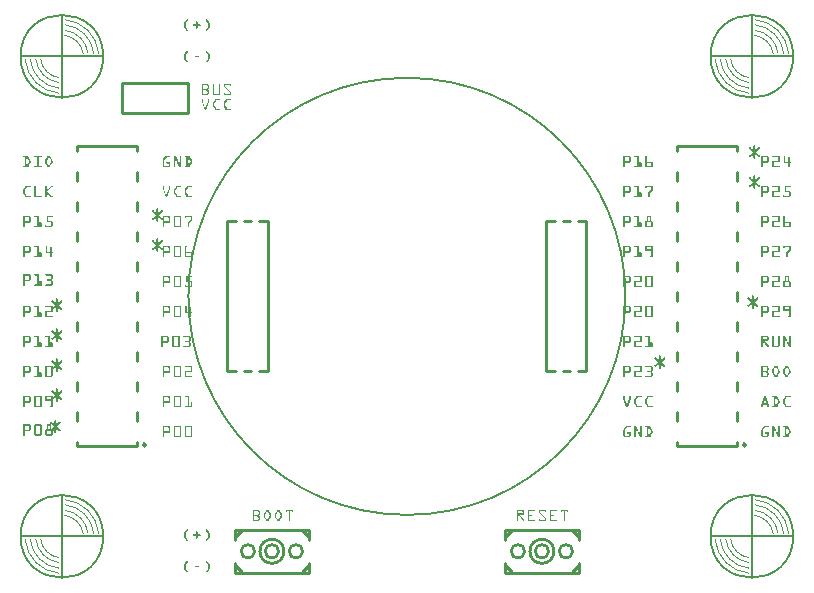
<source format=gto>
G04 Layer: TopSilkscreenLayer*
G04 EasyEDA v6.5.44, 2024-09-01 09:52:19*
G04 b4576de5f8ba4d03ab64208176f03f1d,a54f91b67bf74260adec70c9c35cfc8e,10*
G04 Gerber Generator version 0.2*
G04 Scale: 100 percent, Rotated: No, Reflected: No *
G04 Dimensions in millimeters *
G04 leading zeros omitted , absolute positions ,4 integer and 5 decimal *
%FSLAX45Y45*%
%MOMM*%

%ADD10C,0.2540*%
%ADD11C,0.2000*%
%ADD12C,0.1000*%

%LPD*%
G36*
X-1306068Y-1804924D02*
G01*
X-1306068Y-1817624D01*
X-1268984Y-1817624D01*
X-1258519Y-1821434D01*
X-1255014Y-1832864D01*
X-1258519Y-1844852D01*
X-1268984Y-1848866D01*
X-1293114Y-1848866D01*
X-1293114Y-1817624D01*
X-1306068Y-1817624D01*
X-1306068Y-1861566D01*
X-1269238Y-1861566D01*
X-1258570Y-1865375D01*
X-1255014Y-1876806D01*
X-1258519Y-1888439D01*
X-1268984Y-1892300D01*
X-1293114Y-1892300D01*
X-1293114Y-1861566D01*
X-1306068Y-1861566D01*
X-1306068Y-1905000D01*
X-1268476Y-1905000D01*
X-1262989Y-1904542D01*
X-1258062Y-1903069D01*
X-1253591Y-1900732D01*
X-1249680Y-1897380D01*
X-1246428Y-1893417D01*
X-1244142Y-1888947D01*
X-1242771Y-1883918D01*
X-1242314Y-1878330D01*
X-1242415Y-1874266D01*
X-1242771Y-1870659D01*
X-1243330Y-1867509D01*
X-1244092Y-1864868D01*
X-1245158Y-1862429D01*
X-1246682Y-1860042D01*
X-1248613Y-1857603D01*
X-1250950Y-1855216D01*
X-1244447Y-1845919D01*
X-1242314Y-1833372D01*
X-1242771Y-1827326D01*
X-1244092Y-1821891D01*
X-1246327Y-1817014D01*
X-1249426Y-1812798D01*
X-1253134Y-1809343D01*
X-1257503Y-1806905D01*
X-1262430Y-1805432D01*
X-1267968Y-1804924D01*
G37*
G36*
X-1181100Y-1804924D02*
G01*
X-1186027Y-1805533D01*
X-1190244Y-1807311D01*
X-1193647Y-1810359D01*
X-1196340Y-1814575D01*
X-1210310Y-1842516D01*
X-1211529Y-1845360D01*
X-1212392Y-1848408D01*
X-1212900Y-1851609D01*
X-1213104Y-1854962D01*
X-1200404Y-1854962D01*
X-1200251Y-1852879D01*
X-1198981Y-1848307D01*
X-1185164Y-1820164D01*
X-1184452Y-1819148D01*
X-1183589Y-1818436D01*
X-1182522Y-1818030D01*
X-1181354Y-1817878D01*
X-1180185Y-1818030D01*
X-1179169Y-1818436D01*
X-1178407Y-1819148D01*
X-1163574Y-1848561D01*
X-1162862Y-1850745D01*
X-1162304Y-1854962D01*
X-1162659Y-1858822D01*
X-1163828Y-1862328D01*
X-1178255Y-1890623D01*
X-1179068Y-1891385D01*
X-1180033Y-1891893D01*
X-1181100Y-1892046D01*
X-1182420Y-1891842D01*
X-1183589Y-1891284D01*
X-1184554Y-1890318D01*
X-1185418Y-1888998D01*
X-1197864Y-1864106D01*
X-1198981Y-1861515D01*
X-1200251Y-1856943D01*
X-1200404Y-1854962D01*
X-1213104Y-1854962D01*
X-1212900Y-1858467D01*
X-1212291Y-1861921D01*
X-1211224Y-1865325D01*
X-1209802Y-1868678D01*
X-1196340Y-1895348D01*
X-1193546Y-1899564D01*
X-1190091Y-1902561D01*
X-1185926Y-1904390D01*
X-1181100Y-1905000D01*
X-1178814Y-1904847D01*
X-1176629Y-1904339D01*
X-1174496Y-1903577D01*
X-1172464Y-1902460D01*
X-1170432Y-1900986D01*
X-1168755Y-1899361D01*
X-1167384Y-1897532D01*
X-1153160Y-1869186D01*
X-1151585Y-1865630D01*
X-1150467Y-1862074D01*
X-1149807Y-1858518D01*
X-1149604Y-1854962D01*
X-1149756Y-1851507D01*
X-1150213Y-1848307D01*
X-1151026Y-1845310D01*
X-1152144Y-1842516D01*
X-1166368Y-1814068D01*
X-1167485Y-1812137D01*
X-1168908Y-1810359D01*
X-1170533Y-1808835D01*
X-1172464Y-1807464D01*
X-1174496Y-1806346D01*
X-1176629Y-1805533D01*
X-1178814Y-1805076D01*
G37*
G36*
X-1087882Y-1804924D02*
G01*
X-1092860Y-1805533D01*
X-1097076Y-1807311D01*
X-1100582Y-1810359D01*
X-1103376Y-1814575D01*
X-1117346Y-1842516D01*
X-1118565Y-1845360D01*
X-1119428Y-1848408D01*
X-1119936Y-1851609D01*
X-1120140Y-1854962D01*
X-1107440Y-1854962D01*
X-1107287Y-1852879D01*
X-1106017Y-1848307D01*
X-1091336Y-1819148D01*
X-1090523Y-1818436D01*
X-1089558Y-1818030D01*
X-1088390Y-1817878D01*
X-1087170Y-1818030D01*
X-1086154Y-1818436D01*
X-1085291Y-1819148D01*
X-1084580Y-1820164D01*
X-1070610Y-1848561D01*
X-1069898Y-1850745D01*
X-1069340Y-1854962D01*
X-1069695Y-1858822D01*
X-1070864Y-1862328D01*
X-1085291Y-1890623D01*
X-1086104Y-1891385D01*
X-1087069Y-1891893D01*
X-1088136Y-1892046D01*
X-1089456Y-1891842D01*
X-1090625Y-1891284D01*
X-1091590Y-1890318D01*
X-1092454Y-1888998D01*
X-1104900Y-1864106D01*
X-1106017Y-1861515D01*
X-1107287Y-1856943D01*
X-1107440Y-1854962D01*
X-1120140Y-1854962D01*
X-1119936Y-1858467D01*
X-1119327Y-1861921D01*
X-1118260Y-1865325D01*
X-1116838Y-1868678D01*
X-1103376Y-1895348D01*
X-1100582Y-1899564D01*
X-1097127Y-1902561D01*
X-1092962Y-1904390D01*
X-1088136Y-1905000D01*
X-1085850Y-1904847D01*
X-1083665Y-1904339D01*
X-1081532Y-1903577D01*
X-1079500Y-1902460D01*
X-1077468Y-1900986D01*
X-1075791Y-1899361D01*
X-1074420Y-1897532D01*
X-1058519Y-1865630D01*
X-1057351Y-1862074D01*
X-1056640Y-1858518D01*
X-1056386Y-1854962D01*
X-1056538Y-1851507D01*
X-1057097Y-1848307D01*
X-1057960Y-1845310D01*
X-1059180Y-1842516D01*
X-1073404Y-1814068D01*
X-1074521Y-1812137D01*
X-1075944Y-1810359D01*
X-1077569Y-1808835D01*
X-1079500Y-1807464D01*
X-1081532Y-1806346D01*
X-1083614Y-1805533D01*
X-1085748Y-1805076D01*
G37*
G36*
X-1027176Y-1804924D02*
G01*
X-1027176Y-1820164D01*
X-1026769Y-1823821D01*
X-1025499Y-1826463D01*
X-1023467Y-1828038D01*
X-1020571Y-1828546D01*
X-1017879Y-1828038D01*
X-1016000Y-1826463D01*
X-1014831Y-1823821D01*
X-1014476Y-1820164D01*
X-1014476Y-1817624D01*
X-1001776Y-1817624D01*
X-1001776Y-1896364D01*
X-1001369Y-1900021D01*
X-1000201Y-1902663D01*
X-998219Y-1904238D01*
X-995426Y-1904746D01*
X-992632Y-1904288D01*
X-990650Y-1903018D01*
X-989482Y-1900885D01*
X-989076Y-1897888D01*
X-989076Y-1817624D01*
X-976376Y-1817624D01*
X-976376Y-1820164D01*
X-975969Y-1823821D01*
X-974699Y-1826463D01*
X-972667Y-1828038D01*
X-969771Y-1828546D01*
X-966978Y-1828088D01*
X-964996Y-1826818D01*
X-963828Y-1824685D01*
X-963421Y-1821688D01*
X-963421Y-1804924D01*
G37*
G36*
X929132Y-1804924D02*
G01*
X929132Y-1817624D01*
X972058Y-1817624D01*
X975614Y-1818132D01*
X978153Y-1819656D01*
X979678Y-1822196D01*
X980186Y-1825752D01*
X980186Y-1830832D01*
X979678Y-1833930D01*
X978153Y-1836166D01*
X975614Y-1837486D01*
X972058Y-1837943D01*
X942086Y-1837943D01*
X942086Y-1817624D01*
X929132Y-1817624D01*
X929132Y-1897888D01*
X929538Y-1900986D01*
X930757Y-1903222D01*
X932840Y-1904542D01*
X935736Y-1905000D01*
X938530Y-1904441D01*
X940511Y-1902815D01*
X941679Y-1900123D01*
X942086Y-1896364D01*
X942086Y-1850643D01*
X944880Y-1850643D01*
X979932Y-1900682D01*
X981456Y-1902561D01*
X983030Y-1903933D01*
X984656Y-1904746D01*
X986282Y-1905000D01*
X987602Y-1904898D01*
X989888Y-1903984D01*
X991717Y-1902206D01*
X992378Y-1901139D01*
X992886Y-1898904D01*
X992733Y-1897786D01*
X991463Y-1895144D01*
X960628Y-1850643D01*
X972819Y-1850643D01*
X977036Y-1850288D01*
X980897Y-1849221D01*
X984300Y-1847494D01*
X987298Y-1845056D01*
X989736Y-1842160D01*
X991463Y-1838807D01*
X992530Y-1835048D01*
X992886Y-1830832D01*
X992886Y-1824989D01*
X992530Y-1820976D01*
X991463Y-1817217D01*
X989736Y-1813864D01*
X987298Y-1810766D01*
X984453Y-1808225D01*
X981252Y-1806397D01*
X977696Y-1805279D01*
X973836Y-1804924D01*
G37*
G36*
X1022096Y-1804924D02*
G01*
X1022096Y-1905000D01*
X1077214Y-1905000D01*
X1080871Y-1904593D01*
X1083513Y-1903425D01*
X1085088Y-1901443D01*
X1085596Y-1898650D01*
X1085088Y-1895856D01*
X1083513Y-1893874D01*
X1080871Y-1892706D01*
X1077214Y-1892300D01*
X1034796Y-1892300D01*
X1034796Y-1861566D01*
X1052068Y-1861566D01*
X1055725Y-1861159D01*
X1058367Y-1859889D01*
X1059942Y-1857857D01*
X1060450Y-1854962D01*
X1059942Y-1852269D01*
X1058367Y-1850389D01*
X1055725Y-1849221D01*
X1052068Y-1848866D01*
X1034796Y-1848866D01*
X1034796Y-1817624D01*
X1077214Y-1817624D01*
X1080871Y-1817217D01*
X1083513Y-1816049D01*
X1085088Y-1814068D01*
X1085596Y-1811274D01*
X1085088Y-1808480D01*
X1083513Y-1806498D01*
X1080871Y-1805330D01*
X1077214Y-1804924D01*
G37*
G36*
X1131062Y-1804924D02*
G01*
X1127658Y-1805178D01*
X1124661Y-1805939D01*
X1121968Y-1807210D01*
X1119632Y-1808988D01*
X1117650Y-1811172D01*
X1116177Y-1813610D01*
X1115364Y-1816354D01*
X1115060Y-1819402D01*
X1115263Y-1821891D01*
X1115872Y-1824278D01*
X1116888Y-1826564D01*
X1118362Y-1828800D01*
X1164996Y-1889048D01*
X1165860Y-1890775D01*
X1165656Y-1891436D01*
X1165148Y-1891893D01*
X1164285Y-1892198D01*
X1132078Y-1892300D01*
X1130503Y-1892096D01*
X1129284Y-1891487D01*
X1128471Y-1890420D01*
X1127252Y-1885746D01*
X1125982Y-1883460D01*
X1124204Y-1882089D01*
X1121918Y-1881632D01*
X1119022Y-1882089D01*
X1116939Y-1883460D01*
X1115720Y-1885746D01*
X1115314Y-1888998D01*
X1115618Y-1892096D01*
X1116584Y-1894941D01*
X1118158Y-1897684D01*
X1120394Y-1900174D01*
X1123035Y-1902256D01*
X1125982Y-1903780D01*
X1129131Y-1904695D01*
X1132586Y-1905000D01*
X1164082Y-1905000D01*
X1167028Y-1904746D01*
X1169720Y-1903933D01*
X1172210Y-1902561D01*
X1174496Y-1900682D01*
X1176375Y-1898497D01*
X1177747Y-1896110D01*
X1178560Y-1893417D01*
X1178814Y-1890522D01*
X1178560Y-1888134D01*
X1177848Y-1885746D01*
X1176680Y-1883410D01*
X1129030Y-1821688D01*
X1128268Y-1820468D01*
X1128014Y-1819402D01*
X1128166Y-1818639D01*
X1128725Y-1818081D01*
X1129588Y-1817725D01*
X1161034Y-1817624D01*
X1162964Y-1817878D01*
X1164386Y-1818639D01*
X1165352Y-1819910D01*
X1166520Y-1824786D01*
X1167841Y-1827022D01*
X1169720Y-1828342D01*
X1172210Y-1828800D01*
X1175004Y-1828342D01*
X1176985Y-1826971D01*
X1178153Y-1824634D01*
X1178560Y-1821434D01*
X1178255Y-1818335D01*
X1177290Y-1815388D01*
X1175715Y-1812594D01*
X1173480Y-1810004D01*
X1170736Y-1807768D01*
X1167841Y-1806193D01*
X1164742Y-1805228D01*
X1161542Y-1804924D01*
G37*
G36*
X1208024Y-1804924D02*
G01*
X1208024Y-1905000D01*
X1263142Y-1905000D01*
X1266901Y-1904593D01*
X1269593Y-1903425D01*
X1271219Y-1901443D01*
X1271778Y-1898650D01*
X1271219Y-1895856D01*
X1269593Y-1893874D01*
X1266901Y-1892706D01*
X1263142Y-1892300D01*
X1220724Y-1892300D01*
X1220724Y-1861566D01*
X1237996Y-1861566D01*
X1241653Y-1861159D01*
X1244295Y-1859889D01*
X1245870Y-1857857D01*
X1246378Y-1854962D01*
X1245870Y-1852269D01*
X1244295Y-1850389D01*
X1241653Y-1849221D01*
X1237996Y-1848866D01*
X1220724Y-1848866D01*
X1220724Y-1817624D01*
X1263142Y-1817624D01*
X1266901Y-1817217D01*
X1269593Y-1816049D01*
X1271219Y-1814068D01*
X1271778Y-1811274D01*
X1271219Y-1808480D01*
X1269593Y-1806498D01*
X1266901Y-1805330D01*
X1263142Y-1804924D01*
G37*
G36*
X1300988Y-1804924D02*
G01*
X1300988Y-1820164D01*
X1301394Y-1823821D01*
X1302613Y-1826463D01*
X1304696Y-1828038D01*
X1307592Y-1828546D01*
X1310386Y-1828038D01*
X1312367Y-1826463D01*
X1313535Y-1823821D01*
X1313942Y-1820164D01*
X1313942Y-1817624D01*
X1326388Y-1817624D01*
X1326388Y-1896364D01*
X1326794Y-1900021D01*
X1328013Y-1902663D01*
X1330096Y-1904238D01*
X1332992Y-1904746D01*
X1335633Y-1904288D01*
X1337564Y-1903018D01*
X1338681Y-1900885D01*
X1339088Y-1897888D01*
X1339088Y-1817624D01*
X1352042Y-1817624D01*
X1352042Y-1820164D01*
X1352448Y-1823821D01*
X1353616Y-1826463D01*
X1355598Y-1828038D01*
X1358392Y-1828546D01*
X1361186Y-1828088D01*
X1363167Y-1826818D01*
X1364335Y-1824685D01*
X1364742Y-1821688D01*
X1364742Y-1804924D01*
G37*
G36*
X-1860804Y2081275D02*
G01*
X-1862632Y2081022D01*
X-1864106Y2080260D01*
X-1865833Y2078786D01*
X-1868424Y2075942D01*
X-1880870Y2060193D01*
X-1883765Y2056028D01*
X-1885797Y2051761D01*
X-1887067Y2047290D01*
X-1887474Y2042668D01*
X-1887474Y2019807D01*
X-1887067Y2015185D01*
X-1885797Y2010714D01*
X-1883765Y2006447D01*
X-1880870Y2002282D01*
X-1867001Y1984908D01*
X-1864868Y1982774D01*
X-1863445Y1981758D01*
X-1861769Y1981250D01*
X-1859584Y1981301D01*
X-1857400Y1982216D01*
X-1855571Y1984044D01*
X-1854555Y1986330D01*
X-1854454Y1987550D01*
X-1855012Y1989785D01*
X-1858162Y1994204D01*
X-1872234Y2012696D01*
X-1873250Y2014270D01*
X-1873961Y2015998D01*
X-1874367Y2017826D01*
X-1874520Y2019807D01*
X-1874520Y2042668D01*
X-1874367Y2044649D01*
X-1873961Y2046478D01*
X-1873250Y2048205D01*
X-1872234Y2049780D01*
X-1855724Y2071522D01*
X-1854606Y2073960D01*
X-1854454Y2074925D01*
X-1854555Y2076145D01*
X-1855571Y2078329D01*
X-1857400Y2080107D01*
X-1858467Y2080768D01*
G37*
G36*
X-1695450Y2081275D02*
G01*
X-1697786Y2080768D01*
X-1698853Y2080158D01*
X-1700631Y2078329D01*
X-1701292Y2077262D01*
X-1701800Y2074925D01*
X-1701241Y2072843D01*
X-1699514Y2070100D01*
X-1698345Y2068830D01*
X-1697989Y2068068D01*
X-1684020Y2049780D01*
X-1683004Y2048205D01*
X-1682292Y2046478D01*
X-1681886Y2044649D01*
X-1681734Y2042668D01*
X-1681734Y2019807D01*
X-1681886Y2017826D01*
X-1682292Y2015998D01*
X-1683004Y2014270D01*
X-1684020Y2012696D01*
X-1700530Y1991106D01*
X-1701241Y1989886D01*
X-1701800Y1987550D01*
X-1701292Y1985162D01*
X-1699768Y1982978D01*
X-1697786Y1981657D01*
X-1696669Y1981301D01*
X-1694484Y1981250D01*
X-1692808Y1981758D01*
X-1691284Y1982774D01*
X-1689150Y1984908D01*
X-1675384Y2002282D01*
X-1672488Y2006447D01*
X-1670405Y2010714D01*
X-1669186Y2015185D01*
X-1668780Y2019807D01*
X-1668780Y2042668D01*
X-1669186Y2047290D01*
X-1670405Y2051761D01*
X-1672488Y2056028D01*
X-1675384Y2060193D01*
X-1689150Y2077567D01*
X-1691284Y2079701D01*
X-1692808Y2080717D01*
X-1694484Y2081225D01*
G37*
G36*
X-1784604Y2038096D02*
G01*
X-1788363Y2037689D01*
X-1791055Y2036419D01*
X-1792681Y2034387D01*
X-1793239Y2031492D01*
X-1792681Y2028698D01*
X-1791055Y2026716D01*
X-1788363Y2025548D01*
X-1784604Y2025142D01*
X-1771396Y2025142D01*
X-1767738Y2025548D01*
X-1765096Y2026716D01*
X-1763522Y2028698D01*
X-1763014Y2031492D01*
X-1763522Y2034387D01*
X-1765096Y2036419D01*
X-1767738Y2037689D01*
X-1771396Y2038096D01*
G37*
G36*
X-1860804Y2347976D02*
G01*
X-1862632Y2347722D01*
X-1864106Y2346960D01*
X-1865833Y2345486D01*
X-1868424Y2342642D01*
X-1880870Y2326894D01*
X-1883765Y2322728D01*
X-1885797Y2318461D01*
X-1887067Y2313990D01*
X-1887474Y2309368D01*
X-1887474Y2286508D01*
X-1887067Y2281885D01*
X-1885797Y2277414D01*
X-1883765Y2273147D01*
X-1880870Y2268982D01*
X-1867001Y2251608D01*
X-1864868Y2249474D01*
X-1863445Y2248458D01*
X-1861769Y2247950D01*
X-1859584Y2248001D01*
X-1857400Y2248916D01*
X-1855571Y2250744D01*
X-1854555Y2253030D01*
X-1854454Y2254250D01*
X-1855012Y2256485D01*
X-1858162Y2260904D01*
X-1872234Y2279396D01*
X-1873250Y2280970D01*
X-1873961Y2282698D01*
X-1874367Y2284526D01*
X-1874520Y2286508D01*
X-1874520Y2309368D01*
X-1874367Y2311349D01*
X-1873961Y2313178D01*
X-1873250Y2314905D01*
X-1872234Y2316480D01*
X-1855724Y2338222D01*
X-1854606Y2340660D01*
X-1854454Y2341626D01*
X-1854555Y2342845D01*
X-1855571Y2345029D01*
X-1857400Y2346807D01*
X-1858467Y2347468D01*
G37*
G36*
X-1695450Y2347976D02*
G01*
X-1697786Y2347468D01*
X-1698853Y2346858D01*
X-1700631Y2345029D01*
X-1701292Y2343962D01*
X-1701800Y2341626D01*
X-1701241Y2339543D01*
X-1699514Y2336800D01*
X-1698345Y2335530D01*
X-1697989Y2334768D01*
X-1684020Y2316480D01*
X-1683004Y2314905D01*
X-1682292Y2313178D01*
X-1681886Y2311349D01*
X-1681734Y2309368D01*
X-1681734Y2286508D01*
X-1681886Y2284526D01*
X-1682292Y2282698D01*
X-1683004Y2280970D01*
X-1684020Y2279396D01*
X-1700530Y2257806D01*
X-1701241Y2256586D01*
X-1701800Y2254250D01*
X-1701292Y2251862D01*
X-1699768Y2249678D01*
X-1697786Y2248357D01*
X-1696669Y2248001D01*
X-1694484Y2247950D01*
X-1692808Y2248458D01*
X-1691284Y2249474D01*
X-1689150Y2251608D01*
X-1675384Y2268982D01*
X-1672488Y2273147D01*
X-1670405Y2277414D01*
X-1669186Y2281885D01*
X-1668780Y2286508D01*
X-1668780Y2309368D01*
X-1669186Y2313990D01*
X-1670405Y2318461D01*
X-1672488Y2322728D01*
X-1675384Y2326894D01*
X-1689150Y2344267D01*
X-1691284Y2346401D01*
X-1692808Y2347417D01*
X-1694484Y2347925D01*
G37*
G36*
X-1778000Y2329434D02*
G01*
X-1780895Y2328875D01*
X-1782927Y2327300D01*
X-1784197Y2324557D01*
X-1784604Y2320798D01*
X-1784604Y2304034D01*
X-1801114Y2304034D01*
X-1804873Y2303627D01*
X-1807565Y2302459D01*
X-1809191Y2300478D01*
X-1809750Y2297684D01*
X-1809191Y2294890D01*
X-1807565Y2292908D01*
X-1804873Y2291740D01*
X-1801114Y2291334D01*
X-1784604Y2291334D01*
X-1784604Y2274570D01*
X-1784197Y2270810D01*
X-1782927Y2268118D01*
X-1780895Y2266492D01*
X-1778000Y2265934D01*
X-1775206Y2266492D01*
X-1773224Y2268118D01*
X-1772056Y2270810D01*
X-1771650Y2274570D01*
X-1771650Y2291334D01*
X-1754886Y2291334D01*
X-1751228Y2291740D01*
X-1748586Y2292908D01*
X-1747012Y2294890D01*
X-1746504Y2297684D01*
X-1747012Y2300478D01*
X-1748586Y2302459D01*
X-1751228Y2303627D01*
X-1754886Y2304034D01*
X-1771650Y2304034D01*
X-1771650Y2320798D01*
X-1772056Y2324557D01*
X-1773224Y2327300D01*
X-1775206Y2328875D01*
G37*
G36*
X-1860804Y-2236724D02*
G01*
X-1862632Y-2236978D01*
X-1864106Y-2237740D01*
X-1865833Y-2239213D01*
X-1868424Y-2242058D01*
X-1880870Y-2257806D01*
X-1883765Y-2261920D01*
X-1885797Y-2266238D01*
X-1887067Y-2270709D01*
X-1887474Y-2275332D01*
X-1887474Y-2298192D01*
X-1887067Y-2302814D01*
X-1885797Y-2307285D01*
X-1883765Y-2311552D01*
X-1880870Y-2315718D01*
X-1867001Y-2333040D01*
X-1864868Y-2335225D01*
X-1863445Y-2336241D01*
X-1861769Y-2336749D01*
X-1859584Y-2336698D01*
X-1857400Y-2335784D01*
X-1855571Y-2333955D01*
X-1854555Y-2331669D01*
X-1854454Y-2330450D01*
X-1855012Y-2328214D01*
X-1858162Y-2323795D01*
X-1872234Y-2305304D01*
X-1873250Y-2303729D01*
X-1873961Y-2302002D01*
X-1874367Y-2300173D01*
X-1874520Y-2298192D01*
X-1874520Y-2275332D01*
X-1874367Y-2273350D01*
X-1873961Y-2271522D01*
X-1873250Y-2269794D01*
X-1872234Y-2268220D01*
X-1855724Y-2246426D01*
X-1854606Y-2244039D01*
X-1854454Y-2243074D01*
X-1854555Y-2241854D01*
X-1855571Y-2239670D01*
X-1857400Y-2237841D01*
X-1859584Y-2236825D01*
G37*
G36*
X-1695450Y-2236724D02*
G01*
X-1696669Y-2236825D01*
X-1698853Y-2237841D01*
X-1700631Y-2239670D01*
X-1701292Y-2240737D01*
X-1701800Y-2243074D01*
X-1701241Y-2245156D01*
X-1699514Y-2247900D01*
X-1698345Y-2249170D01*
X-1697989Y-2249932D01*
X-1684020Y-2268220D01*
X-1683004Y-2269794D01*
X-1682292Y-2271522D01*
X-1681886Y-2273350D01*
X-1681734Y-2275332D01*
X-1681734Y-2298192D01*
X-1681886Y-2300173D01*
X-1682292Y-2302002D01*
X-1683004Y-2303729D01*
X-1684020Y-2305304D01*
X-1699107Y-2325217D01*
X-1700530Y-2326843D01*
X-1701647Y-2329281D01*
X-1701800Y-2330450D01*
X-1701292Y-2332837D01*
X-1699768Y-2335022D01*
X-1697786Y-2336342D01*
X-1696669Y-2336698D01*
X-1694484Y-2336749D01*
X-1692808Y-2336241D01*
X-1691284Y-2335225D01*
X-1689150Y-2333040D01*
X-1675384Y-2315718D01*
X-1672488Y-2311552D01*
X-1670405Y-2307285D01*
X-1669186Y-2302814D01*
X-1668780Y-2298192D01*
X-1668780Y-2275332D01*
X-1669186Y-2270709D01*
X-1670405Y-2266238D01*
X-1672488Y-2261920D01*
X-1675384Y-2257806D01*
X-1689150Y-2240432D01*
X-1691284Y-2238298D01*
X-1692808Y-2237282D01*
X-1694484Y-2236774D01*
G37*
G36*
X-1784604Y-2279904D02*
G01*
X-1788363Y-2280310D01*
X-1791055Y-2281529D01*
X-1792681Y-2283612D01*
X-1793239Y-2286508D01*
X-1792681Y-2289251D01*
X-1791055Y-2291283D01*
X-1788363Y-2292451D01*
X-1784604Y-2292858D01*
X-1771396Y-2292858D01*
X-1767738Y-2292451D01*
X-1765096Y-2291283D01*
X-1763522Y-2289251D01*
X-1763014Y-2286508D01*
X-1763522Y-2283612D01*
X-1765096Y-2281529D01*
X-1767738Y-2280310D01*
X-1771396Y-2279904D01*
G37*
G36*
X-1860804Y-1970024D02*
G01*
X-1862632Y-1970278D01*
X-1864106Y-1971039D01*
X-1865833Y-1972513D01*
X-1868424Y-1975357D01*
X-1880870Y-1991106D01*
X-1883765Y-1995220D01*
X-1885797Y-1999538D01*
X-1887067Y-2004009D01*
X-1887474Y-2008632D01*
X-1887474Y-2031492D01*
X-1887067Y-2036114D01*
X-1885797Y-2040585D01*
X-1883765Y-2044852D01*
X-1880870Y-2049018D01*
X-1867001Y-2066340D01*
X-1864868Y-2068525D01*
X-1863445Y-2069541D01*
X-1861769Y-2070049D01*
X-1859584Y-2069998D01*
X-1857400Y-2069084D01*
X-1855571Y-2067255D01*
X-1854555Y-2064969D01*
X-1854454Y-2063750D01*
X-1855012Y-2061514D01*
X-1858162Y-2057095D01*
X-1872234Y-2038604D01*
X-1873250Y-2037029D01*
X-1873961Y-2035302D01*
X-1874367Y-2033473D01*
X-1874520Y-2031492D01*
X-1874520Y-2008632D01*
X-1874367Y-2006650D01*
X-1873961Y-2004822D01*
X-1873250Y-2003094D01*
X-1872234Y-2001520D01*
X-1855724Y-1979726D01*
X-1854606Y-1977339D01*
X-1854454Y-1976374D01*
X-1854555Y-1975154D01*
X-1855571Y-1972970D01*
X-1857400Y-1971141D01*
X-1859584Y-1970125D01*
G37*
G36*
X-1695450Y-1970024D02*
G01*
X-1696669Y-1970125D01*
X-1698853Y-1971141D01*
X-1700631Y-1972970D01*
X-1701292Y-1974037D01*
X-1701800Y-1976374D01*
X-1701241Y-1978456D01*
X-1699514Y-1981200D01*
X-1698345Y-1982470D01*
X-1697989Y-1983232D01*
X-1684020Y-2001520D01*
X-1683004Y-2003094D01*
X-1682292Y-2004822D01*
X-1681886Y-2006650D01*
X-1681734Y-2008632D01*
X-1681734Y-2031492D01*
X-1681886Y-2033473D01*
X-1682292Y-2035302D01*
X-1683004Y-2037029D01*
X-1684020Y-2038604D01*
X-1699107Y-2058517D01*
X-1700530Y-2060143D01*
X-1701647Y-2062581D01*
X-1701800Y-2063750D01*
X-1701292Y-2066137D01*
X-1699768Y-2068322D01*
X-1697786Y-2069642D01*
X-1696669Y-2069998D01*
X-1694484Y-2070049D01*
X-1692808Y-2069541D01*
X-1691284Y-2068525D01*
X-1689150Y-2066340D01*
X-1675384Y-2049018D01*
X-1672488Y-2044852D01*
X-1670405Y-2040585D01*
X-1669186Y-2036114D01*
X-1668780Y-2031492D01*
X-1668780Y-2008632D01*
X-1669186Y-2004009D01*
X-1670405Y-1999538D01*
X-1672488Y-1995220D01*
X-1675384Y-1991106D01*
X-1689150Y-1973732D01*
X-1691284Y-1971598D01*
X-1692808Y-1970582D01*
X-1694484Y-1970074D01*
G37*
G36*
X-1778000Y-1988566D02*
G01*
X-1780895Y-1989074D01*
X-1782927Y-1990699D01*
X-1784197Y-1993392D01*
X-1784604Y-1997202D01*
X-1784604Y-2013966D01*
X-1801114Y-2013966D01*
X-1804873Y-2014372D01*
X-1807565Y-2015540D01*
X-1809191Y-2017522D01*
X-1809750Y-2020316D01*
X-1809191Y-2023059D01*
X-1807565Y-2025091D01*
X-1804873Y-2026259D01*
X-1801114Y-2026666D01*
X-1784604Y-2026666D01*
X-1784604Y-2043430D01*
X-1784197Y-2047189D01*
X-1782927Y-2049881D01*
X-1780895Y-2051507D01*
X-1778000Y-2052066D01*
X-1775206Y-2051507D01*
X-1773224Y-2049881D01*
X-1772056Y-2047189D01*
X-1771650Y-2043430D01*
X-1771650Y-2026666D01*
X-1754886Y-2026666D01*
X-1751228Y-2026259D01*
X-1748586Y-2025091D01*
X-1747012Y-2023059D01*
X-1746504Y-2020316D01*
X-1747012Y-2017522D01*
X-1748586Y-2015540D01*
X-1751228Y-2014372D01*
X-1754886Y-2013966D01*
X-1771650Y-2013966D01*
X-1771650Y-1997202D01*
X-1772056Y-1993392D01*
X-1773224Y-1990699D01*
X-1775206Y-1989074D01*
G37*
G36*
X2941828Y1279144D02*
G01*
X2937713Y1278382D01*
X2934766Y1276045D01*
X2932988Y1272133D01*
X2932430Y1266698D01*
X2932430Y1242568D01*
X2913126Y1259078D01*
X2910687Y1260957D01*
X2908503Y1262329D01*
X2906522Y1263142D01*
X2904744Y1263396D01*
X2902813Y1263243D01*
X2901035Y1262735D01*
X2899511Y1261973D01*
X2898140Y1260856D01*
X2896920Y1259382D01*
X2896057Y1257655D01*
X2895498Y1255826D01*
X2895346Y1253744D01*
X2895701Y1251864D01*
X2896717Y1249781D01*
X2898495Y1247546D01*
X2900934Y1245108D01*
X2927350Y1222248D01*
X2900934Y1199642D01*
X2898495Y1197254D01*
X2896717Y1195019D01*
X2895701Y1192834D01*
X2895346Y1190752D01*
X2895498Y1188821D01*
X2896057Y1186992D01*
X2896920Y1185367D01*
X2898140Y1183894D01*
X2899511Y1182674D01*
X2901035Y1181811D01*
X2902813Y1181252D01*
X2904744Y1181100D01*
X2906522Y1181354D01*
X2908503Y1182166D01*
X2910687Y1183538D01*
X2913126Y1185418D01*
X2932430Y1201928D01*
X2932430Y1177290D01*
X2932988Y1171854D01*
X2934766Y1167942D01*
X2937713Y1165606D01*
X2941828Y1164844D01*
X2945942Y1165606D01*
X2948889Y1167942D01*
X2950616Y1171854D01*
X2951226Y1177290D01*
X2951226Y1201928D01*
X2970530Y1185418D01*
X2972968Y1183538D01*
X2975152Y1182166D01*
X2977134Y1181354D01*
X2978912Y1181100D01*
X2980740Y1181252D01*
X2982468Y1181709D01*
X2984042Y1182522D01*
X2985516Y1183640D01*
X2986735Y1185113D01*
X2987598Y1186789D01*
X2988106Y1188669D01*
X2988310Y1190752D01*
X2987954Y1192834D01*
X2986887Y1195019D01*
X2985160Y1197254D01*
X2982722Y1199642D01*
X2956306Y1222248D01*
X2982722Y1245108D01*
X2985160Y1247546D01*
X2986887Y1249781D01*
X2987954Y1251864D01*
X2988310Y1253744D01*
X2988106Y1255826D01*
X2987598Y1257655D01*
X2986735Y1259382D01*
X2985516Y1260856D01*
X2984042Y1261973D01*
X2982468Y1262735D01*
X2980740Y1263243D01*
X2978912Y1263396D01*
X2977134Y1263142D01*
X2975152Y1262329D01*
X2972968Y1260957D01*
X2970530Y1259078D01*
X2951226Y1242568D01*
X2951226Y1266698D01*
X2950616Y1272133D01*
X2948889Y1276045D01*
X2945942Y1278382D01*
G37*
G36*
X2999232Y1192276D02*
G01*
X2999232Y1179576D01*
X3042412Y1179576D01*
X3045866Y1179118D01*
X3048304Y1177645D01*
X3049778Y1175308D01*
X3050286Y1171956D01*
X3050286Y1151128D01*
X3049828Y1147572D01*
X3048457Y1145032D01*
X3046120Y1143508D01*
X3042920Y1143000D01*
X3011932Y1143000D01*
X3011932Y1179576D01*
X2999232Y1179576D01*
X2999333Y1097635D01*
X2999689Y1096314D01*
X3001010Y1094232D01*
X3003042Y1092911D01*
X3004261Y1092555D01*
X3005582Y1092454D01*
X3008376Y1092962D01*
X3010357Y1094536D01*
X3011525Y1097178D01*
X3011932Y1100836D01*
X3011932Y1130046D01*
X3041904Y1130046D01*
X3046577Y1130401D01*
X3050743Y1131417D01*
X3054350Y1133195D01*
X3057398Y1135634D01*
X3059836Y1138682D01*
X3061563Y1142288D01*
X3062630Y1146454D01*
X3062986Y1151128D01*
X3062986Y1171956D01*
X3062630Y1176324D01*
X3061665Y1180185D01*
X3059988Y1183690D01*
X3057652Y1186688D01*
X3054756Y1189126D01*
X3051505Y1190853D01*
X3047796Y1191920D01*
X3043682Y1192276D01*
G37*
G36*
X3100832Y1192276D02*
G01*
X3097072Y1191869D01*
X3094329Y1190701D01*
X3092754Y1188720D01*
X3092196Y1185926D01*
X3092754Y1183132D01*
X3094329Y1181150D01*
X3097072Y1179982D01*
X3100832Y1179576D01*
X3142996Y1179576D01*
X3142996Y1148588D01*
X3105150Y1148588D01*
X3102457Y1148384D01*
X3100070Y1147673D01*
X3097885Y1146606D01*
X3096006Y1145032D01*
X3094329Y1143000D01*
X3093161Y1140764D01*
X3092450Y1138326D01*
X3092196Y1135634D01*
X3092196Y1092200D01*
X3147314Y1092200D01*
X3150971Y1092606D01*
X3153613Y1093774D01*
X3155188Y1095756D01*
X3155696Y1098550D01*
X3155188Y1101344D01*
X3153613Y1103325D01*
X3150971Y1104493D01*
X3147314Y1104900D01*
X3105150Y1104900D01*
X3105150Y1135634D01*
X3142996Y1135634D01*
X3145637Y1135888D01*
X3148076Y1136599D01*
X3150209Y1137767D01*
X3152140Y1139444D01*
X3153714Y1141323D01*
X3154781Y1143508D01*
X3155492Y1145895D01*
X3155696Y1148588D01*
X3155696Y1178814D01*
X3155492Y1181608D01*
X3154781Y1184148D01*
X3153714Y1186434D01*
X3152140Y1188466D01*
X3150209Y1190142D01*
X3148076Y1191310D01*
X3145637Y1192022D01*
X3142996Y1192276D01*
G37*
G36*
X3198114Y1192276D02*
G01*
X3195320Y1191717D01*
X3193338Y1190091D01*
X3192170Y1187399D01*
X3191764Y1183640D01*
X3191764Y1124966D01*
X3229864Y1124966D01*
X3229864Y1100836D01*
X3230270Y1097076D01*
X3231489Y1094333D01*
X3233572Y1092758D01*
X3236468Y1092200D01*
X3239109Y1092758D01*
X3241040Y1094333D01*
X3242157Y1097076D01*
X3242564Y1100836D01*
X3242564Y1124966D01*
X3244443Y1125067D01*
X3246475Y1125982D01*
X3247390Y1126744D01*
X3248710Y1128877D01*
X3249168Y1131316D01*
X3248761Y1133703D01*
X3247491Y1135583D01*
X3245459Y1136904D01*
X3242564Y1137666D01*
X3242564Y1172718D01*
X3242157Y1176375D01*
X3241040Y1179017D01*
X3239109Y1180592D01*
X3236468Y1181100D01*
X3233572Y1180592D01*
X3231489Y1179017D01*
X3230270Y1176375D01*
X3229864Y1172718D01*
X3229864Y1137666D01*
X3204464Y1137666D01*
X3204464Y1183640D01*
X3204057Y1187399D01*
X3202889Y1190091D01*
X3200908Y1191717D01*
G37*
G36*
X2999232Y938276D02*
G01*
X2999232Y925576D01*
X3042412Y925576D01*
X3045866Y925118D01*
X3048304Y923645D01*
X3049778Y921308D01*
X3050286Y917956D01*
X3050286Y897128D01*
X3049828Y893571D01*
X3048457Y891032D01*
X3046120Y889508D01*
X3042920Y889000D01*
X3011932Y889000D01*
X3011932Y925576D01*
X2999232Y925576D01*
X2999333Y843635D01*
X2999689Y842314D01*
X3001010Y840232D01*
X3003042Y838911D01*
X3004261Y838555D01*
X3005582Y838453D01*
X3008376Y838962D01*
X3010357Y840536D01*
X3011525Y843178D01*
X3011932Y846836D01*
X3011932Y876046D01*
X3041904Y876046D01*
X3046577Y876401D01*
X3050743Y877417D01*
X3054350Y879195D01*
X3057398Y881634D01*
X3059836Y884682D01*
X3061563Y888288D01*
X3062630Y892454D01*
X3062986Y897128D01*
X3062986Y917956D01*
X3062630Y922324D01*
X3061665Y926185D01*
X3059988Y929690D01*
X3057652Y932687D01*
X3054756Y935126D01*
X3051505Y936853D01*
X3047796Y937920D01*
X3043682Y938276D01*
G37*
G36*
X3100832Y938276D02*
G01*
X3097072Y937869D01*
X3094329Y936701D01*
X3092754Y934719D01*
X3092196Y931926D01*
X3092754Y929132D01*
X3094329Y927150D01*
X3097072Y925982D01*
X3100832Y925576D01*
X3142996Y925576D01*
X3142996Y894587D01*
X3105150Y894587D01*
X3102457Y894384D01*
X3100070Y893673D01*
X3097885Y892606D01*
X3096006Y891032D01*
X3094329Y889000D01*
X3093161Y886764D01*
X3092450Y884326D01*
X3092196Y881634D01*
X3092196Y838200D01*
X3147314Y838200D01*
X3150971Y838606D01*
X3153613Y839774D01*
X3155188Y841756D01*
X3155696Y844550D01*
X3155188Y847344D01*
X3153613Y849325D01*
X3150971Y850493D01*
X3147314Y850900D01*
X3105150Y850900D01*
X3105150Y881634D01*
X3142996Y881634D01*
X3145637Y881887D01*
X3148076Y882599D01*
X3150209Y883767D01*
X3152140Y885444D01*
X3153714Y887323D01*
X3154781Y889508D01*
X3155492Y891895D01*
X3155696Y894587D01*
X3155696Y924814D01*
X3155492Y927608D01*
X3154781Y930148D01*
X3153714Y932434D01*
X3152140Y934466D01*
X3150209Y936142D01*
X3148076Y937310D01*
X3145637Y938021D01*
X3142996Y938276D01*
G37*
G36*
X3197860Y938276D02*
G01*
X3197860Y881634D01*
X3235960Y881634D01*
X3235960Y850900D01*
X3206546Y850950D01*
X3204006Y851458D01*
X3196082Y854964D01*
X3193237Y855929D01*
X3191256Y856234D01*
X3188919Y855726D01*
X3186938Y854202D01*
X3185617Y852220D01*
X3185261Y851103D01*
X3185160Y849884D01*
X3185515Y847953D01*
X3186633Y846175D01*
X3188462Y844651D01*
X3198622Y839724D01*
X3202482Y838555D01*
X3206496Y838200D01*
X3235960Y838200D01*
X3238398Y838453D01*
X3240735Y839165D01*
X3242868Y840333D01*
X3244850Y842010D01*
X3246526Y843991D01*
X3247694Y846124D01*
X3248406Y848461D01*
X3248660Y850900D01*
X3248660Y881634D01*
X3248456Y884275D01*
X3247745Y886714D01*
X3246678Y888847D01*
X3245104Y890778D01*
X3243122Y892352D01*
X3240887Y893419D01*
X3238550Y894130D01*
X3235960Y894334D01*
X3210560Y894334D01*
X3210560Y925576D01*
X3240024Y925576D01*
X3243783Y925982D01*
X3246475Y927150D01*
X3248101Y929132D01*
X3248660Y931926D01*
X3248101Y934719D01*
X3246475Y936701D01*
X3243783Y937869D01*
X3240024Y938276D01*
G37*
G36*
X2941828Y1025144D02*
G01*
X2937713Y1024382D01*
X2934766Y1022045D01*
X2932988Y1018133D01*
X2932430Y1012698D01*
X2932430Y988568D01*
X2913126Y1005078D01*
X2910687Y1006957D01*
X2908503Y1008329D01*
X2906522Y1009142D01*
X2904744Y1009396D01*
X2902813Y1009243D01*
X2901035Y1008735D01*
X2899511Y1007973D01*
X2898140Y1006856D01*
X2896920Y1005382D01*
X2896057Y1003655D01*
X2895498Y1001826D01*
X2895346Y999744D01*
X2895701Y997864D01*
X2896717Y995781D01*
X2898495Y993546D01*
X2900934Y991108D01*
X2927350Y968248D01*
X2900934Y945642D01*
X2898495Y943254D01*
X2896717Y941019D01*
X2895701Y938834D01*
X2895346Y936752D01*
X2895498Y934821D01*
X2896057Y932992D01*
X2896920Y931367D01*
X2898140Y929894D01*
X2899511Y928674D01*
X2901035Y927811D01*
X2902813Y927252D01*
X2904744Y927100D01*
X2906522Y927353D01*
X2908503Y928166D01*
X2910687Y929538D01*
X2913126Y931418D01*
X2932430Y947928D01*
X2932430Y923290D01*
X2932988Y917854D01*
X2934766Y913942D01*
X2937713Y911606D01*
X2941828Y910844D01*
X2945942Y911606D01*
X2948889Y913942D01*
X2950616Y917854D01*
X2951226Y923290D01*
X2951226Y947928D01*
X2970530Y931418D01*
X2972968Y929538D01*
X2975152Y928166D01*
X2977134Y927353D01*
X2978912Y927100D01*
X2980740Y927252D01*
X2982468Y927709D01*
X2984042Y928522D01*
X2985516Y929640D01*
X2986735Y931113D01*
X2987598Y932789D01*
X2988106Y934669D01*
X2988310Y936752D01*
X2987954Y938834D01*
X2986887Y941019D01*
X2985160Y943254D01*
X2982722Y945642D01*
X2956306Y968248D01*
X2982722Y991108D01*
X2985160Y993546D01*
X2986887Y995781D01*
X2987954Y997864D01*
X2988310Y999744D01*
X2988106Y1001826D01*
X2987598Y1003655D01*
X2986735Y1005382D01*
X2985516Y1006856D01*
X2984042Y1007973D01*
X2982468Y1008735D01*
X2980740Y1009243D01*
X2978912Y1009396D01*
X2977134Y1009142D01*
X2975152Y1008329D01*
X2972968Y1006957D01*
X2970530Y1005078D01*
X2951226Y988568D01*
X2951226Y1012698D01*
X2950616Y1018133D01*
X2948889Y1022045D01*
X2945942Y1024382D01*
G37*
G36*
X2999232Y684276D02*
G01*
X2999232Y671576D01*
X3042412Y671576D01*
X3045866Y671118D01*
X3048304Y669645D01*
X3049778Y667308D01*
X3050286Y663956D01*
X3050286Y643128D01*
X3049828Y639572D01*
X3048457Y637032D01*
X3046120Y635508D01*
X3042920Y635000D01*
X3011932Y635000D01*
X3011932Y671576D01*
X2999232Y671576D01*
X2999333Y589635D01*
X2999689Y588314D01*
X3001010Y586232D01*
X3003042Y584911D01*
X3004261Y584555D01*
X3005582Y584454D01*
X3008376Y584962D01*
X3010357Y586536D01*
X3011525Y589178D01*
X3011932Y592836D01*
X3011932Y622046D01*
X3041904Y622046D01*
X3046577Y622401D01*
X3050743Y623417D01*
X3054350Y625195D01*
X3057398Y627634D01*
X3059836Y630682D01*
X3061563Y634288D01*
X3062630Y638454D01*
X3062986Y643128D01*
X3062986Y663956D01*
X3062630Y668324D01*
X3061665Y672185D01*
X3059988Y675690D01*
X3057652Y678688D01*
X3054756Y681126D01*
X3051505Y682853D01*
X3047796Y683920D01*
X3043682Y684276D01*
G37*
G36*
X3100832Y684276D02*
G01*
X3097072Y683869D01*
X3094329Y682701D01*
X3092754Y680720D01*
X3092196Y677926D01*
X3092754Y675132D01*
X3094329Y673150D01*
X3097072Y671982D01*
X3100832Y671576D01*
X3142996Y671576D01*
X3142996Y640588D01*
X3105150Y640588D01*
X3102457Y640384D01*
X3100070Y639673D01*
X3097885Y638606D01*
X3096006Y637032D01*
X3094329Y635000D01*
X3093161Y632764D01*
X3092450Y630326D01*
X3092196Y627634D01*
X3092196Y584200D01*
X3147314Y584200D01*
X3150971Y584606D01*
X3153613Y585774D01*
X3155188Y587756D01*
X3155696Y590550D01*
X3155188Y593344D01*
X3153613Y595325D01*
X3150971Y596493D01*
X3147314Y596900D01*
X3105150Y596900D01*
X3105150Y627634D01*
X3142996Y627634D01*
X3145637Y627888D01*
X3148076Y628599D01*
X3150209Y629767D01*
X3152140Y631444D01*
X3153714Y633323D01*
X3154781Y635508D01*
X3155492Y637895D01*
X3155696Y640588D01*
X3155696Y670814D01*
X3155492Y673608D01*
X3154781Y676148D01*
X3153714Y678434D01*
X3152140Y680466D01*
X3150209Y682142D01*
X3148076Y683310D01*
X3145637Y684022D01*
X3142996Y684276D01*
G37*
G36*
X3191256Y684276D02*
G01*
X3190036Y684174D01*
X3187852Y683260D01*
X3186176Y681583D01*
X3185261Y679399D01*
X3185160Y617220D01*
X3235960Y617220D01*
X3235960Y596900D01*
X3197860Y596900D01*
X3197860Y617220D01*
X3185160Y617220D01*
X3185261Y589432D01*
X3186277Y587044D01*
X3187192Y585978D01*
X3189325Y584657D01*
X3191764Y584200D01*
X3242056Y584200D01*
X3245053Y584606D01*
X3247186Y585825D01*
X3248456Y587908D01*
X3248914Y590804D01*
X3248914Y623062D01*
X3248507Y626059D01*
X3247339Y628192D01*
X3245358Y629513D01*
X3242564Y629920D01*
X3197860Y629920D01*
X3197860Y671576D01*
X3200755Y672236D01*
X3202787Y673557D01*
X3204057Y675436D01*
X3204464Y677926D01*
X3203956Y680313D01*
X3202432Y682498D01*
X3200400Y683818D01*
X3199180Y684174D01*
G37*
G36*
X2999232Y430276D02*
G01*
X2999232Y417576D01*
X3042412Y417576D01*
X3045866Y417118D01*
X3048304Y415645D01*
X3049778Y413308D01*
X3050286Y409956D01*
X3050286Y389128D01*
X3049828Y385572D01*
X3048457Y383032D01*
X3046120Y381508D01*
X3042920Y381000D01*
X3011932Y381000D01*
X3011932Y417576D01*
X2999232Y417576D01*
X2999333Y335635D01*
X2999689Y334314D01*
X3001010Y332232D01*
X3003042Y330911D01*
X3004261Y330555D01*
X3005582Y330454D01*
X3008376Y330962D01*
X3010357Y332536D01*
X3011525Y335178D01*
X3011932Y338836D01*
X3011932Y368046D01*
X3041904Y368046D01*
X3046577Y368401D01*
X3050743Y369417D01*
X3054350Y371195D01*
X3057398Y373634D01*
X3059836Y376682D01*
X3061563Y380288D01*
X3062630Y384454D01*
X3062986Y389128D01*
X3062986Y409956D01*
X3062630Y414324D01*
X3061665Y418185D01*
X3059988Y421690D01*
X3057652Y424688D01*
X3054756Y427126D01*
X3051505Y428853D01*
X3047796Y429920D01*
X3043682Y430276D01*
G37*
G36*
X3100832Y430276D02*
G01*
X3097072Y429869D01*
X3094329Y428701D01*
X3092754Y426720D01*
X3092196Y423926D01*
X3092754Y421132D01*
X3094329Y419150D01*
X3097072Y417982D01*
X3100832Y417576D01*
X3142996Y417576D01*
X3142996Y386588D01*
X3105150Y386588D01*
X3102457Y386384D01*
X3100070Y385673D01*
X3097885Y384606D01*
X3096006Y383032D01*
X3094329Y381000D01*
X3093161Y378764D01*
X3092450Y376326D01*
X3092196Y373634D01*
X3092196Y330200D01*
X3147314Y330200D01*
X3150971Y330606D01*
X3153613Y331774D01*
X3155188Y333756D01*
X3155696Y336550D01*
X3155188Y339344D01*
X3153613Y341325D01*
X3150971Y342493D01*
X3147314Y342900D01*
X3105150Y342900D01*
X3105150Y373634D01*
X3142996Y373634D01*
X3145637Y373888D01*
X3148076Y374599D01*
X3150209Y375767D01*
X3152140Y377444D01*
X3153714Y379323D01*
X3154781Y381508D01*
X3155492Y383895D01*
X3155696Y386588D01*
X3155696Y416814D01*
X3155492Y419608D01*
X3154781Y422148D01*
X3153714Y424434D01*
X3152140Y426466D01*
X3150209Y428142D01*
X3148076Y429310D01*
X3145637Y430022D01*
X3142996Y430276D01*
G37*
G36*
X3192018Y430276D02*
G01*
X3189020Y429818D01*
X3186887Y428447D01*
X3185566Y426110D01*
X3185160Y422909D01*
X3185160Y419100D01*
X3185566Y415848D01*
X3186785Y413562D01*
X3188868Y412191D01*
X3191764Y411734D01*
X3194050Y412089D01*
X3195828Y413207D01*
X3197098Y415035D01*
X3197860Y417576D01*
X3235960Y417576D01*
X3235960Y398272D01*
X3235756Y396341D01*
X3235248Y394563D01*
X3234385Y393039D01*
X3233166Y391668D01*
X3212846Y374142D01*
X3211931Y373176D01*
X3211322Y372059D01*
X3210915Y370738D01*
X3210814Y338836D01*
X3211220Y335178D01*
X3212439Y332536D01*
X3214522Y330962D01*
X3217418Y330454D01*
X3220059Y330962D01*
X3221990Y332536D01*
X3223107Y335178D01*
X3223514Y338836D01*
X3223514Y363220D01*
X3223666Y364693D01*
X3224123Y366064D01*
X3224936Y367385D01*
X3226054Y368554D01*
X3247491Y387197D01*
X3248253Y388518D01*
X3248761Y389991D01*
X3248914Y391668D01*
X3248914Y430276D01*
G37*
G36*
X2999232Y176276D02*
G01*
X2999232Y163576D01*
X3042412Y163576D01*
X3045866Y163118D01*
X3048304Y161645D01*
X3049778Y159308D01*
X3050286Y155956D01*
X3050286Y135128D01*
X3049828Y131572D01*
X3048457Y129032D01*
X3046120Y127508D01*
X3042920Y127000D01*
X3011932Y127000D01*
X3011932Y163576D01*
X2999232Y163576D01*
X2999333Y81635D01*
X2999689Y80314D01*
X3001010Y78232D01*
X3003042Y76911D01*
X3004261Y76555D01*
X3005582Y76454D01*
X3008376Y76962D01*
X3010357Y78536D01*
X3011525Y81178D01*
X3011932Y84836D01*
X3011932Y114046D01*
X3041904Y114046D01*
X3046577Y114401D01*
X3050743Y115417D01*
X3054350Y117195D01*
X3057398Y119633D01*
X3059836Y122682D01*
X3061563Y126288D01*
X3062630Y130454D01*
X3062986Y135128D01*
X3062986Y155956D01*
X3062630Y160324D01*
X3061665Y164185D01*
X3059988Y167690D01*
X3057652Y170688D01*
X3054756Y173126D01*
X3051505Y174853D01*
X3047796Y175920D01*
X3043682Y176276D01*
G37*
G36*
X3100832Y176276D02*
G01*
X3097072Y175869D01*
X3094329Y174701D01*
X3092754Y172720D01*
X3092196Y169926D01*
X3092754Y167132D01*
X3094329Y165150D01*
X3097072Y163982D01*
X3100832Y163576D01*
X3142996Y163576D01*
X3142996Y132588D01*
X3105150Y132588D01*
X3102457Y132384D01*
X3100070Y131673D01*
X3097885Y130606D01*
X3096006Y129032D01*
X3094329Y127000D01*
X3093161Y124764D01*
X3092450Y122326D01*
X3092196Y119633D01*
X3092196Y76200D01*
X3147314Y76200D01*
X3150971Y76606D01*
X3153613Y77774D01*
X3155188Y79756D01*
X3155696Y82550D01*
X3155188Y85344D01*
X3153613Y87325D01*
X3150971Y88493D01*
X3147314Y88900D01*
X3105150Y88900D01*
X3105150Y119633D01*
X3142996Y119633D01*
X3145637Y119887D01*
X3148076Y120599D01*
X3150209Y121767D01*
X3152140Y123444D01*
X3153714Y125323D01*
X3154781Y127508D01*
X3155492Y129895D01*
X3155696Y132588D01*
X3155696Y162814D01*
X3155492Y165608D01*
X3154781Y168148D01*
X3153714Y170434D01*
X3152140Y172466D01*
X3150209Y174142D01*
X3148076Y175310D01*
X3145637Y176022D01*
X3142996Y176276D01*
G37*
G36*
X3204464Y176276D02*
G01*
X3201568Y175818D01*
X3199485Y174548D01*
X3198266Y172415D01*
X3197860Y169418D01*
X3197860Y163576D01*
X3223260Y163576D01*
X3223260Y132334D01*
X3210814Y132334D01*
X3210814Y163576D01*
X3197860Y163576D01*
X3197860Y132334D01*
X3195269Y131978D01*
X3192881Y131267D01*
X3190697Y130098D01*
X3188716Y128524D01*
X3187141Y126644D01*
X3186023Y124510D01*
X3185363Y122174D01*
X3185160Y119633D01*
X3235960Y119633D01*
X3235960Y88900D01*
X3197860Y88900D01*
X3197860Y119633D01*
X3185160Y119633D01*
X3185160Y88138D01*
X3185414Y85902D01*
X3186125Y83769D01*
X3187293Y81686D01*
X3188970Y79756D01*
X3190951Y78181D01*
X3193034Y77063D01*
X3195269Y76403D01*
X3197606Y76200D01*
X3235960Y76200D01*
X3238550Y76454D01*
X3240887Y77165D01*
X3243122Y78333D01*
X3245104Y80010D01*
X3246780Y81991D01*
X3247948Y84124D01*
X3248660Y86461D01*
X3248914Y88900D01*
X3248914Y118872D01*
X3248101Y124307D01*
X3245662Y128320D01*
X3241598Y131013D01*
X3235960Y132334D01*
X3235858Y170840D01*
X3235502Y172161D01*
X3234182Y174244D01*
X3232150Y175768D01*
X3229610Y176276D01*
G37*
G36*
X2929128Y9144D02*
G01*
X2925013Y8382D01*
X2922066Y6045D01*
X2920288Y2133D01*
X2919730Y-3302D01*
X2919730Y-27432D01*
X2900426Y-10922D01*
X2897987Y-9042D01*
X2895803Y-7670D01*
X2893822Y-6858D01*
X2892044Y-6604D01*
X2890113Y-6756D01*
X2888335Y-7213D01*
X2886811Y-8026D01*
X2885440Y-9144D01*
X2884220Y-10617D01*
X2883357Y-12293D01*
X2882798Y-14173D01*
X2882646Y-16256D01*
X2883001Y-18135D01*
X2884017Y-20167D01*
X2885795Y-22453D01*
X2888234Y-24892D01*
X2914650Y-47752D01*
X2888234Y-70358D01*
X2885795Y-72745D01*
X2884017Y-74980D01*
X2883001Y-77165D01*
X2882646Y-79248D01*
X2882798Y-81178D01*
X2883357Y-83007D01*
X2884220Y-84632D01*
X2885440Y-86106D01*
X2886811Y-87325D01*
X2888335Y-88188D01*
X2890113Y-88747D01*
X2892044Y-88900D01*
X2893822Y-88646D01*
X2895803Y-87833D01*
X2897987Y-86461D01*
X2900426Y-84582D01*
X2919730Y-68072D01*
X2919730Y-92710D01*
X2920288Y-98145D01*
X2922066Y-102057D01*
X2925013Y-104394D01*
X2929128Y-105156D01*
X2933242Y-104394D01*
X2936189Y-102057D01*
X2937916Y-98145D01*
X2938526Y-92710D01*
X2938526Y-68072D01*
X2957830Y-84582D01*
X2960268Y-86461D01*
X2962452Y-87833D01*
X2964434Y-88646D01*
X2966212Y-88900D01*
X2968040Y-88747D01*
X2969768Y-88239D01*
X2971342Y-87477D01*
X2972816Y-86360D01*
X2974035Y-84886D01*
X2974898Y-83210D01*
X2975406Y-81330D01*
X2975610Y-79248D01*
X2975254Y-77165D01*
X2974187Y-74980D01*
X2972460Y-72745D01*
X2970022Y-70358D01*
X2943606Y-47752D01*
X2970022Y-24892D01*
X2972460Y-22453D01*
X2974187Y-20167D01*
X2975254Y-18135D01*
X2975610Y-16256D01*
X2975406Y-14173D01*
X2974898Y-12293D01*
X2974035Y-10617D01*
X2972816Y-9144D01*
X2971342Y-8026D01*
X2969768Y-7213D01*
X2968040Y-6756D01*
X2966212Y-6604D01*
X2964434Y-6858D01*
X2962452Y-7670D01*
X2960268Y-9042D01*
X2957830Y-10922D01*
X2938526Y-27432D01*
X2938526Y-3302D01*
X2937916Y2133D01*
X2936189Y6045D01*
X2933242Y8382D01*
G37*
G36*
X2999232Y-77724D02*
G01*
X2999232Y-90424D01*
X3042412Y-90424D01*
X3045866Y-90881D01*
X3048304Y-92354D01*
X3049778Y-94691D01*
X3050286Y-98044D01*
X3050286Y-118872D01*
X3049828Y-122428D01*
X3048457Y-124968D01*
X3046120Y-126492D01*
X3042920Y-127000D01*
X3011932Y-127000D01*
X3011932Y-90424D01*
X2999232Y-90424D01*
X2999333Y-172364D01*
X2999689Y-173685D01*
X3001010Y-175768D01*
X3003042Y-177088D01*
X3004261Y-177444D01*
X3005582Y-177546D01*
X3008376Y-177038D01*
X3010357Y-175463D01*
X3011525Y-172821D01*
X3011932Y-169164D01*
X3011932Y-139954D01*
X3041904Y-139954D01*
X3046577Y-139598D01*
X3050743Y-138582D01*
X3054350Y-136804D01*
X3057398Y-134366D01*
X3059836Y-131318D01*
X3061563Y-127711D01*
X3062630Y-123545D01*
X3062986Y-118872D01*
X3062986Y-98044D01*
X3062630Y-93675D01*
X3061665Y-89814D01*
X3059988Y-86309D01*
X3057652Y-83312D01*
X3054756Y-80873D01*
X3051505Y-79146D01*
X3047796Y-78079D01*
X3043682Y-77724D01*
G37*
G36*
X3100832Y-77724D02*
G01*
X3097072Y-78130D01*
X3094329Y-79298D01*
X3092754Y-81280D01*
X3092196Y-84074D01*
X3092754Y-86868D01*
X3094329Y-88849D01*
X3097072Y-90017D01*
X3100832Y-90424D01*
X3142996Y-90424D01*
X3142996Y-121412D01*
X3105150Y-121412D01*
X3102457Y-121615D01*
X3100070Y-122326D01*
X3097885Y-123393D01*
X3096006Y-124968D01*
X3094329Y-127000D01*
X3093161Y-129235D01*
X3092450Y-131673D01*
X3092196Y-134366D01*
X3092196Y-177800D01*
X3147314Y-177800D01*
X3150971Y-177393D01*
X3153613Y-176225D01*
X3155188Y-174244D01*
X3155696Y-171450D01*
X3155188Y-168656D01*
X3153613Y-166674D01*
X3150971Y-165506D01*
X3147314Y-165100D01*
X3105150Y-165100D01*
X3105150Y-134366D01*
X3142996Y-134366D01*
X3145637Y-134112D01*
X3148076Y-133400D01*
X3150209Y-132232D01*
X3152140Y-130556D01*
X3153714Y-128676D01*
X3154781Y-126492D01*
X3155492Y-124104D01*
X3155696Y-121412D01*
X3155696Y-91186D01*
X3155492Y-88392D01*
X3154781Y-85852D01*
X3153714Y-83566D01*
X3152140Y-81534D01*
X3150209Y-79857D01*
X3148076Y-78689D01*
X3145637Y-77978D01*
X3142996Y-77724D01*
G37*
G36*
X3192018Y-77724D02*
G01*
X3189020Y-78130D01*
X3186887Y-79400D01*
X3185566Y-81432D01*
X3185160Y-84328D01*
X3185160Y-90424D01*
X3235960Y-90424D01*
X3235960Y-110744D01*
X3197860Y-110744D01*
X3197860Y-90424D01*
X3185160Y-90424D01*
X3185160Y-116585D01*
X3185515Y-119583D01*
X3186684Y-121716D01*
X3188563Y-123037D01*
X3191256Y-123444D01*
X3235960Y-123444D01*
X3235960Y-165100D01*
X3233166Y-165760D01*
X3231184Y-167081D01*
X3230016Y-168960D01*
X3229610Y-171450D01*
X3230067Y-173888D01*
X3231388Y-176022D01*
X3233521Y-177342D01*
X3235960Y-177800D01*
X3243783Y-177698D01*
X3245916Y-176784D01*
X3247745Y-175107D01*
X3248406Y-174040D01*
X3248914Y-171704D01*
X3248914Y-84328D01*
X3248406Y-81737D01*
X3246882Y-79502D01*
X3244850Y-78181D01*
X3243630Y-77825D01*
G37*
G36*
X2999232Y-331724D02*
G01*
X2999232Y-344424D01*
X3042158Y-344424D01*
X3045714Y-344932D01*
X3048254Y-346456D01*
X3049778Y-348996D01*
X3050286Y-352552D01*
X3050286Y-357632D01*
X3049778Y-360730D01*
X3048254Y-362966D01*
X3045714Y-364286D01*
X3042158Y-364744D01*
X3012186Y-364744D01*
X3012186Y-344424D01*
X2999232Y-344424D01*
X2999232Y-424688D01*
X2999638Y-427786D01*
X3000857Y-430022D01*
X3002940Y-431342D01*
X3005836Y-431800D01*
X3008630Y-431241D01*
X3010611Y-429666D01*
X3011779Y-426923D01*
X3012186Y-423164D01*
X3012186Y-377444D01*
X3015234Y-377444D01*
X3050032Y-427482D01*
X3051556Y-429361D01*
X3053130Y-430733D01*
X3054756Y-431546D01*
X3056382Y-431800D01*
X3057702Y-431698D01*
X3059988Y-430784D01*
X3061817Y-429006D01*
X3062478Y-427939D01*
X3062986Y-425704D01*
X3062833Y-424586D01*
X3061563Y-421944D01*
X3030728Y-377444D01*
X3042920Y-377444D01*
X3047136Y-377088D01*
X3050997Y-376072D01*
X3054400Y-374294D01*
X3057398Y-371856D01*
X3059836Y-368960D01*
X3061563Y-365607D01*
X3062630Y-361848D01*
X3062986Y-357632D01*
X3062986Y-351790D01*
X3062630Y-347776D01*
X3061563Y-344068D01*
X3059836Y-340664D01*
X3057398Y-337566D01*
X3054553Y-335026D01*
X3051352Y-333197D01*
X3047796Y-332079D01*
X3043936Y-331724D01*
G37*
G36*
X3185160Y-331724D02*
G01*
X3185160Y-423164D01*
X3185566Y-426923D01*
X3186785Y-429666D01*
X3188868Y-431241D01*
X3191764Y-431800D01*
X3194405Y-431241D01*
X3196336Y-429666D01*
X3197453Y-426923D01*
X3197860Y-423164D01*
X3197860Y-354584D01*
X3231896Y-431800D01*
X3248914Y-431800D01*
X3248914Y-340360D01*
X3248507Y-336600D01*
X3247237Y-333908D01*
X3245205Y-332282D01*
X3242310Y-331724D01*
X3239516Y-332282D01*
X3237534Y-333908D01*
X3236366Y-336600D01*
X3235960Y-340360D01*
X3235960Y-409701D01*
X3202178Y-331724D01*
G37*
G36*
X3098546Y-331978D02*
G01*
X3095752Y-332486D01*
X3093770Y-334060D01*
X3092602Y-336702D01*
X3092196Y-340360D01*
X3092196Y-412242D01*
X3092551Y-416255D01*
X3093567Y-419912D01*
X3095345Y-423265D01*
X3097784Y-426212D01*
X3100628Y-428650D01*
X3103829Y-430428D01*
X3107334Y-431444D01*
X3111246Y-431800D01*
X3136392Y-431800D01*
X3140405Y-431444D01*
X3144062Y-430428D01*
X3147364Y-428650D01*
X3150362Y-426212D01*
X3152698Y-423113D01*
X3154375Y-419608D01*
X3155340Y-415747D01*
X3155696Y-411480D01*
X3155696Y-340360D01*
X3155289Y-336702D01*
X3154172Y-334060D01*
X3152241Y-332486D01*
X3149600Y-331978D01*
X3146704Y-332486D01*
X3144621Y-334060D01*
X3143402Y-336702D01*
X3142996Y-340360D01*
X3142996Y-412242D01*
X3142538Y-415239D01*
X3141167Y-417372D01*
X3138830Y-418693D01*
X3135630Y-419100D01*
X3112262Y-419100D01*
X3109010Y-418642D01*
X3106724Y-417220D01*
X3105353Y-414832D01*
X3104896Y-411480D01*
X3104896Y-340360D01*
X3104489Y-336702D01*
X3103321Y-334060D01*
X3101340Y-332486D01*
G37*
G36*
X2999232Y-585724D02*
G01*
X2999232Y-598424D01*
X3036316Y-598424D01*
X3046780Y-602234D01*
X3050286Y-613664D01*
X3046780Y-625652D01*
X3036316Y-629666D01*
X3012186Y-629666D01*
X3012186Y-598424D01*
X2999232Y-598424D01*
X2999232Y-642366D01*
X3036062Y-642366D01*
X3046730Y-646176D01*
X3050286Y-657606D01*
X3046780Y-669239D01*
X3036316Y-673100D01*
X3012186Y-673100D01*
X3012186Y-642366D01*
X2999232Y-642366D01*
X2999232Y-685800D01*
X3036824Y-685800D01*
X3042259Y-685342D01*
X3047238Y-683920D01*
X3051657Y-681532D01*
X3055620Y-678180D01*
X3058820Y-674217D01*
X3061157Y-669747D01*
X3062528Y-664718D01*
X3062986Y-659130D01*
X3062884Y-655066D01*
X3062528Y-651459D01*
X3061970Y-648309D01*
X3061208Y-645668D01*
X3060090Y-643280D01*
X3058617Y-640842D01*
X3056686Y-638454D01*
X3054350Y-636016D01*
X3060801Y-626770D01*
X3062986Y-614172D01*
X3062528Y-608126D01*
X3061208Y-602691D01*
X3058972Y-597814D01*
X3055874Y-593598D01*
X3052114Y-590143D01*
X3047796Y-587705D01*
X3042869Y-586232D01*
X3037332Y-585724D01*
G37*
G36*
X3124200Y-585724D02*
G01*
X3119221Y-586333D01*
X3115056Y-588162D01*
X3111601Y-591159D01*
X3108960Y-595376D01*
X3094990Y-623316D01*
X3093770Y-626211D01*
X3092907Y-629208D01*
X3092348Y-632409D01*
X3092196Y-635762D01*
X3104896Y-635762D01*
X3105048Y-633679D01*
X3105505Y-631444D01*
X3107436Y-626618D01*
X3120136Y-600964D01*
X3120847Y-599948D01*
X3121710Y-599236D01*
X3122726Y-598830D01*
X3123946Y-598678D01*
X3125114Y-598830D01*
X3126079Y-599236D01*
X3126892Y-599948D01*
X3140710Y-626872D01*
X3142437Y-631494D01*
X3142996Y-635762D01*
X3142589Y-639622D01*
X3141472Y-643128D01*
X3127044Y-671423D01*
X3126232Y-672185D01*
X3125266Y-672693D01*
X3124200Y-672846D01*
X3122879Y-672642D01*
X3121710Y-672084D01*
X3120694Y-671118D01*
X3119882Y-669798D01*
X3107436Y-644906D01*
X3105505Y-639927D01*
X3105048Y-637743D01*
X3104896Y-635762D01*
X3092196Y-635762D01*
X3092399Y-639267D01*
X3093008Y-642772D01*
X3094024Y-646125D01*
X3095498Y-649478D01*
X3108960Y-676148D01*
X3111703Y-680364D01*
X3115157Y-683412D01*
X3119323Y-685190D01*
X3124200Y-685800D01*
X3126435Y-685647D01*
X3128619Y-685190D01*
X3130753Y-684377D01*
X3132836Y-683260D01*
X3134817Y-681786D01*
X3136493Y-680161D01*
X3137865Y-678383D01*
X3152140Y-649986D01*
X3153714Y-646430D01*
X3154781Y-642874D01*
X3155492Y-639318D01*
X3155696Y-635762D01*
X3155543Y-632307D01*
X3155035Y-629107D01*
X3154273Y-626110D01*
X3153156Y-623316D01*
X3138932Y-594868D01*
X3137763Y-592937D01*
X3136392Y-591210D01*
X3134715Y-589635D01*
X3132836Y-588264D01*
X3130753Y-587146D01*
X3128619Y-586384D01*
X3126435Y-585876D01*
G37*
G36*
X3217418Y-585724D02*
G01*
X3212439Y-586333D01*
X3208223Y-588162D01*
X3204718Y-591159D01*
X3201924Y-595376D01*
X3187954Y-623316D01*
X3186734Y-626211D01*
X3185871Y-629208D01*
X3185312Y-632409D01*
X3185160Y-635762D01*
X3197860Y-635762D01*
X3198012Y-633679D01*
X3198469Y-631444D01*
X3200400Y-626618D01*
X3213963Y-599948D01*
X3214725Y-599236D01*
X3215741Y-598830D01*
X3216910Y-598678D01*
X3218078Y-598830D01*
X3219145Y-599236D01*
X3220008Y-599948D01*
X3220720Y-600964D01*
X3233674Y-626872D01*
X3235401Y-631494D01*
X3235960Y-635762D01*
X3235553Y-639622D01*
X3234436Y-643128D01*
X3220008Y-671423D01*
X3219196Y-672185D01*
X3218230Y-672693D01*
X3217164Y-672846D01*
X3215843Y-672642D01*
X3214674Y-672084D01*
X3213658Y-671118D01*
X3212846Y-669798D01*
X3200400Y-644906D01*
X3198469Y-639927D01*
X3198012Y-637743D01*
X3197860Y-635762D01*
X3185160Y-635762D01*
X3185363Y-639267D01*
X3185972Y-642772D01*
X3186988Y-646125D01*
X3188462Y-649478D01*
X3201924Y-676148D01*
X3204667Y-680364D01*
X3208121Y-683412D01*
X3212287Y-685190D01*
X3217164Y-685800D01*
X3219399Y-685647D01*
X3221583Y-685190D01*
X3223717Y-684377D01*
X3225800Y-683260D01*
X3227781Y-681786D01*
X3229457Y-680161D01*
X3230829Y-678383D01*
X3246780Y-646430D01*
X3247948Y-642874D01*
X3248660Y-639318D01*
X3248914Y-635762D01*
X3248710Y-632307D01*
X3248202Y-629107D01*
X3247339Y-626110D01*
X3246120Y-623316D01*
X3231896Y-594868D01*
X3230727Y-592937D01*
X3229356Y-591210D01*
X3227679Y-589635D01*
X3225800Y-588264D01*
X3223768Y-587146D01*
X3221685Y-586384D01*
X3219551Y-585876D01*
G37*
G36*
X3100578Y-839724D02*
G01*
X3096818Y-840130D01*
X3094075Y-841298D01*
X3092500Y-843280D01*
X3091942Y-846074D01*
X3092500Y-848868D01*
X3094075Y-850849D01*
X3096818Y-852017D01*
X3100578Y-852424D01*
X3121660Y-852424D01*
X3123793Y-852678D01*
X3125571Y-853440D01*
X3127095Y-854710D01*
X3128264Y-856487D01*
X3141573Y-883564D01*
X3142843Y-887882D01*
X3142894Y-891641D01*
X3141980Y-895350D01*
X3128518Y-923036D01*
X3127349Y-924814D01*
X3125825Y-926084D01*
X3124047Y-926846D01*
X3121914Y-927100D01*
X3117596Y-927100D01*
X3117596Y-852424D01*
X3104896Y-852424D01*
X3104896Y-927100D01*
X3100578Y-927100D01*
X3096818Y-927506D01*
X3094075Y-928674D01*
X3092500Y-930656D01*
X3091942Y-933450D01*
X3092500Y-936244D01*
X3094075Y-938225D01*
X3096818Y-939393D01*
X3100578Y-939800D01*
X3121406Y-939800D01*
X3127400Y-939139D01*
X3132429Y-937158D01*
X3136544Y-933805D01*
X3139694Y-929132D01*
X3152648Y-902969D01*
X3153968Y-899820D01*
X3154934Y-896569D01*
X3155492Y-893114D01*
X3155696Y-889508D01*
X3155492Y-886307D01*
X3154883Y-883107D01*
X3153816Y-879856D01*
X3152394Y-876553D01*
X3139948Y-850900D01*
X3136747Y-846023D01*
X3132836Y-842518D01*
X3128111Y-840435D01*
X3122676Y-839724D01*
G37*
G36*
X3218688Y-839724D02*
G01*
X3213100Y-840435D01*
X3208324Y-842467D01*
X3204362Y-845870D01*
X3201162Y-850646D01*
X3187954Y-877316D01*
X3186734Y-880211D01*
X3185871Y-883208D01*
X3185312Y-886409D01*
X3185160Y-889762D01*
X3185312Y-893114D01*
X3185871Y-896315D01*
X3186734Y-899312D01*
X3187954Y-902208D01*
X3201162Y-928878D01*
X3204311Y-933653D01*
X3208223Y-937056D01*
X3212846Y-939139D01*
X3218180Y-939800D01*
X3240532Y-939800D01*
X3244189Y-939393D01*
X3246831Y-938225D01*
X3248406Y-936244D01*
X3248914Y-933450D01*
X3248406Y-930656D01*
X3246831Y-928674D01*
X3244189Y-927506D01*
X3240532Y-927100D01*
X3219704Y-927100D01*
X3217316Y-926846D01*
X3215335Y-926033D01*
X3213658Y-924661D01*
X3212338Y-922782D01*
X3199231Y-895756D01*
X3198215Y-891946D01*
X3198215Y-887882D01*
X3199231Y-883666D01*
X3212592Y-856487D01*
X3213760Y-854710D01*
X3215233Y-853440D01*
X3217062Y-852678D01*
X3219196Y-852424D01*
X3240532Y-852424D01*
X3244189Y-852017D01*
X3246831Y-850849D01*
X3248406Y-848868D01*
X3248914Y-846074D01*
X3248406Y-843280D01*
X3246831Y-841298D01*
X3244189Y-840130D01*
X3240532Y-839724D01*
G37*
G36*
X3031236Y-839978D02*
G01*
X3029000Y-840282D01*
X3027222Y-841197D01*
X3025851Y-842670D01*
X3024886Y-844803D01*
X3007074Y-905510D01*
X3020568Y-905510D01*
X3030982Y-869187D01*
X3041650Y-905510D01*
X3007074Y-905510D01*
X2999638Y-930859D01*
X2999282Y-932891D01*
X2999333Y-934923D01*
X3000349Y-937107D01*
X3002178Y-938936D01*
X3004362Y-939952D01*
X3005582Y-940053D01*
X3007817Y-939647D01*
X3009696Y-938326D01*
X3011220Y-936193D01*
X3012440Y-933196D01*
X3016758Y-918210D01*
X3045206Y-918210D01*
X3049778Y-933196D01*
X3050946Y-936193D01*
X3052419Y-938326D01*
X3054248Y-939647D01*
X3056382Y-940053D01*
X3057601Y-939952D01*
X3059734Y-938936D01*
X3061563Y-937107D01*
X3062224Y-936040D01*
X3062732Y-933703D01*
X3062528Y-931926D01*
X3037332Y-844803D01*
X3036366Y-842670D01*
X3035046Y-841197D01*
X3033318Y-840282D01*
G37*
G36*
X3037840Y-1093724D02*
G01*
X3033115Y-1094181D01*
X3028950Y-1095654D01*
X3025241Y-1097991D01*
X3022092Y-1101344D01*
X3005328Y-1123188D01*
X3002635Y-1126947D01*
X3000756Y-1130858D01*
X2999587Y-1134973D01*
X2999232Y-1139190D01*
X2999232Y-1174496D01*
X2999587Y-1178407D01*
X3000603Y-1182014D01*
X3002381Y-1185265D01*
X3004820Y-1188212D01*
X3007766Y-1190650D01*
X3011017Y-1192428D01*
X3014624Y-1193444D01*
X3018536Y-1193800D01*
X3043936Y-1193800D01*
X3047593Y-1193444D01*
X3051048Y-1192428D01*
X3054197Y-1190650D01*
X3057144Y-1188212D01*
X3059684Y-1185316D01*
X3061512Y-1182166D01*
X3062630Y-1178814D01*
X3062986Y-1175258D01*
X3062986Y-1148588D01*
X3039618Y-1148588D01*
X3035858Y-1148994D01*
X3033115Y-1150162D01*
X3031540Y-1152144D01*
X3030982Y-1154938D01*
X3031540Y-1157732D01*
X3033115Y-1159713D01*
X3035858Y-1160881D01*
X3039618Y-1161288D01*
X3050286Y-1161288D01*
X3050286Y-1173480D01*
X3049828Y-1176832D01*
X3048508Y-1179220D01*
X3046272Y-1180642D01*
X3043174Y-1181100D01*
X3019552Y-1181100D01*
X3016351Y-1180642D01*
X3014014Y-1179220D01*
X3012643Y-1176832D01*
X3012186Y-1173480D01*
X3012186Y-1140968D01*
X3012389Y-1138174D01*
X3012948Y-1135583D01*
X3013913Y-1133195D01*
X3015234Y-1131062D01*
X3033217Y-1108049D01*
X3034538Y-1106932D01*
X3036265Y-1106576D01*
X3054350Y-1106424D01*
X3058007Y-1106017D01*
X3060649Y-1104849D01*
X3062224Y-1102868D01*
X3062732Y-1100074D01*
X3062224Y-1097280D01*
X3060649Y-1095298D01*
X3058007Y-1094130D01*
X3054350Y-1093724D01*
G37*
G36*
X3092196Y-1093724D02*
G01*
X3092196Y-1185164D01*
X3092602Y-1188923D01*
X3093770Y-1191666D01*
X3095752Y-1193241D01*
X3098546Y-1193800D01*
X3101340Y-1193241D01*
X3103321Y-1191666D01*
X3104489Y-1188923D01*
X3104896Y-1185164D01*
X3104896Y-1116584D01*
X3138932Y-1193800D01*
X3155696Y-1193800D01*
X3155696Y-1102360D01*
X3155289Y-1098600D01*
X3154121Y-1095908D01*
X3152140Y-1094282D01*
X3149346Y-1093724D01*
X3146552Y-1094282D01*
X3144570Y-1095908D01*
X3143402Y-1098600D01*
X3142996Y-1102360D01*
X3142996Y-1171702D01*
X3109214Y-1093724D01*
G37*
G36*
X3193542Y-1093724D02*
G01*
X3189884Y-1094130D01*
X3187242Y-1095298D01*
X3185668Y-1097280D01*
X3185160Y-1100074D01*
X3185668Y-1102868D01*
X3187242Y-1104849D01*
X3189884Y-1106017D01*
X3193542Y-1106424D01*
X3214624Y-1106424D01*
X3216757Y-1106678D01*
X3218535Y-1107440D01*
X3220059Y-1108710D01*
X3221228Y-1110488D01*
X3234537Y-1137564D01*
X3235807Y-1141882D01*
X3235858Y-1145641D01*
X3234944Y-1149350D01*
X3221482Y-1177036D01*
X3220313Y-1178814D01*
X3218789Y-1180084D01*
X3217011Y-1180846D01*
X3214878Y-1181100D01*
X3210560Y-1181100D01*
X3210560Y-1106424D01*
X3197860Y-1106424D01*
X3197860Y-1181100D01*
X3193542Y-1181100D01*
X3189884Y-1181506D01*
X3187242Y-1182674D01*
X3185668Y-1184656D01*
X3185160Y-1187450D01*
X3185668Y-1190244D01*
X3187242Y-1192225D01*
X3189884Y-1193393D01*
X3193542Y-1193800D01*
X3214370Y-1193800D01*
X3220364Y-1193139D01*
X3225393Y-1191158D01*
X3229508Y-1187805D01*
X3232658Y-1183132D01*
X3245612Y-1156970D01*
X3246932Y-1153820D01*
X3247898Y-1150569D01*
X3248456Y-1147114D01*
X3248660Y-1143508D01*
X3248456Y-1140307D01*
X3247898Y-1137107D01*
X3246932Y-1133856D01*
X3245612Y-1130554D01*
X3232912Y-1104900D01*
X3229711Y-1100023D01*
X3225800Y-1096518D01*
X3221075Y-1094435D01*
X3215640Y-1093724D01*
G37*
G36*
X1830832Y1192276D02*
G01*
X1830832Y1179576D01*
X1874012Y1179576D01*
X1877466Y1179118D01*
X1879904Y1177696D01*
X1881378Y1175308D01*
X1881886Y1171956D01*
X1881886Y1151128D01*
X1881428Y1147572D01*
X1880057Y1145032D01*
X1877720Y1143508D01*
X1874520Y1143000D01*
X1843532Y1143000D01*
X1843532Y1179576D01*
X1830832Y1179576D01*
X1830933Y1097635D01*
X1831289Y1096314D01*
X1832610Y1094232D01*
X1834642Y1092911D01*
X1835861Y1092555D01*
X1837182Y1092454D01*
X1839975Y1092962D01*
X1841957Y1094536D01*
X1843125Y1097178D01*
X1843532Y1100836D01*
X1843532Y1130046D01*
X1873504Y1130046D01*
X1878177Y1130401D01*
X1882343Y1131417D01*
X1885950Y1133195D01*
X1888998Y1135634D01*
X1891436Y1138682D01*
X1893163Y1142288D01*
X1894230Y1146454D01*
X1894586Y1151128D01*
X1894586Y1171956D01*
X1894230Y1176324D01*
X1893265Y1180185D01*
X1891588Y1183690D01*
X1889252Y1186688D01*
X1886356Y1189126D01*
X1883105Y1190853D01*
X1879396Y1191920D01*
X1875282Y1192276D01*
G37*
G36*
X1932432Y1192276D02*
G01*
X1928774Y1191869D01*
X1926132Y1190701D01*
X1924557Y1188720D01*
X1924050Y1185926D01*
X1924557Y1183132D01*
X1926132Y1181150D01*
X1928774Y1179982D01*
X1932432Y1179576D01*
X1949196Y1179576D01*
X1949196Y1104900D01*
X1932432Y1104900D01*
X1928774Y1104493D01*
X1926132Y1103325D01*
X1924557Y1101344D01*
X1924050Y1098550D01*
X1924557Y1095756D01*
X1926132Y1093774D01*
X1928774Y1092606D01*
X1932432Y1092200D01*
X1981454Y1092200D01*
X1984095Y1092606D01*
X1986025Y1093927D01*
X1987143Y1096060D01*
X1987550Y1099058D01*
X1987550Y1129030D01*
X1987143Y1132687D01*
X1985975Y1135329D01*
X1983993Y1136904D01*
X1981200Y1137412D01*
X1978406Y1136904D01*
X1976424Y1135329D01*
X1975256Y1132687D01*
X1974850Y1129030D01*
X1974850Y1104900D01*
X1962150Y1104900D01*
X1962150Y1192276D01*
G37*
G36*
X2022856Y1192276D02*
G01*
X2021636Y1192174D01*
X2019452Y1191260D01*
X2017775Y1189583D01*
X2016861Y1187399D01*
X2016760Y1125220D01*
X2067560Y1125220D01*
X2067560Y1104900D01*
X2029460Y1104900D01*
X2029460Y1125220D01*
X2016760Y1125220D01*
X2016861Y1097432D01*
X2017877Y1095044D01*
X2018792Y1093978D01*
X2020925Y1092657D01*
X2023364Y1092200D01*
X2073656Y1092200D01*
X2076653Y1092606D01*
X2078786Y1093825D01*
X2080107Y1095908D01*
X2080514Y1098804D01*
X2080514Y1131062D01*
X2080107Y1134059D01*
X2078939Y1136192D01*
X2076957Y1137513D01*
X2074164Y1137920D01*
X2029460Y1137920D01*
X2029460Y1179576D01*
X2032355Y1180236D01*
X2034387Y1181455D01*
X2035657Y1183284D01*
X2036064Y1185672D01*
X2035556Y1188262D01*
X2034032Y1190498D01*
X2032000Y1191818D01*
X2030780Y1192174D01*
G37*
G36*
X1830832Y938276D02*
G01*
X1830832Y925576D01*
X1874012Y925576D01*
X1877466Y925118D01*
X1879904Y923645D01*
X1881378Y921308D01*
X1881886Y917956D01*
X1881886Y897128D01*
X1881428Y893571D01*
X1880057Y891032D01*
X1877720Y889508D01*
X1874520Y889000D01*
X1843532Y889000D01*
X1843532Y925576D01*
X1830832Y925576D01*
X1830933Y843635D01*
X1831289Y842314D01*
X1832610Y840232D01*
X1834642Y838911D01*
X1835861Y838555D01*
X1837182Y838453D01*
X1839975Y838962D01*
X1841957Y840536D01*
X1843125Y843178D01*
X1843532Y846836D01*
X1843532Y876046D01*
X1873504Y876046D01*
X1878177Y876401D01*
X1882343Y877417D01*
X1885950Y879195D01*
X1888998Y881634D01*
X1891436Y884682D01*
X1893163Y888288D01*
X1894230Y892454D01*
X1894586Y897128D01*
X1894586Y917956D01*
X1894230Y922324D01*
X1893265Y926185D01*
X1891588Y929690D01*
X1889252Y932687D01*
X1886356Y935126D01*
X1883105Y936853D01*
X1879396Y937920D01*
X1875282Y938276D01*
G37*
G36*
X1932432Y938276D02*
G01*
X1928774Y937869D01*
X1926132Y936701D01*
X1924557Y934719D01*
X1924050Y931926D01*
X1924557Y929132D01*
X1926132Y927150D01*
X1928774Y925982D01*
X1932432Y925576D01*
X1949196Y925576D01*
X1949196Y850900D01*
X1932432Y850900D01*
X1928774Y850493D01*
X1926132Y849325D01*
X1924557Y847344D01*
X1924050Y844550D01*
X1924557Y841756D01*
X1926132Y839774D01*
X1928774Y838606D01*
X1932432Y838200D01*
X1981454Y838200D01*
X1984095Y838606D01*
X1986025Y839927D01*
X1987143Y842060D01*
X1987550Y845058D01*
X1987550Y875030D01*
X1987143Y878687D01*
X1985975Y881329D01*
X1983993Y882903D01*
X1981200Y883412D01*
X1978406Y882903D01*
X1976424Y881329D01*
X1975256Y878687D01*
X1974850Y875030D01*
X1974850Y850900D01*
X1962150Y850900D01*
X1962150Y938276D01*
G37*
G36*
X2023618Y938276D02*
G01*
X2020620Y937818D01*
X2018487Y936447D01*
X2017166Y934110D01*
X2016760Y930910D01*
X2016760Y927100D01*
X2017166Y923899D01*
X2018385Y921562D01*
X2020468Y920191D01*
X2023364Y919734D01*
X2025650Y920089D01*
X2027428Y921207D01*
X2028698Y923036D01*
X2029460Y925576D01*
X2067560Y925576D01*
X2067560Y906271D01*
X2067356Y904341D01*
X2066848Y902563D01*
X2065985Y901039D01*
X2064766Y899668D01*
X2044446Y882142D01*
X2043531Y881176D01*
X2042922Y880059D01*
X2042515Y878738D01*
X2042414Y846836D01*
X2042820Y843178D01*
X2044039Y840536D01*
X2046122Y838962D01*
X2049018Y838453D01*
X2051659Y838962D01*
X2053589Y840536D01*
X2054707Y843178D01*
X2055114Y846836D01*
X2055114Y871219D01*
X2055266Y872693D01*
X2055723Y874064D01*
X2056536Y875385D01*
X2057654Y876553D01*
X2079091Y895197D01*
X2079853Y896467D01*
X2080361Y897991D01*
X2080514Y899668D01*
X2080514Y938276D01*
G37*
G36*
X1830832Y684276D02*
G01*
X1830832Y671576D01*
X1874012Y671576D01*
X1877466Y671118D01*
X1879904Y669645D01*
X1881378Y667308D01*
X1881886Y663956D01*
X1881886Y643128D01*
X1881428Y639572D01*
X1880057Y637032D01*
X1877720Y635508D01*
X1874520Y635000D01*
X1843532Y635000D01*
X1843532Y671576D01*
X1830832Y671576D01*
X1830933Y589635D01*
X1831289Y588314D01*
X1832610Y586232D01*
X1834642Y584911D01*
X1835861Y584555D01*
X1837182Y584454D01*
X1839975Y584962D01*
X1841957Y586536D01*
X1843125Y589178D01*
X1843532Y592836D01*
X1843532Y622046D01*
X1873504Y622046D01*
X1878177Y622401D01*
X1882343Y623417D01*
X1885950Y625195D01*
X1888998Y627634D01*
X1891436Y630682D01*
X1893163Y634288D01*
X1894230Y638454D01*
X1894586Y643128D01*
X1894586Y663956D01*
X1894230Y668324D01*
X1893265Y672185D01*
X1891588Y675690D01*
X1889252Y678688D01*
X1886356Y681126D01*
X1883105Y682853D01*
X1879396Y683920D01*
X1875282Y684276D01*
G37*
G36*
X1932432Y684276D02*
G01*
X1928774Y683869D01*
X1926132Y682701D01*
X1924557Y680720D01*
X1924050Y677926D01*
X1924557Y675132D01*
X1926132Y673150D01*
X1928774Y671982D01*
X1932432Y671576D01*
X1949196Y671576D01*
X1949196Y596900D01*
X1932432Y596900D01*
X1928774Y596493D01*
X1926132Y595325D01*
X1924557Y593344D01*
X1924050Y590550D01*
X1924557Y587756D01*
X1926132Y585774D01*
X1928774Y584606D01*
X1932432Y584200D01*
X1981454Y584200D01*
X1984095Y584606D01*
X1986025Y585927D01*
X1987143Y588060D01*
X1987550Y591058D01*
X1987550Y621030D01*
X1987143Y624687D01*
X1985975Y627329D01*
X1983993Y628904D01*
X1981200Y629412D01*
X1978406Y628904D01*
X1976424Y627329D01*
X1975256Y624687D01*
X1974850Y621030D01*
X1974850Y596900D01*
X1962150Y596900D01*
X1962150Y684276D01*
G37*
G36*
X2036064Y684276D02*
G01*
X2033168Y683869D01*
X2031085Y682548D01*
X2029866Y680415D01*
X2029460Y677418D01*
X2029460Y671576D01*
X2054860Y671576D01*
X2054860Y640334D01*
X2042414Y640334D01*
X2042414Y671576D01*
X2029460Y671576D01*
X2029460Y640334D01*
X2026869Y639978D01*
X2024481Y639267D01*
X2022297Y638098D01*
X2020316Y636524D01*
X2018741Y634644D01*
X2017623Y632510D01*
X2016963Y630174D01*
X2016760Y627634D01*
X2067560Y627634D01*
X2067560Y596900D01*
X2029460Y596900D01*
X2029460Y627634D01*
X2016760Y627634D01*
X2016760Y596138D01*
X2017014Y593902D01*
X2017725Y591769D01*
X2018893Y589686D01*
X2020570Y587756D01*
X2022551Y586181D01*
X2024634Y585063D01*
X2026869Y584403D01*
X2029206Y584200D01*
X2067560Y584200D01*
X2070150Y584454D01*
X2072487Y585165D01*
X2074722Y586333D01*
X2076704Y588010D01*
X2078380Y589991D01*
X2079548Y592124D01*
X2080260Y594461D01*
X2080514Y596900D01*
X2080514Y626872D01*
X2079701Y632307D01*
X2077262Y636320D01*
X2073198Y639013D01*
X2067560Y640334D01*
X2067458Y678840D01*
X2067102Y680161D01*
X2065782Y682244D01*
X2063750Y683768D01*
X2061210Y684276D01*
G37*
G36*
X1830832Y430276D02*
G01*
X1830832Y417576D01*
X1874012Y417576D01*
X1877466Y417118D01*
X1879904Y415645D01*
X1881378Y413308D01*
X1881886Y409956D01*
X1881886Y389128D01*
X1881428Y385572D01*
X1880057Y383032D01*
X1877720Y381508D01*
X1874520Y381000D01*
X1843532Y381000D01*
X1843532Y417576D01*
X1830832Y417576D01*
X1830933Y335635D01*
X1831289Y334314D01*
X1832610Y332232D01*
X1834642Y330911D01*
X1835861Y330555D01*
X1837182Y330454D01*
X1839975Y330962D01*
X1841957Y332536D01*
X1843125Y335178D01*
X1843532Y338836D01*
X1843532Y368046D01*
X1873504Y368046D01*
X1878177Y368401D01*
X1882343Y369417D01*
X1885950Y371195D01*
X1888998Y373634D01*
X1891436Y376682D01*
X1893163Y380288D01*
X1894230Y384454D01*
X1894586Y389128D01*
X1894586Y409956D01*
X1894230Y414324D01*
X1893265Y418185D01*
X1891588Y421690D01*
X1889252Y424688D01*
X1886356Y427126D01*
X1883105Y428853D01*
X1879396Y429920D01*
X1875282Y430276D01*
G37*
G36*
X1932432Y430276D02*
G01*
X1928774Y429869D01*
X1926132Y428701D01*
X1924557Y426720D01*
X1924050Y423926D01*
X1924557Y421132D01*
X1926132Y419150D01*
X1928774Y417982D01*
X1932432Y417576D01*
X1949196Y417576D01*
X1949196Y342900D01*
X1932432Y342900D01*
X1928774Y342493D01*
X1926132Y341325D01*
X1924557Y339344D01*
X1924050Y336550D01*
X1924557Y333756D01*
X1926132Y331774D01*
X1928774Y330606D01*
X1932432Y330200D01*
X1981454Y330200D01*
X1984095Y330606D01*
X1986025Y331927D01*
X1987143Y334060D01*
X1987550Y337058D01*
X1987550Y367030D01*
X1987143Y370687D01*
X1985975Y373329D01*
X1983993Y374904D01*
X1981200Y375412D01*
X1978406Y374904D01*
X1976424Y373329D01*
X1975256Y370687D01*
X1974850Y367030D01*
X1974850Y342900D01*
X1962150Y342900D01*
X1962150Y430276D01*
G37*
G36*
X2023618Y430276D02*
G01*
X2020620Y429869D01*
X2018487Y428599D01*
X2017166Y426567D01*
X2016760Y423672D01*
X2016760Y417576D01*
X2067560Y417576D01*
X2067560Y397256D01*
X2029460Y397256D01*
X2029460Y417576D01*
X2016760Y417576D01*
X2016760Y391414D01*
X2017115Y388416D01*
X2018284Y386283D01*
X2020163Y384962D01*
X2022856Y384556D01*
X2067560Y384556D01*
X2067560Y342900D01*
X2064766Y342239D01*
X2062784Y340918D01*
X2061616Y339039D01*
X2061210Y336550D01*
X2061667Y334111D01*
X2062988Y331978D01*
X2065121Y330657D01*
X2067560Y330200D01*
X2075383Y330301D01*
X2077516Y331216D01*
X2079345Y332892D01*
X2080006Y333959D01*
X2080514Y336296D01*
X2080514Y423672D01*
X2080006Y426262D01*
X2078482Y428498D01*
X2076450Y429818D01*
X2075230Y430174D01*
G37*
G36*
X1830832Y176276D02*
G01*
X1830832Y163576D01*
X1874012Y163576D01*
X1877466Y163118D01*
X1879904Y161645D01*
X1881378Y159308D01*
X1881886Y155956D01*
X1881886Y135128D01*
X1881428Y131572D01*
X1880057Y129032D01*
X1877720Y127508D01*
X1874520Y127000D01*
X1843532Y127000D01*
X1843532Y163576D01*
X1830832Y163576D01*
X1830933Y81635D01*
X1831289Y80314D01*
X1832610Y78232D01*
X1834642Y76911D01*
X1835861Y76555D01*
X1837182Y76454D01*
X1839975Y76962D01*
X1841957Y78536D01*
X1843125Y81178D01*
X1843532Y84836D01*
X1843532Y114046D01*
X1873504Y114046D01*
X1878177Y114401D01*
X1882343Y115417D01*
X1885950Y117195D01*
X1888998Y119633D01*
X1891436Y122682D01*
X1893163Y126288D01*
X1894230Y130454D01*
X1894586Y135128D01*
X1894586Y155956D01*
X1894230Y160324D01*
X1893265Y164185D01*
X1891588Y167690D01*
X1889252Y170688D01*
X1886356Y173126D01*
X1883105Y174853D01*
X1879396Y175920D01*
X1875282Y176276D01*
G37*
G36*
X1932432Y176276D02*
G01*
X1928672Y175869D01*
X1925929Y174701D01*
X1924354Y172720D01*
X1923796Y169926D01*
X1924354Y167132D01*
X1925929Y165150D01*
X1928672Y163982D01*
X1932432Y163576D01*
X1974596Y163576D01*
X1974596Y132588D01*
X1936750Y132588D01*
X1934057Y132384D01*
X1931670Y131673D01*
X1929485Y130606D01*
X1927606Y129032D01*
X1925929Y127000D01*
X1924761Y124764D01*
X1924050Y122326D01*
X1923796Y119633D01*
X1923796Y76200D01*
X1978914Y76200D01*
X1982571Y76606D01*
X1985213Y77774D01*
X1986788Y79756D01*
X1987296Y82550D01*
X1986788Y85344D01*
X1985213Y87325D01*
X1982571Y88493D01*
X1978914Y88900D01*
X1936750Y88900D01*
X1936750Y119633D01*
X1974596Y119633D01*
X1977186Y119887D01*
X1979523Y120599D01*
X1981758Y121767D01*
X1983739Y123444D01*
X1985314Y125323D01*
X1986381Y127508D01*
X1987092Y129895D01*
X1987296Y132588D01*
X1987296Y162814D01*
X1987092Y165608D01*
X1986381Y168148D01*
X1985314Y170434D01*
X1983739Y172466D01*
X1981758Y174142D01*
X1979523Y175310D01*
X1977186Y176022D01*
X1974596Y176276D01*
G37*
G36*
X2029460Y176276D02*
G01*
X2026970Y176022D01*
X2024684Y175310D01*
X2022551Y174142D01*
X2020570Y172466D01*
X2018893Y170484D01*
X2017725Y168351D01*
X2017014Y166014D01*
X2016760Y163576D01*
X2067560Y163576D01*
X2067560Y88900D01*
X2029460Y88900D01*
X2029460Y163576D01*
X2016760Y163576D01*
X2016760Y88900D01*
X2017014Y86461D01*
X2017725Y84124D01*
X2018893Y81991D01*
X2020570Y80010D01*
X2022449Y78333D01*
X2024481Y77165D01*
X2026767Y76454D01*
X2029206Y76200D01*
X2067560Y76200D01*
X2070049Y76403D01*
X2072386Y77063D01*
X2074621Y78181D01*
X2076704Y79756D01*
X2078380Y81635D01*
X2079548Y83616D01*
X2080260Y85801D01*
X2080514Y88138D01*
X2080514Y162814D01*
X2080260Y165608D01*
X2079548Y168148D01*
X2078380Y170434D01*
X2076704Y172466D01*
X2074773Y174142D01*
X2072639Y175310D01*
X2070201Y176022D01*
X2067560Y176276D01*
G37*
G36*
X1830832Y-77724D02*
G01*
X1830832Y-90424D01*
X1874012Y-90424D01*
X1877466Y-90881D01*
X1879904Y-92354D01*
X1881378Y-94691D01*
X1881886Y-98044D01*
X1881886Y-118872D01*
X1881428Y-122428D01*
X1880057Y-124968D01*
X1877720Y-126492D01*
X1874520Y-127000D01*
X1843532Y-127000D01*
X1843532Y-90424D01*
X1830832Y-90424D01*
X1830933Y-172364D01*
X1831289Y-173685D01*
X1832610Y-175768D01*
X1834642Y-177088D01*
X1835861Y-177444D01*
X1837182Y-177546D01*
X1839975Y-177038D01*
X1841957Y-175463D01*
X1843125Y-172821D01*
X1843532Y-169164D01*
X1843532Y-139954D01*
X1873504Y-139954D01*
X1878177Y-139598D01*
X1882343Y-138582D01*
X1885950Y-136804D01*
X1888998Y-134366D01*
X1891436Y-131318D01*
X1893163Y-127711D01*
X1894230Y-123545D01*
X1894586Y-118872D01*
X1894586Y-98044D01*
X1894230Y-93675D01*
X1893265Y-89814D01*
X1891588Y-86309D01*
X1889252Y-83312D01*
X1886356Y-80873D01*
X1883105Y-79146D01*
X1879396Y-78079D01*
X1875282Y-77724D01*
G37*
G36*
X1932432Y-77724D02*
G01*
X1928672Y-78130D01*
X1925929Y-79298D01*
X1924354Y-81280D01*
X1923796Y-84074D01*
X1924354Y-86868D01*
X1925929Y-88849D01*
X1928672Y-90017D01*
X1932432Y-90424D01*
X1974596Y-90424D01*
X1974596Y-121412D01*
X1936750Y-121412D01*
X1934057Y-121615D01*
X1931670Y-122326D01*
X1929485Y-123393D01*
X1927606Y-124968D01*
X1925929Y-127000D01*
X1924761Y-129235D01*
X1924050Y-131673D01*
X1923796Y-134366D01*
X1923796Y-177800D01*
X1978914Y-177800D01*
X1982571Y-177393D01*
X1985213Y-176225D01*
X1986788Y-174244D01*
X1987296Y-171450D01*
X1986788Y-168656D01*
X1985213Y-166674D01*
X1982571Y-165506D01*
X1978914Y-165100D01*
X1936750Y-165100D01*
X1936750Y-134366D01*
X1974596Y-134366D01*
X1977186Y-134112D01*
X1979523Y-133400D01*
X1981758Y-132232D01*
X1983739Y-130556D01*
X1985314Y-128676D01*
X1986381Y-126492D01*
X1987092Y-124104D01*
X1987296Y-121412D01*
X1987296Y-91186D01*
X1987092Y-88392D01*
X1986381Y-85852D01*
X1985314Y-83566D01*
X1983739Y-81534D01*
X1981758Y-79857D01*
X1979523Y-78689D01*
X1977186Y-77978D01*
X1974596Y-77724D01*
G37*
G36*
X2029460Y-77724D02*
G01*
X2026970Y-77978D01*
X2024684Y-78689D01*
X2022551Y-79857D01*
X2020570Y-81534D01*
X2018893Y-83515D01*
X2017725Y-85648D01*
X2017014Y-87985D01*
X2016760Y-90424D01*
X2067560Y-90424D01*
X2067560Y-165100D01*
X2029460Y-165100D01*
X2029460Y-90424D01*
X2016760Y-90424D01*
X2016760Y-165100D01*
X2017014Y-167538D01*
X2017725Y-169875D01*
X2018893Y-172008D01*
X2020570Y-173990D01*
X2022449Y-175666D01*
X2024481Y-176834D01*
X2026767Y-177546D01*
X2029206Y-177800D01*
X2067560Y-177800D01*
X2070049Y-177596D01*
X2072386Y-176936D01*
X2074621Y-175818D01*
X2076704Y-174244D01*
X2078380Y-172364D01*
X2079548Y-170383D01*
X2080260Y-168198D01*
X2080514Y-165862D01*
X2080514Y-91186D01*
X2080260Y-88392D01*
X2079548Y-85852D01*
X2078380Y-83566D01*
X2076704Y-81534D01*
X2074773Y-79857D01*
X2072639Y-78689D01*
X2070201Y-77978D01*
X2067560Y-77724D01*
G37*
G36*
X1830832Y-331724D02*
G01*
X1830832Y-344424D01*
X1874012Y-344424D01*
X1877466Y-344881D01*
X1879904Y-346354D01*
X1881378Y-348691D01*
X1881886Y-352044D01*
X1881886Y-372872D01*
X1881428Y-376428D01*
X1880057Y-378968D01*
X1877720Y-380492D01*
X1874520Y-381000D01*
X1843532Y-381000D01*
X1843532Y-344424D01*
X1830832Y-344424D01*
X1830933Y-426364D01*
X1831289Y-427685D01*
X1832610Y-429768D01*
X1834642Y-431088D01*
X1835861Y-431444D01*
X1837182Y-431546D01*
X1839975Y-431038D01*
X1841957Y-429463D01*
X1843125Y-426821D01*
X1843532Y-423164D01*
X1843532Y-393954D01*
X1873504Y-393954D01*
X1878177Y-393598D01*
X1882343Y-392582D01*
X1885950Y-390804D01*
X1888998Y-388366D01*
X1891436Y-385318D01*
X1893163Y-381711D01*
X1894230Y-377545D01*
X1894586Y-372872D01*
X1894586Y-352044D01*
X1894230Y-347675D01*
X1893265Y-343814D01*
X1891588Y-340309D01*
X1889252Y-337312D01*
X1886356Y-334873D01*
X1883105Y-333146D01*
X1879396Y-332079D01*
X1875282Y-331724D01*
G37*
G36*
X1932432Y-331724D02*
G01*
X1928672Y-332130D01*
X1925929Y-333298D01*
X1924354Y-335280D01*
X1923796Y-338074D01*
X1924354Y-340868D01*
X1925929Y-342849D01*
X1928672Y-344017D01*
X1932432Y-344424D01*
X1974596Y-344424D01*
X1974596Y-375412D01*
X1936750Y-375412D01*
X1934057Y-375615D01*
X1931670Y-376326D01*
X1929485Y-377393D01*
X1927606Y-378968D01*
X1925929Y-381000D01*
X1924761Y-383235D01*
X1924050Y-385673D01*
X1923796Y-388366D01*
X1923796Y-431800D01*
X1978914Y-431800D01*
X1982571Y-431393D01*
X1985213Y-430225D01*
X1986788Y-428243D01*
X1987296Y-425450D01*
X1986788Y-422656D01*
X1985213Y-420674D01*
X1982571Y-419506D01*
X1978914Y-419100D01*
X1936750Y-419100D01*
X1936750Y-388366D01*
X1974596Y-388366D01*
X1977186Y-388112D01*
X1979523Y-387400D01*
X1981758Y-386232D01*
X1983739Y-384556D01*
X1985314Y-382676D01*
X1986381Y-380492D01*
X1987092Y-378104D01*
X1987296Y-375412D01*
X1987296Y-345186D01*
X1987092Y-342392D01*
X1986381Y-339852D01*
X1985314Y-337566D01*
X1983739Y-335534D01*
X1981758Y-333857D01*
X1979523Y-332689D01*
X1977186Y-331978D01*
X1974596Y-331724D01*
G37*
G36*
X2025396Y-331724D02*
G01*
X2021738Y-332130D01*
X2019096Y-333298D01*
X2017522Y-335280D01*
X2017014Y-338074D01*
X2017522Y-340868D01*
X2019096Y-342849D01*
X2021738Y-344017D01*
X2025396Y-344424D01*
X2042414Y-344424D01*
X2042414Y-419100D01*
X2025396Y-419100D01*
X2021738Y-419506D01*
X2019096Y-420674D01*
X2017522Y-422656D01*
X2017014Y-425450D01*
X2017522Y-428243D01*
X2019096Y-430225D01*
X2021738Y-431393D01*
X2025396Y-431800D01*
X2074672Y-431800D01*
X2077212Y-431393D01*
X2079040Y-430072D01*
X2080158Y-427939D01*
X2080514Y-424942D01*
X2080514Y-394970D01*
X2080107Y-391312D01*
X2078939Y-388670D01*
X2076957Y-387096D01*
X2074164Y-386588D01*
X2071370Y-387096D01*
X2069388Y-388670D01*
X2068220Y-391312D01*
X2067814Y-394970D01*
X2067814Y-419100D01*
X2055114Y-419100D01*
X2055114Y-331724D01*
G37*
G36*
X2141728Y-498856D02*
G01*
X2137613Y-499618D01*
X2134666Y-501954D01*
X2132888Y-505866D01*
X2132330Y-511301D01*
X2132330Y-535432D01*
X2113026Y-518922D01*
X2110587Y-517042D01*
X2108403Y-515670D01*
X2106422Y-514858D01*
X2104644Y-514604D01*
X2102713Y-514756D01*
X2100935Y-515213D01*
X2099411Y-516026D01*
X2098040Y-517143D01*
X2096820Y-518617D01*
X2095957Y-520293D01*
X2095398Y-522173D01*
X2095246Y-524256D01*
X2095601Y-526135D01*
X2096617Y-528167D01*
X2098395Y-530453D01*
X2100834Y-532892D01*
X2127250Y-555752D01*
X2100834Y-578358D01*
X2098395Y-580745D01*
X2096617Y-582980D01*
X2095601Y-585165D01*
X2095246Y-587248D01*
X2095398Y-589178D01*
X2095957Y-591007D01*
X2096820Y-592632D01*
X2098040Y-594106D01*
X2099411Y-595325D01*
X2100935Y-596188D01*
X2102713Y-596747D01*
X2104644Y-596900D01*
X2106422Y-596646D01*
X2108403Y-595833D01*
X2110587Y-594461D01*
X2113026Y-592582D01*
X2132330Y-576072D01*
X2132330Y-600710D01*
X2132888Y-606145D01*
X2134666Y-610057D01*
X2137613Y-612394D01*
X2141728Y-613156D01*
X2145842Y-612394D01*
X2148789Y-610057D01*
X2150516Y-606145D01*
X2151126Y-600710D01*
X2151126Y-576072D01*
X2170430Y-592582D01*
X2172868Y-594461D01*
X2175052Y-595833D01*
X2177034Y-596646D01*
X2178812Y-596900D01*
X2180640Y-596747D01*
X2182368Y-596239D01*
X2183942Y-595477D01*
X2185416Y-594360D01*
X2186635Y-592886D01*
X2187498Y-591159D01*
X2188006Y-589330D01*
X2188210Y-587248D01*
X2187854Y-585165D01*
X2186787Y-582980D01*
X2185060Y-580745D01*
X2182622Y-578358D01*
X2156206Y-555752D01*
X2182622Y-532892D01*
X2185060Y-530453D01*
X2186787Y-528167D01*
X2187854Y-526135D01*
X2188210Y-524256D01*
X2188006Y-522173D01*
X2187498Y-520293D01*
X2186635Y-518617D01*
X2185416Y-517143D01*
X2183942Y-516026D01*
X2182368Y-515213D01*
X2180640Y-514756D01*
X2178812Y-514604D01*
X2177034Y-514858D01*
X2175052Y-515670D01*
X2172868Y-517042D01*
X2170430Y-518922D01*
X2151126Y-535432D01*
X2151126Y-511301D01*
X2150516Y-505866D01*
X2148789Y-501954D01*
X2145842Y-499618D01*
G37*
G36*
X1830832Y-585724D02*
G01*
X1830832Y-598424D01*
X1874012Y-598424D01*
X1877466Y-598881D01*
X1879904Y-600354D01*
X1881378Y-602691D01*
X1881886Y-606044D01*
X1881886Y-626872D01*
X1881428Y-630428D01*
X1880057Y-632968D01*
X1877720Y-634492D01*
X1874520Y-635000D01*
X1843532Y-635000D01*
X1843532Y-598424D01*
X1830832Y-598424D01*
X1830933Y-680364D01*
X1831289Y-681685D01*
X1832610Y-683768D01*
X1834642Y-685088D01*
X1835861Y-685444D01*
X1837182Y-685546D01*
X1839975Y-685038D01*
X1841957Y-683463D01*
X1843125Y-680821D01*
X1843532Y-677164D01*
X1843532Y-647954D01*
X1873504Y-647954D01*
X1878177Y-647598D01*
X1882343Y-646582D01*
X1885950Y-644804D01*
X1888998Y-642366D01*
X1891436Y-639318D01*
X1893163Y-635711D01*
X1894230Y-631545D01*
X1894586Y-626872D01*
X1894586Y-606044D01*
X1894230Y-601675D01*
X1893265Y-597814D01*
X1891588Y-594309D01*
X1889252Y-591312D01*
X1886356Y-588873D01*
X1883105Y-587146D01*
X1879396Y-586079D01*
X1875282Y-585724D01*
G37*
G36*
X1932432Y-585724D02*
G01*
X1928672Y-586130D01*
X1925929Y-587298D01*
X1924354Y-589280D01*
X1923796Y-592074D01*
X1924354Y-594868D01*
X1925929Y-596849D01*
X1928672Y-598017D01*
X1932432Y-598424D01*
X1974596Y-598424D01*
X1974596Y-629412D01*
X1936750Y-629412D01*
X1934057Y-629615D01*
X1931670Y-630326D01*
X1929485Y-631393D01*
X1927606Y-632968D01*
X1925929Y-635000D01*
X1924761Y-637235D01*
X1924050Y-639673D01*
X1923796Y-642366D01*
X1923796Y-685800D01*
X1978914Y-685800D01*
X1982571Y-685393D01*
X1985213Y-684225D01*
X1986788Y-682244D01*
X1987296Y-679450D01*
X1986788Y-676656D01*
X1985213Y-674674D01*
X1982571Y-673506D01*
X1978914Y-673100D01*
X1936750Y-673100D01*
X1936750Y-642366D01*
X1974596Y-642366D01*
X1977186Y-642112D01*
X1979523Y-641400D01*
X1981758Y-640232D01*
X1983739Y-638556D01*
X1985314Y-636676D01*
X1986381Y-634492D01*
X1987092Y-632104D01*
X1987296Y-629412D01*
X1987296Y-599186D01*
X1987092Y-596392D01*
X1986381Y-593852D01*
X1985314Y-591566D01*
X1983739Y-589534D01*
X1981758Y-587857D01*
X1979523Y-586689D01*
X1977186Y-585978D01*
X1974596Y-585724D01*
G37*
G36*
X2025142Y-585724D02*
G01*
X2021484Y-586130D01*
X2018842Y-587298D01*
X2017268Y-589280D01*
X2016760Y-592074D01*
X2017268Y-594868D01*
X2018842Y-596849D01*
X2021484Y-598017D01*
X2025142Y-598424D01*
X2067052Y-598424D01*
X2067052Y-621538D01*
X2066645Y-625094D01*
X2065477Y-627634D01*
X2063496Y-629158D01*
X2060702Y-629666D01*
X2037842Y-629666D01*
X2034184Y-630072D01*
X2031542Y-631240D01*
X2029968Y-633222D01*
X2029460Y-636016D01*
X2029968Y-638810D01*
X2031542Y-640791D01*
X2034184Y-641959D01*
X2037842Y-642366D01*
X2060448Y-642366D01*
X2063445Y-642823D01*
X2065578Y-644296D01*
X2066899Y-646633D01*
X2067306Y-649986D01*
X2067306Y-673100D01*
X2025142Y-673100D01*
X2021484Y-673506D01*
X2018842Y-674674D01*
X2017268Y-676656D01*
X2016760Y-679450D01*
X2017268Y-682244D01*
X2018842Y-684225D01*
X2021484Y-685393D01*
X2025142Y-685800D01*
X2067306Y-685800D01*
X2069896Y-685596D01*
X2072233Y-684936D01*
X2074468Y-683818D01*
X2076450Y-682244D01*
X2078126Y-680262D01*
X2079294Y-678078D01*
X2080006Y-675690D01*
X2080260Y-673100D01*
X2080260Y-648970D01*
X2079955Y-645312D01*
X2078989Y-641858D01*
X2077415Y-638708D01*
X2075180Y-635762D01*
X2077262Y-633374D01*
X2078786Y-630732D01*
X2079701Y-627888D01*
X2080006Y-624840D01*
X2080006Y-596900D01*
X2079752Y-594715D01*
X2079040Y-592632D01*
X2077872Y-590753D01*
X2076196Y-589026D01*
X2074214Y-587603D01*
X2072081Y-586536D01*
X2069744Y-585927D01*
X2067306Y-585724D01*
G37*
G36*
X1837182Y-839724D02*
G01*
X1834388Y-840282D01*
X1832406Y-841908D01*
X1831238Y-844600D01*
X1830832Y-848360D01*
X1830882Y-867460D01*
X1831238Y-870000D01*
X1856486Y-935482D01*
X1857552Y-937361D01*
X1858975Y-938733D01*
X1860702Y-939546D01*
X1862836Y-939800D01*
X1864817Y-939546D01*
X1866442Y-938733D01*
X1867712Y-937361D01*
X1868678Y-935482D01*
X1893773Y-870712D01*
X1894281Y-867511D01*
X1894332Y-848106D01*
X1893925Y-844448D01*
X1892757Y-841806D01*
X1890775Y-840232D01*
X1887982Y-839724D01*
X1885188Y-840232D01*
X1883206Y-841806D01*
X1882038Y-844448D01*
X1881632Y-848106D01*
X1881632Y-866648D01*
X1862582Y-915924D01*
X1843532Y-866648D01*
X1843532Y-848360D01*
X1843125Y-844600D01*
X1841957Y-841908D01*
X1839975Y-840282D01*
G37*
G36*
X1957324Y-839724D02*
G01*
X1951634Y-840384D01*
X1946859Y-842467D01*
X1942896Y-845870D01*
X1939798Y-850646D01*
X1926589Y-877316D01*
X1925370Y-880211D01*
X1924507Y-883208D01*
X1923948Y-886409D01*
X1923796Y-889762D01*
X1923948Y-893114D01*
X1924507Y-896315D01*
X1925370Y-899312D01*
X1926589Y-902208D01*
X1939798Y-928878D01*
X1942846Y-933653D01*
X1946656Y-937056D01*
X1951228Y-939139D01*
X1956562Y-939800D01*
X1978914Y-939800D01*
X1982571Y-939393D01*
X1985213Y-938225D01*
X1986788Y-936244D01*
X1987296Y-933450D01*
X1986788Y-930656D01*
X1985213Y-928674D01*
X1982571Y-927506D01*
X1978914Y-927100D01*
X1958339Y-927100D01*
X1955952Y-926846D01*
X1953971Y-926033D01*
X1952294Y-924661D01*
X1950974Y-922782D01*
X1938528Y-897636D01*
X1937207Y-893826D01*
X1936851Y-891946D01*
X1936851Y-887882D01*
X1937766Y-883666D01*
X1938528Y-881634D01*
X1951228Y-856487D01*
X1952396Y-854710D01*
X1953869Y-853440D01*
X1955698Y-852678D01*
X1957832Y-852424D01*
X1978914Y-852424D01*
X1982571Y-852017D01*
X1985213Y-850849D01*
X1986788Y-848868D01*
X1987296Y-846074D01*
X1986788Y-843280D01*
X1985213Y-841298D01*
X1982571Y-840130D01*
X1978914Y-839724D01*
G37*
G36*
X2050288Y-839724D02*
G01*
X2044700Y-840384D01*
X2039924Y-842467D01*
X2035962Y-845870D01*
X2032762Y-850646D01*
X2019554Y-877316D01*
X2018334Y-880211D01*
X2017471Y-883208D01*
X2016912Y-886409D01*
X2016760Y-889762D01*
X2016912Y-893114D01*
X2017471Y-896315D01*
X2018334Y-899312D01*
X2019554Y-902208D01*
X2032762Y-928878D01*
X2035911Y-933653D01*
X2039823Y-937056D01*
X2044446Y-939139D01*
X2049780Y-939800D01*
X2071878Y-939800D01*
X2075637Y-939393D01*
X2078329Y-938225D01*
X2079955Y-936244D01*
X2080514Y-933450D01*
X2079955Y-930656D01*
X2078329Y-928674D01*
X2075637Y-927506D01*
X2071878Y-927100D01*
X2051304Y-927100D01*
X2048916Y-926846D01*
X2046935Y-926033D01*
X2045258Y-924661D01*
X2043938Y-922782D01*
X2030831Y-895756D01*
X2029815Y-891946D01*
X2029815Y-887882D01*
X2030831Y-883666D01*
X2044192Y-856487D01*
X2045360Y-854710D01*
X2046833Y-853440D01*
X2048662Y-852678D01*
X2050796Y-852424D01*
X2071878Y-852424D01*
X2075637Y-852017D01*
X2078329Y-850849D01*
X2079955Y-848868D01*
X2080514Y-846074D01*
X2079955Y-843280D01*
X2078329Y-841298D01*
X2075637Y-840130D01*
X2071878Y-839724D01*
G37*
G36*
X1869439Y-1093724D02*
G01*
X1864715Y-1094181D01*
X1860550Y-1095654D01*
X1856841Y-1097991D01*
X1853692Y-1101344D01*
X1836928Y-1123188D01*
X1834235Y-1126947D01*
X1832356Y-1130858D01*
X1831187Y-1134973D01*
X1830832Y-1139190D01*
X1830832Y-1174496D01*
X1831187Y-1178407D01*
X1832203Y-1182014D01*
X1833981Y-1185265D01*
X1836420Y-1188212D01*
X1839366Y-1190650D01*
X1842617Y-1192428D01*
X1846224Y-1193444D01*
X1850136Y-1193800D01*
X1875536Y-1193800D01*
X1879193Y-1193444D01*
X1882648Y-1192428D01*
X1885797Y-1190650D01*
X1888743Y-1188212D01*
X1891284Y-1185316D01*
X1893112Y-1182166D01*
X1894230Y-1178814D01*
X1894586Y-1175258D01*
X1894586Y-1148588D01*
X1871218Y-1148588D01*
X1867458Y-1148994D01*
X1864715Y-1150162D01*
X1863140Y-1152144D01*
X1862582Y-1154938D01*
X1863140Y-1157732D01*
X1864715Y-1159713D01*
X1867458Y-1160881D01*
X1871218Y-1161288D01*
X1881886Y-1161288D01*
X1881886Y-1173480D01*
X1881428Y-1176832D01*
X1880107Y-1179220D01*
X1877872Y-1180642D01*
X1874774Y-1181100D01*
X1851152Y-1181100D01*
X1847900Y-1180642D01*
X1845614Y-1179220D01*
X1844243Y-1176832D01*
X1843786Y-1173480D01*
X1843786Y-1140968D01*
X1843989Y-1138174D01*
X1844548Y-1135583D01*
X1845513Y-1133195D01*
X1846834Y-1131062D01*
X1864817Y-1108100D01*
X1866138Y-1106932D01*
X1867865Y-1106576D01*
X1885950Y-1106424D01*
X1889607Y-1106017D01*
X1892249Y-1104849D01*
X1893824Y-1102868D01*
X1894332Y-1100074D01*
X1893824Y-1097280D01*
X1892249Y-1095298D01*
X1889607Y-1094130D01*
X1885950Y-1093724D01*
G37*
G36*
X1923796Y-1093724D02*
G01*
X1923796Y-1185164D01*
X1924202Y-1188923D01*
X1925370Y-1191666D01*
X1927352Y-1193241D01*
X1930146Y-1193800D01*
X1932939Y-1193241D01*
X1934921Y-1191666D01*
X1936089Y-1188923D01*
X1936496Y-1185164D01*
X1936496Y-1116584D01*
X1970532Y-1193800D01*
X1987296Y-1193800D01*
X1987296Y-1102360D01*
X1986889Y-1098600D01*
X1985721Y-1095908D01*
X1983739Y-1094282D01*
X1980946Y-1093724D01*
X1978152Y-1094282D01*
X1976170Y-1095908D01*
X1975002Y-1098600D01*
X1974596Y-1102360D01*
X1974596Y-1171702D01*
X1940814Y-1093724D01*
G37*
G36*
X2025142Y-1093724D02*
G01*
X2021484Y-1094130D01*
X2018842Y-1095298D01*
X2017268Y-1097280D01*
X2016760Y-1100074D01*
X2017268Y-1102868D01*
X2018842Y-1104849D01*
X2021484Y-1106017D01*
X2025142Y-1106424D01*
X2046224Y-1106424D01*
X2048357Y-1106678D01*
X2050135Y-1107440D01*
X2051659Y-1108710D01*
X2052828Y-1110488D01*
X2066137Y-1137564D01*
X2067407Y-1141882D01*
X2067458Y-1145641D01*
X2066543Y-1149350D01*
X2053082Y-1177036D01*
X2051913Y-1178814D01*
X2050389Y-1180084D01*
X2048611Y-1180846D01*
X2046478Y-1181100D01*
X2042160Y-1181100D01*
X2042160Y-1106424D01*
X2029460Y-1106424D01*
X2029460Y-1181100D01*
X2025142Y-1181100D01*
X2021484Y-1181506D01*
X2018842Y-1182674D01*
X2017268Y-1184656D01*
X2016760Y-1187450D01*
X2017268Y-1190244D01*
X2018842Y-1192225D01*
X2021484Y-1193393D01*
X2025142Y-1193800D01*
X2045970Y-1193800D01*
X2051964Y-1193139D01*
X2056993Y-1191158D01*
X2061108Y-1187805D01*
X2064257Y-1183132D01*
X2077212Y-1156970D01*
X2078532Y-1153820D01*
X2079498Y-1150569D01*
X2080056Y-1147114D01*
X2080260Y-1143508D01*
X2080056Y-1140307D01*
X2079498Y-1137107D01*
X2078532Y-1133856D01*
X2077212Y-1130554D01*
X2064512Y-1104900D01*
X2061311Y-1100023D01*
X2057400Y-1096518D01*
X2052675Y-1094435D01*
X2047239Y-1093724D01*
G37*
G36*
X-3249168Y-1081024D02*
G01*
X-3249168Y-1093724D01*
X-3205988Y-1093724D01*
X-3202533Y-1094181D01*
X-3200095Y-1095603D01*
X-3198622Y-1097991D01*
X-3198114Y-1101344D01*
X-3198114Y-1122172D01*
X-3198571Y-1125728D01*
X-3199942Y-1128268D01*
X-3202279Y-1129792D01*
X-3205480Y-1130300D01*
X-3236468Y-1130300D01*
X-3236468Y-1093724D01*
X-3249168Y-1093724D01*
X-3249066Y-1175664D01*
X-3248710Y-1176985D01*
X-3247390Y-1179068D01*
X-3245358Y-1180388D01*
X-3244138Y-1180744D01*
X-3242818Y-1180846D01*
X-3240024Y-1180338D01*
X-3238042Y-1178763D01*
X-3236874Y-1176121D01*
X-3236468Y-1172464D01*
X-3236468Y-1143254D01*
X-3206496Y-1143254D01*
X-3201822Y-1142898D01*
X-3197656Y-1141882D01*
X-3194050Y-1140104D01*
X-3191002Y-1137666D01*
X-3188563Y-1134618D01*
X-3186836Y-1131011D01*
X-3185769Y-1126845D01*
X-3185414Y-1122172D01*
X-3185414Y-1101344D01*
X-3185769Y-1096975D01*
X-3186734Y-1093114D01*
X-3188411Y-1089609D01*
X-3190748Y-1086612D01*
X-3193643Y-1084173D01*
X-3196894Y-1082446D01*
X-3200603Y-1081379D01*
X-3204718Y-1081024D01*
G37*
G36*
X-3143504Y-1081024D02*
G01*
X-3145942Y-1081278D01*
X-3148279Y-1081989D01*
X-3150412Y-1083157D01*
X-3152394Y-1084834D01*
X-3154070Y-1086815D01*
X-3155238Y-1088948D01*
X-3155950Y-1091285D01*
X-3156204Y-1093724D01*
X-3105404Y-1093724D01*
X-3105404Y-1168400D01*
X-3143504Y-1168400D01*
X-3143504Y-1093724D01*
X-3156204Y-1093724D01*
X-3156204Y-1168400D01*
X-3155950Y-1170838D01*
X-3155238Y-1173175D01*
X-3154070Y-1175308D01*
X-3152394Y-1177290D01*
X-3150514Y-1178966D01*
X-3148533Y-1180134D01*
X-3146348Y-1180846D01*
X-3144012Y-1181100D01*
X-3105404Y-1181100D01*
X-3102965Y-1180896D01*
X-3100628Y-1180236D01*
X-3098495Y-1179118D01*
X-3096514Y-1177544D01*
X-3094837Y-1175664D01*
X-3093669Y-1173683D01*
X-3092958Y-1171498D01*
X-3092704Y-1169162D01*
X-3092704Y-1094486D01*
X-3092907Y-1091692D01*
X-3093618Y-1089152D01*
X-3094685Y-1086866D01*
X-3096260Y-1084834D01*
X-3098139Y-1083157D01*
X-3100324Y-1081989D01*
X-3102762Y-1081278D01*
X-3105404Y-1081024D01*
G37*
G36*
X-3043936Y-1081024D02*
G01*
X-3046831Y-1081430D01*
X-3048863Y-1082751D01*
X-3050133Y-1084884D01*
X-3050540Y-1087882D01*
X-3050540Y-1093724D01*
X-3025140Y-1093724D01*
X-3025140Y-1124966D01*
X-3037586Y-1124966D01*
X-3037586Y-1093724D01*
X-3050540Y-1093724D01*
X-3050540Y-1124966D01*
X-3053130Y-1125321D01*
X-3055518Y-1126032D01*
X-3057702Y-1127201D01*
X-3059684Y-1128776D01*
X-3061258Y-1130655D01*
X-3062325Y-1132789D01*
X-3063036Y-1135126D01*
X-3063240Y-1137666D01*
X-3012440Y-1137666D01*
X-3012440Y-1168400D01*
X-3050540Y-1168400D01*
X-3050540Y-1137666D01*
X-3063240Y-1137666D01*
X-3063240Y-1169162D01*
X-3062986Y-1171397D01*
X-3062274Y-1173530D01*
X-3061106Y-1175613D01*
X-3059430Y-1177544D01*
X-3057448Y-1179118D01*
X-3055366Y-1180236D01*
X-3053130Y-1180896D01*
X-3050794Y-1181100D01*
X-3012440Y-1181100D01*
X-3009849Y-1180846D01*
X-3007512Y-1180134D01*
X-3005277Y-1178966D01*
X-3003296Y-1177290D01*
X-3001619Y-1175308D01*
X-3000451Y-1173175D01*
X-2999740Y-1170838D01*
X-2999486Y-1168400D01*
X-2999486Y-1138428D01*
X-3000298Y-1132992D01*
X-3002737Y-1128979D01*
X-3006750Y-1126286D01*
X-3012440Y-1124966D01*
X-3012541Y-1086459D01*
X-3012897Y-1085138D01*
X-3014218Y-1083056D01*
X-3016250Y-1081532D01*
X-3018790Y-1081024D01*
G37*
G36*
X-3240786Y1192276D02*
G01*
X-3244545Y1191869D01*
X-3247237Y1190701D01*
X-3248863Y1188720D01*
X-3249422Y1185926D01*
X-3248863Y1183132D01*
X-3247237Y1181150D01*
X-3244545Y1179982D01*
X-3240786Y1179576D01*
X-3219704Y1179576D01*
X-3217570Y1179322D01*
X-3215741Y1178560D01*
X-3214268Y1177290D01*
X-3213100Y1175512D01*
X-3200044Y1148435D01*
X-3199231Y1146149D01*
X-3198774Y1144117D01*
X-3198723Y1140358D01*
X-3199638Y1136650D01*
X-3212846Y1108964D01*
X-3214014Y1107186D01*
X-3215487Y1105916D01*
X-3217316Y1105154D01*
X-3219450Y1104900D01*
X-3223768Y1104900D01*
X-3223768Y1179576D01*
X-3236468Y1179576D01*
X-3236468Y1104900D01*
X-3240786Y1104900D01*
X-3244545Y1104493D01*
X-3247237Y1103325D01*
X-3248863Y1101344D01*
X-3249422Y1098550D01*
X-3248863Y1095756D01*
X-3247237Y1093774D01*
X-3244545Y1092606D01*
X-3240786Y1092200D01*
X-3219958Y1092200D01*
X-3213963Y1092860D01*
X-3208883Y1094841D01*
X-3204819Y1098194D01*
X-3201670Y1102868D01*
X-3188716Y1129030D01*
X-3187395Y1132128D01*
X-3186430Y1135430D01*
X-3185871Y1138885D01*
X-3185668Y1142492D01*
X-3185871Y1145692D01*
X-3186480Y1148892D01*
X-3187547Y1152144D01*
X-3188970Y1155446D01*
X-3201416Y1181100D01*
X-3204565Y1185976D01*
X-3208528Y1189482D01*
X-3213201Y1191564D01*
X-3218688Y1192276D01*
G37*
G36*
X-3147568Y1192276D02*
G01*
X-3151327Y1191869D01*
X-3154019Y1190701D01*
X-3155645Y1188720D01*
X-3156204Y1185926D01*
X-3155645Y1183132D01*
X-3154019Y1181150D01*
X-3151327Y1179982D01*
X-3147568Y1179576D01*
X-3130804Y1179576D01*
X-3130804Y1104900D01*
X-3147314Y1104900D01*
X-3151073Y1104493D01*
X-3153765Y1103325D01*
X-3155391Y1101344D01*
X-3155950Y1098550D01*
X-3155391Y1095756D01*
X-3153765Y1093774D01*
X-3151073Y1092606D01*
X-3147314Y1092200D01*
X-3101086Y1092200D01*
X-3097428Y1092606D01*
X-3094786Y1093774D01*
X-3093212Y1095756D01*
X-3092704Y1098550D01*
X-3093212Y1101344D01*
X-3094786Y1103325D01*
X-3097428Y1104493D01*
X-3101086Y1104900D01*
X-3117850Y1104900D01*
X-3117850Y1179576D01*
X-3101086Y1179576D01*
X-3097428Y1179982D01*
X-3094786Y1181150D01*
X-3093212Y1183132D01*
X-3092704Y1185926D01*
X-3093212Y1188720D01*
X-3094786Y1190701D01*
X-3097428Y1191869D01*
X-3101086Y1192276D01*
G37*
G36*
X-3030982Y1192276D02*
G01*
X-3035960Y1191666D01*
X-3040176Y1189837D01*
X-3043682Y1186840D01*
X-3046476Y1182624D01*
X-3060446Y1154684D01*
X-3061665Y1151788D01*
X-3062528Y1148791D01*
X-3063087Y1145590D01*
X-3063240Y1142238D01*
X-3050540Y1142238D01*
X-3050387Y1144320D01*
X-3049117Y1148892D01*
X-3034436Y1178052D01*
X-3033623Y1178763D01*
X-3032658Y1179169D01*
X-3031490Y1179322D01*
X-3030321Y1179169D01*
X-3029254Y1178763D01*
X-3028391Y1178052D01*
X-3027680Y1177036D01*
X-3014726Y1151128D01*
X-3012998Y1146505D01*
X-3012440Y1142238D01*
X-3012795Y1138377D01*
X-3013964Y1134872D01*
X-3028391Y1106576D01*
X-3029204Y1105763D01*
X-3030169Y1105306D01*
X-3031236Y1105154D01*
X-3032556Y1105357D01*
X-3033725Y1105916D01*
X-3034690Y1106881D01*
X-3035554Y1108202D01*
X-3048000Y1133094D01*
X-3049879Y1138021D01*
X-3050387Y1140256D01*
X-3050540Y1142238D01*
X-3063240Y1142238D01*
X-3063036Y1138732D01*
X-3062427Y1135227D01*
X-3061360Y1131874D01*
X-3059938Y1128522D01*
X-3046476Y1101852D01*
X-3043732Y1097635D01*
X-3040227Y1094587D01*
X-3036112Y1092809D01*
X-3031236Y1092200D01*
X-3029000Y1092352D01*
X-3026765Y1092809D01*
X-3024682Y1093622D01*
X-3022600Y1094740D01*
X-3020618Y1096213D01*
X-3018891Y1097838D01*
X-3017570Y1099616D01*
X-3001619Y1131570D01*
X-3000451Y1135126D01*
X-2999740Y1138682D01*
X-2999486Y1142238D01*
X-2999638Y1145692D01*
X-3000197Y1148892D01*
X-3001060Y1151890D01*
X-3002280Y1154684D01*
X-3016504Y1183132D01*
X-3017621Y1185062D01*
X-3020669Y1188364D01*
X-3022600Y1189736D01*
X-3024632Y1190853D01*
X-3026714Y1191615D01*
X-3028848Y1192123D01*
G37*
G36*
X-3215640Y938276D02*
G01*
X-3221329Y937615D01*
X-3226104Y935532D01*
X-3230067Y932129D01*
X-3233166Y927353D01*
X-3246374Y900684D01*
X-3247593Y897788D01*
X-3248456Y894791D01*
X-3249015Y891590D01*
X-3249168Y888237D01*
X-3249015Y884885D01*
X-3248456Y881684D01*
X-3247593Y878687D01*
X-3246374Y875792D01*
X-3233166Y849121D01*
X-3230118Y844346D01*
X-3226308Y840943D01*
X-3221736Y838860D01*
X-3216402Y838200D01*
X-3194050Y838200D01*
X-3190392Y838606D01*
X-3187750Y839774D01*
X-3186176Y841756D01*
X-3185668Y844550D01*
X-3186176Y847344D01*
X-3187750Y849325D01*
X-3190392Y850493D01*
X-3194050Y850900D01*
X-3214624Y850900D01*
X-3217011Y851153D01*
X-3218992Y851966D01*
X-3220669Y853338D01*
X-3221990Y855218D01*
X-3234436Y880364D01*
X-3235756Y884174D01*
X-3236214Y887984D01*
X-3235756Y892251D01*
X-3234436Y896366D01*
X-3221736Y921512D01*
X-3220567Y923290D01*
X-3219094Y924560D01*
X-3217265Y925321D01*
X-3215132Y925576D01*
X-3194050Y925576D01*
X-3190392Y925982D01*
X-3187750Y927150D01*
X-3186176Y929132D01*
X-3185668Y931926D01*
X-3186176Y934719D01*
X-3187750Y936701D01*
X-3190392Y937869D01*
X-3194050Y938276D01*
G37*
G36*
X-3056636Y938276D02*
G01*
X-3059430Y937717D01*
X-3061411Y936142D01*
X-3062579Y933399D01*
X-3062986Y929640D01*
X-3062986Y846836D01*
X-3062579Y843076D01*
X-3061411Y840384D01*
X-3059430Y838758D01*
X-3056636Y838200D01*
X-3053842Y838758D01*
X-3051860Y840384D01*
X-3050692Y843076D01*
X-3050286Y846836D01*
X-3050286Y874268D01*
X-3009900Y839825D01*
X-3008325Y838758D01*
X-3006953Y838149D01*
X-3005836Y837946D01*
X-3004515Y838047D01*
X-3002229Y839063D01*
X-3000349Y841044D01*
X-2999740Y842111D01*
X-2999232Y844550D01*
X-2999486Y846074D01*
X-3000248Y847648D01*
X-3001518Y849274D01*
X-3046730Y888237D01*
X-3001518Y927201D01*
X-3000248Y928776D01*
X-2999486Y930249D01*
X-2999232Y931671D01*
X-2999740Y934262D01*
X-3000349Y935431D01*
X-3002229Y937260D01*
X-3004515Y938174D01*
X-3005836Y938276D01*
X-3006852Y938072D01*
X-3009646Y936548D01*
X-3011424Y935228D01*
X-3050286Y902208D01*
X-3050286Y929640D01*
X-3050692Y933399D01*
X-3051860Y936142D01*
X-3053842Y937717D01*
G37*
G36*
X-3149854Y938021D02*
G01*
X-3152546Y937514D01*
X-3154426Y935939D01*
X-3155594Y933297D01*
X-3155950Y929640D01*
X-3155950Y838200D01*
X-3101340Y838200D01*
X-3097580Y838606D01*
X-3094888Y839774D01*
X-3093262Y841756D01*
X-3092704Y844550D01*
X-3093262Y847344D01*
X-3094888Y849325D01*
X-3097580Y850493D01*
X-3101340Y850900D01*
X-3143250Y850900D01*
X-3143250Y929640D01*
X-3143656Y933297D01*
X-3144926Y935939D01*
X-3146958Y937514D01*
G37*
G36*
X-2068068Y-1093724D02*
G01*
X-2068068Y-1106424D01*
X-2024888Y-1106424D01*
X-2021433Y-1106881D01*
X-2018995Y-1108303D01*
X-2017522Y-1110691D01*
X-2017014Y-1114044D01*
X-2017014Y-1134872D01*
X-2017471Y-1138428D01*
X-2018842Y-1140968D01*
X-2021128Y-1142492D01*
X-2024380Y-1143000D01*
X-2055368Y-1143000D01*
X-2055368Y-1106424D01*
X-2068068Y-1106424D01*
X-2067966Y-1188364D01*
X-2067610Y-1189685D01*
X-2066289Y-1191768D01*
X-2064257Y-1193088D01*
X-2063038Y-1193444D01*
X-2061718Y-1193546D01*
X-2058924Y-1193038D01*
X-2056942Y-1191463D01*
X-2055774Y-1188821D01*
X-2055368Y-1185164D01*
X-2055368Y-1155954D01*
X-2025396Y-1155954D01*
X-2020722Y-1155598D01*
X-2016556Y-1154531D01*
X-2012950Y-1152804D01*
X-2009902Y-1150366D01*
X-2007463Y-1147318D01*
X-2005685Y-1143711D01*
X-2004669Y-1139545D01*
X-2004314Y-1134872D01*
X-2004314Y-1114044D01*
X-2004618Y-1109675D01*
X-2005634Y-1105763D01*
X-2007311Y-1102309D01*
X-2009648Y-1099312D01*
X-2012492Y-1096873D01*
X-2015794Y-1095095D01*
X-2019503Y-1094079D01*
X-2023618Y-1093724D01*
G37*
G36*
X-1962404Y-1093724D02*
G01*
X-1964842Y-1093978D01*
X-1967179Y-1094689D01*
X-1969312Y-1095857D01*
X-1971293Y-1097534D01*
X-1972970Y-1099515D01*
X-1974138Y-1101648D01*
X-1974850Y-1103985D01*
X-1975104Y-1106424D01*
X-1924304Y-1106424D01*
X-1924304Y-1181100D01*
X-1962404Y-1181100D01*
X-1962404Y-1106424D01*
X-1975104Y-1106424D01*
X-1975104Y-1181100D01*
X-1974900Y-1183538D01*
X-1974189Y-1185875D01*
X-1973122Y-1188008D01*
X-1971548Y-1189990D01*
X-1969566Y-1191666D01*
X-1967484Y-1192834D01*
X-1965248Y-1193546D01*
X-1962912Y-1193800D01*
X-1924304Y-1193800D01*
X-1921814Y-1193596D01*
X-1919528Y-1192885D01*
X-1917395Y-1191818D01*
X-1915414Y-1190244D01*
X-1913737Y-1188364D01*
X-1912569Y-1186383D01*
X-1911857Y-1184198D01*
X-1911604Y-1181862D01*
X-1911604Y-1107186D01*
X-1911807Y-1104392D01*
X-1912467Y-1101852D01*
X-1913585Y-1099566D01*
X-1915160Y-1097534D01*
X-1917141Y-1095857D01*
X-1919325Y-1094689D01*
X-1921713Y-1093978D01*
X-1924304Y-1093724D01*
G37*
G36*
X-1869439Y-1093724D02*
G01*
X-1871878Y-1093978D01*
X-1874215Y-1094689D01*
X-1876348Y-1095857D01*
X-1878330Y-1097534D01*
X-1880006Y-1099515D01*
X-1881174Y-1101648D01*
X-1881886Y-1103985D01*
X-1882139Y-1106424D01*
X-1831339Y-1106424D01*
X-1831339Y-1181100D01*
X-1869439Y-1181100D01*
X-1869439Y-1106424D01*
X-1882139Y-1106424D01*
X-1882139Y-1181100D01*
X-1881886Y-1183538D01*
X-1881174Y-1185875D01*
X-1880006Y-1188008D01*
X-1878330Y-1189990D01*
X-1876450Y-1191666D01*
X-1874367Y-1192834D01*
X-1872132Y-1193546D01*
X-1869693Y-1193800D01*
X-1831339Y-1193800D01*
X-1828850Y-1193596D01*
X-1826564Y-1192885D01*
X-1824431Y-1191818D01*
X-1822450Y-1190244D01*
X-1820672Y-1188364D01*
X-1819402Y-1186383D01*
X-1818639Y-1184198D01*
X-1818386Y-1181862D01*
X-1818386Y-1107186D01*
X-1818639Y-1104392D01*
X-1819351Y-1101852D01*
X-1820519Y-1099566D01*
X-1822196Y-1097534D01*
X-1824075Y-1095857D01*
X-1826260Y-1094689D01*
X-1828647Y-1093978D01*
X-1831339Y-1093724D01*
G37*
G36*
X-2068068Y-839724D02*
G01*
X-2068068Y-852424D01*
X-2024888Y-852424D01*
X-2021433Y-852881D01*
X-2018995Y-854303D01*
X-2017522Y-856691D01*
X-2017014Y-860044D01*
X-2017014Y-880871D01*
X-2017471Y-884428D01*
X-2018842Y-886968D01*
X-2021128Y-888492D01*
X-2024380Y-889000D01*
X-2055368Y-889000D01*
X-2055368Y-852424D01*
X-2068068Y-852424D01*
X-2067966Y-934364D01*
X-2067610Y-935685D01*
X-2066289Y-937768D01*
X-2064257Y-939088D01*
X-2063038Y-939444D01*
X-2061718Y-939546D01*
X-2058924Y-939037D01*
X-2056942Y-937463D01*
X-2055774Y-934821D01*
X-2055368Y-931164D01*
X-2055368Y-901953D01*
X-2025396Y-901953D01*
X-2020722Y-901598D01*
X-2016556Y-900531D01*
X-2012950Y-898804D01*
X-2009902Y-896366D01*
X-2007463Y-893318D01*
X-2005685Y-889711D01*
X-2004669Y-885545D01*
X-2004314Y-880871D01*
X-2004314Y-860044D01*
X-2004618Y-855675D01*
X-2005634Y-851763D01*
X-2007311Y-848309D01*
X-2009648Y-845312D01*
X-2012492Y-842873D01*
X-2015794Y-841095D01*
X-2019503Y-840079D01*
X-2023618Y-839724D01*
G37*
G36*
X-1962404Y-839724D02*
G01*
X-1964842Y-839978D01*
X-1967179Y-840689D01*
X-1969312Y-841857D01*
X-1971293Y-843534D01*
X-1972970Y-845515D01*
X-1974138Y-847648D01*
X-1974850Y-849985D01*
X-1975104Y-852424D01*
X-1924304Y-852424D01*
X-1924304Y-927100D01*
X-1962404Y-927100D01*
X-1962404Y-852424D01*
X-1975104Y-852424D01*
X-1975104Y-927100D01*
X-1974900Y-929538D01*
X-1974189Y-931875D01*
X-1973122Y-934008D01*
X-1971548Y-935990D01*
X-1969566Y-937666D01*
X-1967484Y-938834D01*
X-1965248Y-939546D01*
X-1962912Y-939800D01*
X-1924304Y-939800D01*
X-1921814Y-939596D01*
X-1919528Y-938885D01*
X-1917395Y-937818D01*
X-1915414Y-936244D01*
X-1913737Y-934364D01*
X-1912569Y-932383D01*
X-1911857Y-930198D01*
X-1911604Y-927862D01*
X-1911604Y-853186D01*
X-1911807Y-850392D01*
X-1912467Y-847852D01*
X-1913585Y-845566D01*
X-1915160Y-843534D01*
X-1917141Y-841857D01*
X-1919325Y-840689D01*
X-1921713Y-839978D01*
X-1924304Y-839724D01*
G37*
G36*
X-1873504Y-839724D02*
G01*
X-1877161Y-840130D01*
X-1879803Y-841298D01*
X-1881378Y-843280D01*
X-1881886Y-846074D01*
X-1881378Y-848868D01*
X-1879803Y-850849D01*
X-1877161Y-852017D01*
X-1873504Y-852424D01*
X-1856486Y-852424D01*
X-1856486Y-927100D01*
X-1873504Y-927100D01*
X-1877161Y-927506D01*
X-1879803Y-928674D01*
X-1881378Y-930656D01*
X-1881886Y-933450D01*
X-1881378Y-936244D01*
X-1879803Y-938225D01*
X-1877161Y-939393D01*
X-1873504Y-939800D01*
X-1824228Y-939800D01*
X-1821688Y-939393D01*
X-1819859Y-938072D01*
X-1818741Y-935939D01*
X-1818386Y-932942D01*
X-1818386Y-902969D01*
X-1818792Y-899312D01*
X-1819960Y-896670D01*
X-1821942Y-895096D01*
X-1824736Y-894587D01*
X-1827530Y-895096D01*
X-1829511Y-896670D01*
X-1830679Y-899312D01*
X-1831086Y-902969D01*
X-1831086Y-927100D01*
X-1843786Y-927100D01*
X-1843786Y-839724D01*
G37*
G36*
X-2068068Y-585724D02*
G01*
X-2068068Y-598424D01*
X-2024888Y-598424D01*
X-2021433Y-598881D01*
X-2018995Y-600303D01*
X-2017522Y-602691D01*
X-2017014Y-606044D01*
X-2017014Y-626872D01*
X-2017471Y-630428D01*
X-2018842Y-632968D01*
X-2021128Y-634492D01*
X-2024380Y-635000D01*
X-2055368Y-635000D01*
X-2055368Y-598424D01*
X-2068068Y-598424D01*
X-2067966Y-680364D01*
X-2067610Y-681685D01*
X-2066289Y-683768D01*
X-2064257Y-685088D01*
X-2063038Y-685444D01*
X-2061718Y-685546D01*
X-2058924Y-685038D01*
X-2056942Y-683463D01*
X-2055774Y-680821D01*
X-2055368Y-677164D01*
X-2055368Y-647954D01*
X-2025396Y-647954D01*
X-2020722Y-647598D01*
X-2016556Y-646531D01*
X-2012950Y-644804D01*
X-2009902Y-642366D01*
X-2007463Y-639318D01*
X-2005685Y-635711D01*
X-2004669Y-631545D01*
X-2004314Y-626872D01*
X-2004314Y-606044D01*
X-2004618Y-601675D01*
X-2005634Y-597763D01*
X-2007311Y-594309D01*
X-2009648Y-591312D01*
X-2012492Y-588873D01*
X-2015794Y-587095D01*
X-2019503Y-586079D01*
X-2023618Y-585724D01*
G37*
G36*
X-1962404Y-585724D02*
G01*
X-1964842Y-585978D01*
X-1967179Y-586689D01*
X-1969312Y-587857D01*
X-1971293Y-589534D01*
X-1972970Y-591515D01*
X-1974138Y-593648D01*
X-1974850Y-595985D01*
X-1975104Y-598424D01*
X-1924304Y-598424D01*
X-1924304Y-673100D01*
X-1962404Y-673100D01*
X-1962404Y-598424D01*
X-1975104Y-598424D01*
X-1975104Y-673100D01*
X-1974900Y-675538D01*
X-1974189Y-677875D01*
X-1973122Y-680008D01*
X-1971548Y-681990D01*
X-1969566Y-683666D01*
X-1967484Y-684834D01*
X-1965248Y-685546D01*
X-1962912Y-685800D01*
X-1924304Y-685800D01*
X-1921814Y-685596D01*
X-1919528Y-684885D01*
X-1917395Y-683818D01*
X-1915414Y-682244D01*
X-1913737Y-680364D01*
X-1912569Y-678383D01*
X-1911857Y-676198D01*
X-1911604Y-673862D01*
X-1911604Y-599186D01*
X-1911807Y-596392D01*
X-1912467Y-593852D01*
X-1913585Y-591566D01*
X-1915160Y-589534D01*
X-1917141Y-587857D01*
X-1919325Y-586689D01*
X-1921713Y-585978D01*
X-1924304Y-585724D01*
G37*
G36*
X-1873504Y-585724D02*
G01*
X-1877263Y-586130D01*
X-1879955Y-587298D01*
X-1881581Y-589280D01*
X-1882139Y-592074D01*
X-1881581Y-594868D01*
X-1879955Y-596849D01*
X-1877263Y-598017D01*
X-1873504Y-598424D01*
X-1831339Y-598424D01*
X-1831339Y-629412D01*
X-1869186Y-629412D01*
X-1871827Y-629615D01*
X-1874266Y-630275D01*
X-1876399Y-631393D01*
X-1878330Y-632968D01*
X-1880006Y-635000D01*
X-1881174Y-637235D01*
X-1881886Y-639673D01*
X-1882139Y-642366D01*
X-1882139Y-685800D01*
X-1827022Y-685800D01*
X-1823212Y-685393D01*
X-1820519Y-684225D01*
X-1818944Y-682244D01*
X-1818386Y-679450D01*
X-1818944Y-676656D01*
X-1820519Y-674674D01*
X-1823212Y-673506D01*
X-1827022Y-673100D01*
X-1869186Y-673100D01*
X-1869186Y-642366D01*
X-1831339Y-642366D01*
X-1828647Y-642112D01*
X-1826260Y-641400D01*
X-1824075Y-640232D01*
X-1822196Y-638556D01*
X-1820519Y-636625D01*
X-1819351Y-634492D01*
X-1818639Y-632053D01*
X-1818386Y-629412D01*
X-1818386Y-599186D01*
X-1818639Y-596392D01*
X-1819351Y-593852D01*
X-1820519Y-591566D01*
X-1822196Y-589534D01*
X-1824075Y-587857D01*
X-1826260Y-586689D01*
X-1828647Y-585978D01*
X-1831339Y-585724D01*
G37*
G36*
X-2080768Y-331724D02*
G01*
X-2080768Y-344424D01*
X-2037588Y-344424D01*
X-2034133Y-344881D01*
X-2031695Y-346303D01*
X-2030222Y-348691D01*
X-2029714Y-352044D01*
X-2029714Y-372872D01*
X-2030171Y-376428D01*
X-2031542Y-378968D01*
X-2033828Y-380492D01*
X-2037080Y-381000D01*
X-2068068Y-381000D01*
X-2068068Y-344424D01*
X-2080768Y-344424D01*
X-2080666Y-426364D01*
X-2080310Y-427685D01*
X-2078989Y-429768D01*
X-2076957Y-431088D01*
X-2075738Y-431444D01*
X-2074418Y-431546D01*
X-2071624Y-431038D01*
X-2069642Y-429463D01*
X-2068474Y-426821D01*
X-2068068Y-423164D01*
X-2068068Y-393954D01*
X-2038096Y-393954D01*
X-2033422Y-393598D01*
X-2029256Y-392582D01*
X-2025650Y-390804D01*
X-2022602Y-388366D01*
X-2020163Y-385318D01*
X-2018385Y-381711D01*
X-2017369Y-377545D01*
X-2017014Y-372872D01*
X-2017014Y-352044D01*
X-2017318Y-347675D01*
X-2018334Y-343814D01*
X-2020011Y-340309D01*
X-2022348Y-337312D01*
X-2025192Y-334873D01*
X-2028494Y-333146D01*
X-2032203Y-332079D01*
X-2036318Y-331724D01*
G37*
G36*
X-1975104Y-331724D02*
G01*
X-1977542Y-331978D01*
X-1979879Y-332689D01*
X-1982012Y-333857D01*
X-1983993Y-335534D01*
X-1985670Y-337515D01*
X-1986838Y-339648D01*
X-1987550Y-341985D01*
X-1987804Y-344424D01*
X-1937004Y-344424D01*
X-1937004Y-419100D01*
X-1975104Y-419100D01*
X-1975104Y-344424D01*
X-1987804Y-344424D01*
X-1987804Y-419100D01*
X-1987600Y-421538D01*
X-1986889Y-423875D01*
X-1985822Y-426008D01*
X-1984248Y-427990D01*
X-1982266Y-429666D01*
X-1980184Y-430834D01*
X-1977948Y-431546D01*
X-1975612Y-431800D01*
X-1937004Y-431800D01*
X-1934514Y-431596D01*
X-1932228Y-430936D01*
X-1930095Y-429818D01*
X-1928114Y-428243D01*
X-1926437Y-426364D01*
X-1925269Y-424383D01*
X-1924557Y-422198D01*
X-1924304Y-419862D01*
X-1924304Y-345186D01*
X-1924507Y-342392D01*
X-1925167Y-339852D01*
X-1926285Y-337566D01*
X-1927860Y-335534D01*
X-1929841Y-333857D01*
X-1932025Y-332689D01*
X-1934413Y-331978D01*
X-1937004Y-331724D01*
G37*
G36*
X-1886457Y-331724D02*
G01*
X-1890115Y-332130D01*
X-1892757Y-333298D01*
X-1894332Y-335280D01*
X-1894839Y-338074D01*
X-1894332Y-340868D01*
X-1892757Y-342849D01*
X-1890115Y-344017D01*
X-1886457Y-344424D01*
X-1844548Y-344424D01*
X-1844548Y-367538D01*
X-1844954Y-371094D01*
X-1846122Y-373634D01*
X-1848104Y-375158D01*
X-1850898Y-375666D01*
X-1873757Y-375666D01*
X-1877415Y-376072D01*
X-1880057Y-377240D01*
X-1881632Y-379222D01*
X-1882139Y-382016D01*
X-1881632Y-384810D01*
X-1880057Y-386791D01*
X-1877415Y-387959D01*
X-1873757Y-388366D01*
X-1851152Y-388366D01*
X-1848154Y-388823D01*
X-1846021Y-390245D01*
X-1844700Y-392633D01*
X-1844293Y-395986D01*
X-1844293Y-419100D01*
X-1886457Y-419100D01*
X-1890115Y-419506D01*
X-1892757Y-420674D01*
X-1894332Y-422656D01*
X-1894839Y-425450D01*
X-1894332Y-428243D01*
X-1892757Y-430225D01*
X-1890115Y-431393D01*
X-1886457Y-431800D01*
X-1844293Y-431800D01*
X-1841703Y-431596D01*
X-1839315Y-430936D01*
X-1837131Y-429818D01*
X-1835150Y-428243D01*
X-1833473Y-426262D01*
X-1832305Y-424078D01*
X-1831593Y-421690D01*
X-1831339Y-419100D01*
X-1831339Y-394970D01*
X-1831644Y-391261D01*
X-1832610Y-387858D01*
X-1834184Y-384708D01*
X-1836420Y-381762D01*
X-1834286Y-379374D01*
X-1832813Y-376732D01*
X-1831898Y-373888D01*
X-1831593Y-370840D01*
X-1831593Y-342900D01*
X-1831797Y-340715D01*
X-1832559Y-338632D01*
X-1833727Y-336753D01*
X-1835404Y-335026D01*
X-1837385Y-333603D01*
X-1839518Y-332536D01*
X-1841804Y-331927D01*
X-1844293Y-331724D01*
G37*
G36*
X-2068068Y-77724D02*
G01*
X-2068068Y-90424D01*
X-2024888Y-90424D01*
X-2021433Y-90881D01*
X-2018995Y-92303D01*
X-2017522Y-94691D01*
X-2017014Y-98044D01*
X-2017014Y-118872D01*
X-2017471Y-122428D01*
X-2018842Y-124968D01*
X-2021128Y-126492D01*
X-2024380Y-127000D01*
X-2055368Y-127000D01*
X-2055368Y-90424D01*
X-2068068Y-90424D01*
X-2067966Y-172364D01*
X-2067610Y-173685D01*
X-2066289Y-175768D01*
X-2064257Y-177088D01*
X-2063038Y-177444D01*
X-2061718Y-177546D01*
X-2058924Y-177038D01*
X-2056942Y-175463D01*
X-2055774Y-172821D01*
X-2055368Y-169164D01*
X-2055368Y-139954D01*
X-2025396Y-139954D01*
X-2020722Y-139598D01*
X-2016556Y-138582D01*
X-2012950Y-136804D01*
X-2009902Y-134366D01*
X-2007463Y-131318D01*
X-2005685Y-127711D01*
X-2004669Y-123545D01*
X-2004314Y-118872D01*
X-2004314Y-98044D01*
X-2004618Y-93675D01*
X-2005634Y-89814D01*
X-2007311Y-86309D01*
X-2009648Y-83312D01*
X-2012492Y-80873D01*
X-2015794Y-79146D01*
X-2019503Y-78079D01*
X-2023618Y-77724D01*
G37*
G36*
X-1962404Y-77724D02*
G01*
X-1964842Y-77978D01*
X-1967179Y-78689D01*
X-1969312Y-79857D01*
X-1971293Y-81534D01*
X-1972970Y-83515D01*
X-1974138Y-85648D01*
X-1974850Y-87985D01*
X-1975104Y-90424D01*
X-1924304Y-90424D01*
X-1924304Y-165100D01*
X-1962404Y-165100D01*
X-1962404Y-90424D01*
X-1975104Y-90424D01*
X-1975104Y-165100D01*
X-1974900Y-167538D01*
X-1974189Y-169875D01*
X-1973122Y-172008D01*
X-1971548Y-173990D01*
X-1969566Y-175666D01*
X-1967484Y-176834D01*
X-1965248Y-177546D01*
X-1962912Y-177800D01*
X-1924304Y-177800D01*
X-1921814Y-177596D01*
X-1919528Y-176936D01*
X-1917395Y-175818D01*
X-1915414Y-174244D01*
X-1913737Y-172364D01*
X-1912569Y-170383D01*
X-1911857Y-168198D01*
X-1911604Y-165862D01*
X-1911604Y-91186D01*
X-1911807Y-88392D01*
X-1912467Y-85852D01*
X-1913585Y-83566D01*
X-1915160Y-81534D01*
X-1917141Y-79857D01*
X-1919325Y-78689D01*
X-1921713Y-77978D01*
X-1924304Y-77724D01*
G37*
G36*
X-1869186Y-77724D02*
G01*
X-1871980Y-78282D01*
X-1873961Y-79857D01*
X-1875129Y-82600D01*
X-1875536Y-86360D01*
X-1875536Y-145034D01*
X-1837436Y-145034D01*
X-1837436Y-169164D01*
X-1837029Y-172923D01*
X-1835759Y-175615D01*
X-1833727Y-177241D01*
X-1830832Y-177800D01*
X-1828139Y-177241D01*
X-1826260Y-175615D01*
X-1825091Y-172923D01*
X-1824736Y-169164D01*
X-1824736Y-145034D01*
X-1822856Y-144932D01*
X-1820824Y-144018D01*
X-1819910Y-143256D01*
X-1818589Y-141071D01*
X-1818233Y-139903D01*
X-1818132Y-138684D01*
X-1818538Y-136296D01*
X-1819757Y-134416D01*
X-1821840Y-133096D01*
X-1824736Y-132334D01*
X-1824736Y-97282D01*
X-1825091Y-93624D01*
X-1826260Y-90982D01*
X-1828139Y-89408D01*
X-1830832Y-88900D01*
X-1833727Y-89408D01*
X-1835759Y-90982D01*
X-1837029Y-93624D01*
X-1837436Y-97282D01*
X-1837436Y-132334D01*
X-1862836Y-132334D01*
X-1862836Y-86360D01*
X-1863242Y-82600D01*
X-1864410Y-79857D01*
X-1866392Y-78282D01*
G37*
G36*
X-2068068Y176276D02*
G01*
X-2068068Y163576D01*
X-2024888Y163576D01*
X-2021433Y163118D01*
X-2018995Y161696D01*
X-2017522Y159308D01*
X-2017014Y155956D01*
X-2017014Y135128D01*
X-2017471Y131572D01*
X-2018842Y129032D01*
X-2021128Y127508D01*
X-2024380Y127000D01*
X-2055368Y127000D01*
X-2055368Y163576D01*
X-2068068Y163576D01*
X-2067966Y81635D01*
X-2067610Y80314D01*
X-2066289Y78232D01*
X-2064257Y76911D01*
X-2063038Y76555D01*
X-2061718Y76454D01*
X-2058924Y76962D01*
X-2056942Y78536D01*
X-2055774Y81178D01*
X-2055368Y84836D01*
X-2055368Y114046D01*
X-2025396Y114046D01*
X-2020722Y114401D01*
X-2016556Y115417D01*
X-2012950Y117195D01*
X-2009902Y119633D01*
X-2007463Y122682D01*
X-2005685Y126288D01*
X-2004669Y130454D01*
X-2004314Y135128D01*
X-2004314Y155956D01*
X-2004618Y160324D01*
X-2005634Y164185D01*
X-2007311Y167690D01*
X-2009648Y170688D01*
X-2012492Y173126D01*
X-2015794Y174853D01*
X-2019503Y175920D01*
X-2023618Y176276D01*
G37*
G36*
X-1962404Y176276D02*
G01*
X-1964842Y176022D01*
X-1967179Y175310D01*
X-1969312Y174142D01*
X-1971293Y172466D01*
X-1972970Y170484D01*
X-1974138Y168351D01*
X-1974850Y166014D01*
X-1975104Y163576D01*
X-1924304Y163576D01*
X-1924304Y88900D01*
X-1962404Y88900D01*
X-1962404Y163576D01*
X-1975104Y163576D01*
X-1975104Y88900D01*
X-1974900Y86461D01*
X-1974189Y84124D01*
X-1973122Y81991D01*
X-1971548Y80010D01*
X-1969566Y78333D01*
X-1967484Y77165D01*
X-1965248Y76454D01*
X-1962912Y76200D01*
X-1924304Y76200D01*
X-1921814Y76403D01*
X-1919528Y77063D01*
X-1917395Y78181D01*
X-1915414Y79756D01*
X-1913737Y81635D01*
X-1912569Y83616D01*
X-1911857Y85801D01*
X-1911604Y88138D01*
X-1911604Y162814D01*
X-1911807Y165608D01*
X-1912467Y168148D01*
X-1913585Y170434D01*
X-1915160Y172466D01*
X-1917141Y174142D01*
X-1919325Y175310D01*
X-1921713Y176022D01*
X-1924304Y176276D01*
G37*
G36*
X-1869439Y176276D02*
G01*
X-1869439Y119633D01*
X-1831339Y119633D01*
X-1831339Y88900D01*
X-1860753Y88950D01*
X-1863293Y89458D01*
X-1871218Y92964D01*
X-1874062Y93929D01*
X-1876043Y94234D01*
X-1878380Y93726D01*
X-1879396Y93116D01*
X-1881124Y91287D01*
X-1882038Y89103D01*
X-1882139Y87884D01*
X-1881784Y85953D01*
X-1880666Y84175D01*
X-1878838Y82651D01*
X-1868678Y77724D01*
X-1864817Y76555D01*
X-1860804Y76200D01*
X-1831339Y76200D01*
X-1828850Y76454D01*
X-1826564Y77165D01*
X-1824431Y78333D01*
X-1822450Y80010D01*
X-1820773Y81991D01*
X-1819605Y84124D01*
X-1818893Y86461D01*
X-1818639Y88900D01*
X-1818639Y119633D01*
X-1818893Y122275D01*
X-1819605Y124714D01*
X-1820773Y126847D01*
X-1822450Y128778D01*
X-1824329Y130352D01*
X-1826463Y131470D01*
X-1828800Y132130D01*
X-1831339Y132334D01*
X-1856739Y132334D01*
X-1856739Y163576D01*
X-1827275Y163576D01*
X-1823466Y163982D01*
X-1820773Y165150D01*
X-1819148Y167132D01*
X-1818639Y169926D01*
X-1819148Y172720D01*
X-1820773Y174701D01*
X-1823466Y175869D01*
X-1827275Y176276D01*
G37*
G36*
X-2068068Y430276D02*
G01*
X-2068068Y417576D01*
X-2024888Y417576D01*
X-2021433Y417118D01*
X-2018995Y415696D01*
X-2017522Y413308D01*
X-2017014Y409956D01*
X-2017014Y389128D01*
X-2017471Y385572D01*
X-2018842Y383032D01*
X-2021128Y381508D01*
X-2024380Y381000D01*
X-2055368Y381000D01*
X-2055368Y417576D01*
X-2068068Y417576D01*
X-2067966Y335635D01*
X-2067610Y334314D01*
X-2066289Y332232D01*
X-2064257Y330911D01*
X-2063038Y330555D01*
X-2061718Y330454D01*
X-2058924Y330962D01*
X-2056942Y332536D01*
X-2055774Y335178D01*
X-2055368Y338836D01*
X-2055368Y368046D01*
X-2025396Y368046D01*
X-2020722Y368401D01*
X-2016556Y369417D01*
X-2012950Y371195D01*
X-2009902Y373634D01*
X-2007463Y376682D01*
X-2005685Y380288D01*
X-2004669Y384454D01*
X-2004314Y389128D01*
X-2004314Y409956D01*
X-2004618Y414324D01*
X-2005634Y418185D01*
X-2007311Y421690D01*
X-2009648Y424688D01*
X-2012492Y427126D01*
X-2015794Y428853D01*
X-2019503Y429920D01*
X-2023618Y430276D01*
G37*
G36*
X-1962404Y430276D02*
G01*
X-1964842Y430022D01*
X-1967179Y429310D01*
X-1969312Y428142D01*
X-1971293Y426466D01*
X-1972970Y424484D01*
X-1974138Y422351D01*
X-1974850Y420014D01*
X-1975104Y417576D01*
X-1924304Y417576D01*
X-1924304Y342900D01*
X-1962404Y342900D01*
X-1962404Y417576D01*
X-1975104Y417576D01*
X-1975104Y342900D01*
X-1974900Y340461D01*
X-1974189Y338124D01*
X-1973122Y335991D01*
X-1971548Y334010D01*
X-1969566Y332333D01*
X-1967484Y331165D01*
X-1965248Y330454D01*
X-1962912Y330200D01*
X-1924304Y330200D01*
X-1921814Y330403D01*
X-1919528Y331063D01*
X-1917395Y332181D01*
X-1915414Y333756D01*
X-1913737Y335635D01*
X-1912569Y337616D01*
X-1911857Y339801D01*
X-1911604Y342138D01*
X-1911604Y416814D01*
X-1911807Y419608D01*
X-1912467Y422148D01*
X-1913585Y424434D01*
X-1915160Y426466D01*
X-1917141Y428142D01*
X-1919325Y429310D01*
X-1921713Y430022D01*
X-1924304Y430276D01*
G37*
G36*
X-1876043Y430276D02*
G01*
X-1877263Y430174D01*
X-1879396Y429259D01*
X-1881124Y427583D01*
X-1882038Y425399D01*
X-1882139Y363220D01*
X-1831339Y363220D01*
X-1831339Y342900D01*
X-1869439Y342900D01*
X-1869439Y363220D01*
X-1882139Y363220D01*
X-1882139Y336804D01*
X-1881632Y334213D01*
X-1880107Y331978D01*
X-1877923Y330657D01*
X-1876755Y330301D01*
X-1825243Y330200D01*
X-1822246Y330606D01*
X-1820113Y331876D01*
X-1818792Y333908D01*
X-1818386Y336804D01*
X-1818386Y369062D01*
X-1818792Y372059D01*
X-1819960Y374192D01*
X-1821942Y375513D01*
X-1824736Y375920D01*
X-1869439Y375920D01*
X-1869439Y417576D01*
X-1866544Y418236D01*
X-1864461Y419557D01*
X-1863242Y421436D01*
X-1862836Y423926D01*
X-1862937Y425145D01*
X-1863953Y427431D01*
X-1865833Y429259D01*
X-1868119Y430174D01*
G37*
G36*
X-2112772Y745744D02*
G01*
X-2116886Y744982D01*
X-2119833Y742645D01*
X-2121611Y738733D01*
X-2122170Y733298D01*
X-2122170Y709168D01*
X-2141474Y725678D01*
X-2143912Y727557D01*
X-2146096Y728929D01*
X-2148078Y729742D01*
X-2149856Y729996D01*
X-2151786Y729843D01*
X-2153564Y729335D01*
X-2155088Y728573D01*
X-2156460Y727456D01*
X-2157679Y725982D01*
X-2158542Y724255D01*
X-2159101Y722426D01*
X-2159254Y720344D01*
X-2158898Y718464D01*
X-2157882Y716381D01*
X-2156104Y714146D01*
X-2153666Y711708D01*
X-2127250Y688848D01*
X-2153666Y666242D01*
X-2156104Y663854D01*
X-2157882Y661619D01*
X-2158898Y659434D01*
X-2159254Y657352D01*
X-2159101Y655421D01*
X-2158542Y653592D01*
X-2157679Y651967D01*
X-2156460Y650494D01*
X-2155088Y649274D01*
X-2153564Y648411D01*
X-2151786Y647852D01*
X-2149856Y647700D01*
X-2148078Y647954D01*
X-2146096Y648766D01*
X-2143912Y650138D01*
X-2141474Y652018D01*
X-2122170Y668528D01*
X-2122170Y643890D01*
X-2121611Y638454D01*
X-2119833Y634542D01*
X-2116886Y632206D01*
X-2112772Y631444D01*
X-2108657Y632206D01*
X-2105710Y634542D01*
X-2103983Y638454D01*
X-2103374Y643890D01*
X-2103374Y668528D01*
X-2084070Y652018D01*
X-2081631Y650138D01*
X-2079447Y648766D01*
X-2077466Y647954D01*
X-2075688Y647700D01*
X-2073859Y647852D01*
X-2072132Y648360D01*
X-2070557Y649122D01*
X-2069084Y650240D01*
X-2067864Y651713D01*
X-2067001Y653389D01*
X-2066442Y655269D01*
X-2066289Y657352D01*
X-2066645Y659434D01*
X-2067712Y661619D01*
X-2069439Y663854D01*
X-2071878Y666242D01*
X-2098294Y688848D01*
X-2071878Y711708D01*
X-2069439Y714146D01*
X-2067712Y716381D01*
X-2066645Y718464D01*
X-2066289Y720344D01*
X-2066442Y722426D01*
X-2067001Y724306D01*
X-2067864Y725982D01*
X-2069084Y727456D01*
X-2070557Y728573D01*
X-2072132Y729335D01*
X-2073859Y729843D01*
X-2075688Y729996D01*
X-2077466Y729742D01*
X-2079447Y728929D01*
X-2081631Y727557D01*
X-2084070Y725678D01*
X-2103374Y709168D01*
X-2103374Y733298D01*
X-2103983Y738733D01*
X-2105710Y742645D01*
X-2108657Y744982D01*
G37*
G36*
X-2068068Y684276D02*
G01*
X-2068068Y671576D01*
X-2024888Y671576D01*
X-2021433Y671118D01*
X-2018995Y669696D01*
X-2017522Y667308D01*
X-2017014Y663956D01*
X-2017014Y643128D01*
X-2017471Y639572D01*
X-2018842Y637032D01*
X-2021128Y635508D01*
X-2024380Y635000D01*
X-2055368Y635000D01*
X-2055368Y671576D01*
X-2068068Y671576D01*
X-2067966Y589635D01*
X-2067610Y588314D01*
X-2066289Y586232D01*
X-2064257Y584911D01*
X-2063038Y584555D01*
X-2061718Y584454D01*
X-2058924Y584962D01*
X-2056942Y586536D01*
X-2055774Y589178D01*
X-2055368Y592836D01*
X-2055368Y622046D01*
X-2025396Y622046D01*
X-2020722Y622401D01*
X-2016556Y623417D01*
X-2012950Y625195D01*
X-2009902Y627634D01*
X-2007463Y630682D01*
X-2005685Y634288D01*
X-2004669Y638454D01*
X-2004314Y643128D01*
X-2004314Y663956D01*
X-2004618Y668324D01*
X-2005634Y672185D01*
X-2007311Y675690D01*
X-2009648Y678688D01*
X-2012492Y681126D01*
X-2015794Y682853D01*
X-2019503Y683920D01*
X-2023618Y684276D01*
G37*
G36*
X-1962404Y684276D02*
G01*
X-1964842Y684022D01*
X-1967179Y683310D01*
X-1969312Y682142D01*
X-1971293Y680466D01*
X-1972970Y678484D01*
X-1974138Y676351D01*
X-1974850Y674014D01*
X-1975104Y671576D01*
X-1924304Y671576D01*
X-1924304Y596900D01*
X-1962404Y596900D01*
X-1962404Y671576D01*
X-1975104Y671576D01*
X-1975104Y596900D01*
X-1974900Y594461D01*
X-1974189Y592124D01*
X-1973122Y589991D01*
X-1971548Y588010D01*
X-1969566Y586333D01*
X-1967484Y585165D01*
X-1965248Y584454D01*
X-1962912Y584200D01*
X-1924304Y584200D01*
X-1921814Y584403D01*
X-1919528Y585063D01*
X-1917395Y586181D01*
X-1915414Y587756D01*
X-1913737Y589635D01*
X-1912569Y591616D01*
X-1911857Y593801D01*
X-1911604Y596138D01*
X-1911604Y670814D01*
X-1911807Y673608D01*
X-1912467Y676148D01*
X-1913585Y678434D01*
X-1915160Y680466D01*
X-1917141Y682142D01*
X-1919325Y683310D01*
X-1921713Y684022D01*
X-1924304Y684276D01*
G37*
G36*
X-1875282Y684276D02*
G01*
X-1878279Y683818D01*
X-1880412Y682447D01*
X-1881682Y680110D01*
X-1882139Y676910D01*
X-1882139Y673100D01*
X-1881733Y669899D01*
X-1880463Y667562D01*
X-1878431Y666191D01*
X-1875536Y665734D01*
X-1873250Y666089D01*
X-1871472Y667207D01*
X-1870202Y669036D01*
X-1869439Y671576D01*
X-1831339Y671576D01*
X-1831339Y652272D01*
X-1831492Y650341D01*
X-1832051Y648563D01*
X-1832914Y647039D01*
X-1834134Y645668D01*
X-1854454Y628142D01*
X-1855978Y626059D01*
X-1856486Y623316D01*
X-1856486Y592836D01*
X-1856079Y589178D01*
X-1854809Y586536D01*
X-1852777Y584962D01*
X-1849882Y584454D01*
X-1847189Y584962D01*
X-1845310Y586536D01*
X-1844141Y589178D01*
X-1843786Y592836D01*
X-1843786Y617220D01*
X-1843633Y618693D01*
X-1842363Y621385D01*
X-1841246Y622554D01*
X-1819808Y641197D01*
X-1818995Y642518D01*
X-1818538Y643991D01*
X-1818386Y645668D01*
X-1818386Y684276D01*
G37*
G36*
X-2112772Y491743D02*
G01*
X-2116886Y490982D01*
X-2119833Y488645D01*
X-2121611Y484733D01*
X-2122170Y479298D01*
X-2122170Y455168D01*
X-2141474Y471678D01*
X-2143912Y473557D01*
X-2146096Y474929D01*
X-2148078Y475742D01*
X-2149856Y475996D01*
X-2151786Y475843D01*
X-2153564Y475335D01*
X-2155088Y474573D01*
X-2156460Y473456D01*
X-2157679Y471982D01*
X-2158542Y470255D01*
X-2159101Y468426D01*
X-2159254Y466343D01*
X-2158898Y464464D01*
X-2157882Y462381D01*
X-2156104Y460146D01*
X-2153666Y457708D01*
X-2127250Y434848D01*
X-2153666Y412242D01*
X-2156104Y409854D01*
X-2157882Y407619D01*
X-2158898Y405434D01*
X-2159254Y403352D01*
X-2159101Y401421D01*
X-2158542Y399592D01*
X-2157679Y397967D01*
X-2156460Y396494D01*
X-2155088Y395274D01*
X-2153564Y394411D01*
X-2151786Y393852D01*
X-2149856Y393700D01*
X-2148078Y393954D01*
X-2146096Y394766D01*
X-2143912Y396138D01*
X-2141474Y398018D01*
X-2122170Y414528D01*
X-2122170Y389890D01*
X-2121611Y384454D01*
X-2119833Y380542D01*
X-2116886Y378206D01*
X-2112772Y377444D01*
X-2108657Y378206D01*
X-2105710Y380542D01*
X-2103983Y384454D01*
X-2103374Y389890D01*
X-2103374Y414528D01*
X-2084070Y398018D01*
X-2081631Y396138D01*
X-2079447Y394766D01*
X-2077466Y393954D01*
X-2075688Y393700D01*
X-2073859Y393852D01*
X-2072132Y394360D01*
X-2070557Y395122D01*
X-2069084Y396240D01*
X-2067864Y397713D01*
X-2067001Y399389D01*
X-2066442Y401269D01*
X-2066289Y403352D01*
X-2066645Y405434D01*
X-2067712Y407619D01*
X-2069439Y409854D01*
X-2071878Y412242D01*
X-2098294Y434848D01*
X-2071878Y457708D01*
X-2069439Y460146D01*
X-2067712Y462381D01*
X-2066645Y464464D01*
X-2066289Y466343D01*
X-2066442Y468426D01*
X-2067001Y470306D01*
X-2067864Y471982D01*
X-2069084Y473456D01*
X-2070557Y474573D01*
X-2072132Y475335D01*
X-2073859Y475843D01*
X-2075688Y475996D01*
X-2077466Y475742D01*
X-2079447Y474929D01*
X-2081631Y473557D01*
X-2084070Y471678D01*
X-2103374Y455168D01*
X-2103374Y479298D01*
X-2103983Y484733D01*
X-2105710Y488645D01*
X-2108657Y490982D01*
G37*
G36*
X-2061718Y938276D02*
G01*
X-2064512Y937717D01*
X-2066493Y936091D01*
X-2067661Y933399D01*
X-2068068Y929640D01*
X-2068017Y910539D01*
X-2067255Y906780D01*
X-2042414Y842518D01*
X-2041347Y840638D01*
X-2039924Y839266D01*
X-2038146Y838453D01*
X-2036064Y838200D01*
X-2034082Y838453D01*
X-2032457Y839266D01*
X-2031136Y840638D01*
X-2030222Y842518D01*
X-2005126Y907287D01*
X-2004618Y910488D01*
X-2004568Y929894D01*
X-2004974Y933551D01*
X-2006142Y936193D01*
X-2008124Y937768D01*
X-2010918Y938276D01*
X-2013712Y937768D01*
X-2015693Y936193D01*
X-2016861Y933551D01*
X-2017268Y929894D01*
X-2017268Y911352D01*
X-2036318Y862076D01*
X-2055368Y911352D01*
X-2055368Y929640D01*
X-2055774Y933399D01*
X-2056942Y936091D01*
X-2058924Y937717D01*
G37*
G36*
X-1941575Y938276D02*
G01*
X-1947214Y937615D01*
X-1952040Y935532D01*
X-1956003Y932129D01*
X-1959102Y927353D01*
X-1972310Y900684D01*
X-1973529Y897788D01*
X-1974392Y894791D01*
X-1974900Y891590D01*
X-1975104Y888237D01*
X-1974900Y884885D01*
X-1974392Y881684D01*
X-1973529Y878687D01*
X-1972310Y875792D01*
X-1959102Y849121D01*
X-1956054Y844346D01*
X-1952243Y840943D01*
X-1947672Y838860D01*
X-1942338Y838200D01*
X-1919986Y838200D01*
X-1916328Y838606D01*
X-1913686Y839774D01*
X-1912112Y841756D01*
X-1911604Y844550D01*
X-1912112Y847344D01*
X-1913686Y849325D01*
X-1916328Y850493D01*
X-1919986Y850900D01*
X-1940560Y850900D01*
X-1942896Y851153D01*
X-1944928Y851966D01*
X-1946605Y853338D01*
X-1947925Y855218D01*
X-1960372Y880364D01*
X-1961692Y884174D01*
X-1962048Y886053D01*
X-1962048Y890117D01*
X-1961134Y894334D01*
X-1960372Y896366D01*
X-1947672Y921512D01*
X-1946503Y923290D01*
X-1944979Y924560D01*
X-1943201Y925321D01*
X-1941068Y925576D01*
X-1919986Y925576D01*
X-1916328Y925982D01*
X-1913686Y927150D01*
X-1912112Y929132D01*
X-1911604Y931926D01*
X-1912112Y934719D01*
X-1913686Y936701D01*
X-1916328Y937869D01*
X-1919986Y938276D01*
G37*
G36*
X-1848612Y938276D02*
G01*
X-1854200Y937615D01*
X-1858975Y935532D01*
X-1862937Y932129D01*
X-1866138Y927353D01*
X-1879346Y900684D01*
X-1880565Y897788D01*
X-1881428Y894791D01*
X-1881936Y891590D01*
X-1882139Y888237D01*
X-1881936Y884885D01*
X-1881428Y881684D01*
X-1880565Y878687D01*
X-1879346Y875792D01*
X-1866138Y849121D01*
X-1862988Y844346D01*
X-1859127Y840943D01*
X-1854606Y838860D01*
X-1849374Y838200D01*
X-1827022Y838200D01*
X-1823212Y838606D01*
X-1820519Y839774D01*
X-1818944Y841756D01*
X-1818386Y844550D01*
X-1818944Y847344D01*
X-1820519Y849325D01*
X-1823212Y850493D01*
X-1827022Y850900D01*
X-1847596Y850900D01*
X-1849932Y851153D01*
X-1851964Y851966D01*
X-1853641Y853338D01*
X-1854962Y855218D01*
X-1868017Y882243D01*
X-1868678Y884174D01*
X-1869186Y887984D01*
X-1868678Y892251D01*
X-1867154Y896366D01*
X-1854707Y921512D01*
X-1853539Y923290D01*
X-1852015Y924560D01*
X-1850237Y925321D01*
X-1848104Y925576D01*
X-1827022Y925576D01*
X-1823212Y925982D01*
X-1820519Y927150D01*
X-1818944Y929132D01*
X-1818386Y931926D01*
X-1818944Y934719D01*
X-1820519Y936701D01*
X-1823212Y937869D01*
X-1827022Y938276D01*
G37*
G36*
X-2029460Y1192276D02*
G01*
X-2034184Y1191768D01*
X-2038350Y1190345D01*
X-2042058Y1187958D01*
X-2045207Y1184656D01*
X-2061972Y1162812D01*
X-2064664Y1159052D01*
X-2066543Y1155141D01*
X-2067661Y1151026D01*
X-2068068Y1146810D01*
X-2068068Y1111504D01*
X-2067712Y1107592D01*
X-2066645Y1103985D01*
X-2064918Y1100734D01*
X-2062480Y1097788D01*
X-2059533Y1095349D01*
X-2056282Y1093571D01*
X-2052675Y1092555D01*
X-2048764Y1092200D01*
X-2023364Y1092200D01*
X-2019655Y1092555D01*
X-2016252Y1093571D01*
X-2013102Y1095349D01*
X-2010156Y1097788D01*
X-2007616Y1100683D01*
X-2005787Y1103833D01*
X-2004669Y1107186D01*
X-2004314Y1110742D01*
X-2004314Y1137412D01*
X-2027682Y1137412D01*
X-2031441Y1137005D01*
X-2034133Y1135837D01*
X-2035759Y1133856D01*
X-2036318Y1131062D01*
X-2035759Y1128268D01*
X-2034133Y1126286D01*
X-2031441Y1125118D01*
X-2027682Y1124712D01*
X-2017014Y1124712D01*
X-2017014Y1112520D01*
X-2017471Y1109167D01*
X-2018792Y1106779D01*
X-2021027Y1105357D01*
X-2024125Y1104900D01*
X-2047748Y1104900D01*
X-2050948Y1105357D01*
X-2053285Y1106779D01*
X-2054656Y1109167D01*
X-2055114Y1112520D01*
X-2055114Y1145032D01*
X-2054910Y1147826D01*
X-2054352Y1150416D01*
X-2053386Y1152804D01*
X-2052066Y1154938D01*
X-2034082Y1177899D01*
X-2032762Y1179068D01*
X-2031034Y1179423D01*
X-2012950Y1179576D01*
X-2009292Y1179982D01*
X-2006650Y1181150D01*
X-2005075Y1183132D01*
X-2004568Y1185926D01*
X-2005075Y1188720D01*
X-2006650Y1190701D01*
X-2009292Y1191869D01*
X-2012950Y1192276D01*
G37*
G36*
X-1975104Y1192276D02*
G01*
X-1975104Y1100836D01*
X-1974697Y1097026D01*
X-1973529Y1094333D01*
X-1971548Y1092708D01*
X-1968754Y1092200D01*
X-1965960Y1092708D01*
X-1963978Y1094333D01*
X-1962810Y1097026D01*
X-1962404Y1100836D01*
X-1962404Y1169416D01*
X-1928368Y1092200D01*
X-1911604Y1092200D01*
X-1911604Y1183640D01*
X-1912010Y1187399D01*
X-1913178Y1190091D01*
X-1915160Y1191717D01*
X-1917954Y1192276D01*
X-1920748Y1191717D01*
X-1922729Y1190091D01*
X-1923897Y1187399D01*
X-1924304Y1183640D01*
X-1924304Y1114298D01*
X-1958086Y1192276D01*
G37*
G36*
X-1873757Y1192276D02*
G01*
X-1877415Y1191869D01*
X-1880057Y1190701D01*
X-1881632Y1188720D01*
X-1882139Y1185926D01*
X-1881632Y1183132D01*
X-1880057Y1181150D01*
X-1877415Y1179982D01*
X-1873757Y1179576D01*
X-1852675Y1179576D01*
X-1850542Y1179322D01*
X-1848764Y1178560D01*
X-1847240Y1177290D01*
X-1846072Y1175512D01*
X-1832762Y1148435D01*
X-1831492Y1144117D01*
X-1831441Y1140358D01*
X-1832356Y1136650D01*
X-1845818Y1108964D01*
X-1846986Y1107186D01*
X-1848459Y1105916D01*
X-1850288Y1105154D01*
X-1852422Y1104900D01*
X-1856739Y1104900D01*
X-1856739Y1179576D01*
X-1869439Y1179576D01*
X-1869439Y1104900D01*
X-1873757Y1104900D01*
X-1877415Y1104493D01*
X-1880057Y1103325D01*
X-1881632Y1101344D01*
X-1882139Y1098550D01*
X-1881632Y1095756D01*
X-1880057Y1093774D01*
X-1877415Y1092606D01*
X-1873757Y1092200D01*
X-1852930Y1092200D01*
X-1846935Y1092860D01*
X-1841906Y1094841D01*
X-1837791Y1098194D01*
X-1834642Y1102868D01*
X-1821688Y1129030D01*
X-1820367Y1132128D01*
X-1819402Y1135430D01*
X-1818843Y1138885D01*
X-1818639Y1142492D01*
X-1818843Y1145692D01*
X-1819402Y1148892D01*
X-1820367Y1152144D01*
X-1821688Y1155446D01*
X-1834388Y1181100D01*
X-1837588Y1185976D01*
X-1841500Y1189482D01*
X-1846224Y1191564D01*
X-1851660Y1192276D01*
G37*
G36*
X-3249168Y-839724D02*
G01*
X-3249168Y-852424D01*
X-3205988Y-852424D01*
X-3202533Y-852881D01*
X-3200095Y-854303D01*
X-3198622Y-856691D01*
X-3198114Y-860044D01*
X-3198114Y-880871D01*
X-3198571Y-884428D01*
X-3199942Y-886968D01*
X-3202279Y-888492D01*
X-3205480Y-889000D01*
X-3236468Y-889000D01*
X-3236468Y-852424D01*
X-3249168Y-852424D01*
X-3249066Y-934364D01*
X-3248710Y-935685D01*
X-3247390Y-937768D01*
X-3245358Y-939088D01*
X-3244138Y-939444D01*
X-3242818Y-939546D01*
X-3240024Y-939037D01*
X-3238042Y-937463D01*
X-3236874Y-934821D01*
X-3236468Y-931164D01*
X-3236468Y-901953D01*
X-3206496Y-901953D01*
X-3201822Y-901598D01*
X-3197656Y-900582D01*
X-3194050Y-898804D01*
X-3191002Y-896366D01*
X-3188563Y-893318D01*
X-3186836Y-889711D01*
X-3185769Y-885545D01*
X-3185414Y-880871D01*
X-3185414Y-860044D01*
X-3185769Y-855675D01*
X-3186734Y-851814D01*
X-3188411Y-848309D01*
X-3190748Y-845312D01*
X-3193643Y-842873D01*
X-3196894Y-841146D01*
X-3200603Y-840079D01*
X-3204718Y-839724D01*
G37*
G36*
X-3143504Y-839724D02*
G01*
X-3145942Y-839978D01*
X-3148279Y-840689D01*
X-3150412Y-841857D01*
X-3152394Y-843534D01*
X-3154070Y-845515D01*
X-3155238Y-847648D01*
X-3155950Y-849985D01*
X-3156204Y-852424D01*
X-3105404Y-852424D01*
X-3105404Y-927100D01*
X-3143504Y-927100D01*
X-3143504Y-852424D01*
X-3156204Y-852424D01*
X-3156204Y-927100D01*
X-3155950Y-929538D01*
X-3155238Y-931875D01*
X-3154070Y-934008D01*
X-3152394Y-935990D01*
X-3150514Y-937666D01*
X-3148533Y-938834D01*
X-3146348Y-939546D01*
X-3144012Y-939800D01*
X-3105404Y-939800D01*
X-3102965Y-939596D01*
X-3100628Y-938936D01*
X-3098495Y-937818D01*
X-3096514Y-936244D01*
X-3094837Y-934364D01*
X-3093669Y-932383D01*
X-3092958Y-930198D01*
X-3092704Y-927862D01*
X-3092704Y-853186D01*
X-3092907Y-850392D01*
X-3093618Y-847852D01*
X-3094685Y-845566D01*
X-3096260Y-843534D01*
X-3098139Y-841857D01*
X-3100324Y-840689D01*
X-3102762Y-839978D01*
X-3105404Y-839724D01*
G37*
G36*
X-3056382Y-839724D02*
G01*
X-3059379Y-840130D01*
X-3061512Y-841349D01*
X-3062833Y-843432D01*
X-3063240Y-846328D01*
X-3063240Y-852424D01*
X-3012440Y-852424D01*
X-3012440Y-872744D01*
X-3050540Y-872744D01*
X-3050540Y-852424D01*
X-3063240Y-852424D01*
X-3063240Y-878586D01*
X-3062884Y-881583D01*
X-3061716Y-883716D01*
X-3059785Y-885037D01*
X-3057144Y-885444D01*
X-3012440Y-885444D01*
X-3012440Y-927100D01*
X-3015234Y-927760D01*
X-3017215Y-929081D01*
X-3018383Y-930960D01*
X-3018790Y-933450D01*
X-3018688Y-934669D01*
X-3017774Y-936955D01*
X-3017012Y-938021D01*
X-3014878Y-939342D01*
X-3012440Y-939800D01*
X-3004616Y-939698D01*
X-3002432Y-938784D01*
X-3000654Y-937107D01*
X-2999587Y-934923D01*
X-2999587Y-844956D01*
X-3000654Y-842568D01*
X-3001518Y-841502D01*
X-3003550Y-840181D01*
X-3004769Y-839825D01*
G37*
G36*
X-3249117Y-585724D02*
G01*
X-3249117Y-598424D01*
X-3205937Y-598424D01*
X-3202533Y-598932D01*
X-3200044Y-600354D01*
X-3198571Y-602742D01*
X-3198063Y-606044D01*
X-3198063Y-626872D01*
X-3198520Y-630428D01*
X-3199942Y-632968D01*
X-3202228Y-634492D01*
X-3205429Y-635000D01*
X-3236417Y-635000D01*
X-3236417Y-598424D01*
X-3249117Y-598424D01*
X-3249015Y-680415D01*
X-3248710Y-681685D01*
X-3248152Y-682802D01*
X-3246424Y-684530D01*
X-3244138Y-685444D01*
X-3242767Y-685546D01*
X-3240024Y-685038D01*
X-3238042Y-683463D01*
X-3236823Y-680821D01*
X-3236417Y-677164D01*
X-3236417Y-647954D01*
X-3206445Y-647954D01*
X-3201771Y-647598D01*
X-3197656Y-646582D01*
X-3194050Y-644804D01*
X-3190951Y-642366D01*
X-3188512Y-639318D01*
X-3186785Y-635711D01*
X-3185718Y-631545D01*
X-3185363Y-626872D01*
X-3185363Y-606044D01*
X-3185718Y-601726D01*
X-3186734Y-597814D01*
X-3188360Y-594360D01*
X-3190697Y-591312D01*
X-3193592Y-588873D01*
X-3196894Y-587146D01*
X-3200552Y-586079D01*
X-3204667Y-585724D01*
G37*
G36*
X-3147517Y-585724D02*
G01*
X-3151225Y-586130D01*
X-3153816Y-587298D01*
X-3155391Y-589280D01*
X-3155899Y-592074D01*
X-3155391Y-594868D01*
X-3153816Y-596849D01*
X-3151225Y-598017D01*
X-3147517Y-598424D01*
X-3130753Y-598424D01*
X-3130753Y-673100D01*
X-3147517Y-673100D01*
X-3151225Y-673506D01*
X-3153816Y-674674D01*
X-3155391Y-676656D01*
X-3155899Y-679450D01*
X-3155391Y-682244D01*
X-3153816Y-684225D01*
X-3151225Y-685393D01*
X-3147517Y-685800D01*
X-3098495Y-685800D01*
X-3095853Y-685393D01*
X-3093923Y-684072D01*
X-3092805Y-681939D01*
X-3092399Y-678942D01*
X-3092399Y-648970D01*
X-3092805Y-645312D01*
X-3094024Y-642670D01*
X-3096006Y-641096D01*
X-3098749Y-640588D01*
X-3101543Y-641096D01*
X-3103524Y-642670D01*
X-3104743Y-645312D01*
X-3105099Y-648970D01*
X-3105099Y-673100D01*
X-3117799Y-673100D01*
X-3117799Y-585724D01*
G37*
G36*
X-3050489Y-585724D02*
G01*
X-3052978Y-585978D01*
X-3055264Y-586689D01*
X-3057398Y-587857D01*
X-3059379Y-589534D01*
X-3061055Y-591515D01*
X-3062274Y-593648D01*
X-3062986Y-595985D01*
X-3063189Y-598424D01*
X-3012389Y-598424D01*
X-3012389Y-673100D01*
X-3050489Y-673100D01*
X-3050489Y-598424D01*
X-3063189Y-598424D01*
X-3063189Y-673100D01*
X-3062986Y-675589D01*
X-3062274Y-677875D01*
X-3061055Y-680008D01*
X-3059379Y-681990D01*
X-3057550Y-683666D01*
X-3055518Y-684834D01*
X-3053334Y-685546D01*
X-3050997Y-685800D01*
X-3012389Y-685800D01*
X-3009950Y-685596D01*
X-3007664Y-684936D01*
X-3005480Y-683818D01*
X-3003499Y-682244D01*
X-3001873Y-680415D01*
X-3000654Y-678383D01*
X-2999943Y-676198D01*
X-2999689Y-673862D01*
X-2999689Y-599186D01*
X-2999943Y-596392D01*
X-3000603Y-593852D01*
X-3001721Y-591566D01*
X-3003245Y-589534D01*
X-3005175Y-587857D01*
X-3007309Y-586689D01*
X-3009747Y-585978D01*
X-3012389Y-585724D01*
G37*
G36*
X-3249117Y-331724D02*
G01*
X-3249117Y-344424D01*
X-3205937Y-344424D01*
X-3202533Y-344881D01*
X-3200044Y-346303D01*
X-3198571Y-348691D01*
X-3198063Y-352044D01*
X-3198063Y-372872D01*
X-3198520Y-376428D01*
X-3199942Y-378968D01*
X-3202228Y-380492D01*
X-3205429Y-381000D01*
X-3236417Y-381000D01*
X-3236417Y-344424D01*
X-3249117Y-344424D01*
X-3249015Y-426364D01*
X-3248710Y-427634D01*
X-3248152Y-428802D01*
X-3246424Y-430530D01*
X-3245307Y-431088D01*
X-3242767Y-431546D01*
X-3240024Y-430987D01*
X-3238042Y-429412D01*
X-3236823Y-426821D01*
X-3236417Y-423164D01*
X-3236417Y-393954D01*
X-3206445Y-393954D01*
X-3201771Y-393598D01*
X-3197656Y-392531D01*
X-3194050Y-390804D01*
X-3190951Y-388366D01*
X-3188512Y-385267D01*
X-3186785Y-381660D01*
X-3185718Y-377545D01*
X-3185363Y-372872D01*
X-3185363Y-352044D01*
X-3185718Y-347675D01*
X-3186734Y-343763D01*
X-3188360Y-340309D01*
X-3190697Y-337312D01*
X-3193592Y-334873D01*
X-3196894Y-333095D01*
X-3200552Y-332079D01*
X-3204667Y-331724D01*
G37*
G36*
X-3147517Y-331724D02*
G01*
X-3151225Y-332079D01*
X-3153816Y-333298D01*
X-3155391Y-335280D01*
X-3155899Y-338074D01*
X-3155391Y-340817D01*
X-3153816Y-342798D01*
X-3151225Y-344017D01*
X-3147517Y-344424D01*
X-3130753Y-344424D01*
X-3130753Y-419100D01*
X-3147517Y-419100D01*
X-3151225Y-419455D01*
X-3153816Y-420674D01*
X-3155391Y-422656D01*
X-3155899Y-425450D01*
X-3155391Y-428193D01*
X-3153816Y-430174D01*
X-3151225Y-431393D01*
X-3147517Y-431800D01*
X-3098495Y-431800D01*
X-3095853Y-431342D01*
X-3093923Y-430072D01*
X-3092805Y-427939D01*
X-3092399Y-424942D01*
X-3092399Y-394970D01*
X-3092805Y-391261D01*
X-3094024Y-388670D01*
X-3096006Y-387096D01*
X-3098749Y-386588D01*
X-3101543Y-387096D01*
X-3103524Y-388670D01*
X-3104743Y-391261D01*
X-3105099Y-394970D01*
X-3105099Y-419100D01*
X-3117799Y-419100D01*
X-3117799Y-331724D01*
G37*
G36*
X-3054553Y-331724D02*
G01*
X-3058261Y-332079D01*
X-3060852Y-333298D01*
X-3062427Y-335280D01*
X-3062935Y-338074D01*
X-3062427Y-340817D01*
X-3060852Y-342798D01*
X-3058261Y-344017D01*
X-3054553Y-344424D01*
X-3037789Y-344424D01*
X-3037789Y-419100D01*
X-3054553Y-419100D01*
X-3058261Y-419455D01*
X-3060852Y-420674D01*
X-3062427Y-422656D01*
X-3062935Y-425450D01*
X-3062427Y-428193D01*
X-3060852Y-430174D01*
X-3058261Y-431393D01*
X-3054553Y-431800D01*
X-3005531Y-431800D01*
X-3002889Y-431342D01*
X-3000959Y-430072D01*
X-2999841Y-427939D01*
X-2999435Y-424942D01*
X-2999435Y-394970D01*
X-2999841Y-391261D01*
X-3001060Y-388670D01*
X-3003042Y-387096D01*
X-3005785Y-386588D01*
X-3008579Y-387096D01*
X-3010560Y-388670D01*
X-3011779Y-391261D01*
X-3012135Y-394970D01*
X-3012135Y-419100D01*
X-3024835Y-419100D01*
X-3024835Y-331724D01*
G37*
G36*
X-3249117Y-77724D02*
G01*
X-3249117Y-90424D01*
X-3205937Y-90424D01*
X-3202533Y-90932D01*
X-3200044Y-92354D01*
X-3198571Y-94742D01*
X-3198063Y-98044D01*
X-3198063Y-118872D01*
X-3198520Y-122428D01*
X-3199942Y-124968D01*
X-3202228Y-126492D01*
X-3205429Y-127000D01*
X-3236417Y-127000D01*
X-3236417Y-90424D01*
X-3249117Y-90424D01*
X-3249015Y-172415D01*
X-3248710Y-173685D01*
X-3248152Y-174802D01*
X-3246424Y-176580D01*
X-3244138Y-177444D01*
X-3242767Y-177546D01*
X-3240024Y-177038D01*
X-3238042Y-175463D01*
X-3236823Y-172821D01*
X-3236417Y-169164D01*
X-3236417Y-139954D01*
X-3206445Y-139954D01*
X-3201771Y-139598D01*
X-3197656Y-138582D01*
X-3194050Y-136804D01*
X-3190951Y-134366D01*
X-3188512Y-131318D01*
X-3186785Y-127711D01*
X-3185718Y-123545D01*
X-3185363Y-118872D01*
X-3185363Y-98044D01*
X-3185718Y-93726D01*
X-3186734Y-89814D01*
X-3188360Y-86360D01*
X-3190697Y-83312D01*
X-3193592Y-80873D01*
X-3196894Y-79146D01*
X-3200552Y-78079D01*
X-3204667Y-77724D01*
G37*
G36*
X-3147517Y-77724D02*
G01*
X-3151225Y-78130D01*
X-3153816Y-79298D01*
X-3155391Y-81330D01*
X-3155899Y-84074D01*
X-3155391Y-86868D01*
X-3153816Y-88849D01*
X-3151225Y-90017D01*
X-3147517Y-90424D01*
X-3130753Y-90424D01*
X-3130753Y-165100D01*
X-3147517Y-165100D01*
X-3151225Y-165506D01*
X-3153816Y-166674D01*
X-3155391Y-168706D01*
X-3155899Y-171450D01*
X-3155391Y-174244D01*
X-3153816Y-176225D01*
X-3151225Y-177393D01*
X-3147517Y-177800D01*
X-3098495Y-177800D01*
X-3095853Y-177393D01*
X-3093923Y-176072D01*
X-3092805Y-173939D01*
X-3092399Y-170942D01*
X-3092399Y-140970D01*
X-3092805Y-137312D01*
X-3094024Y-134670D01*
X-3096006Y-133146D01*
X-3098749Y-132588D01*
X-3101543Y-133146D01*
X-3103524Y-134670D01*
X-3104743Y-137312D01*
X-3105099Y-140970D01*
X-3105099Y-165100D01*
X-3117799Y-165100D01*
X-3117799Y-77724D01*
G37*
G36*
X-3054553Y-77724D02*
G01*
X-3058363Y-78130D01*
X-3061055Y-79298D01*
X-3062681Y-81330D01*
X-3063189Y-84074D01*
X-3062681Y-86868D01*
X-3061055Y-88849D01*
X-3058363Y-90017D01*
X-3054553Y-90424D01*
X-3012389Y-90424D01*
X-3012389Y-121412D01*
X-3050235Y-121412D01*
X-3052927Y-121666D01*
X-3055315Y-122326D01*
X-3057499Y-123444D01*
X-3059379Y-124968D01*
X-3061055Y-127000D01*
X-3062274Y-129235D01*
X-3062986Y-131673D01*
X-3063189Y-134366D01*
X-3063189Y-177800D01*
X-3008071Y-177800D01*
X-3004413Y-177393D01*
X-3001822Y-176225D01*
X-3000248Y-174244D01*
X-2999689Y-171450D01*
X-3000248Y-168706D01*
X-3001822Y-166674D01*
X-3004413Y-165506D01*
X-3008071Y-165100D01*
X-3050235Y-165100D01*
X-3050235Y-134366D01*
X-3012389Y-134366D01*
X-3009747Y-134162D01*
X-3007309Y-133400D01*
X-3005175Y-132232D01*
X-3003245Y-130556D01*
X-3001721Y-128676D01*
X-3000603Y-126492D01*
X-2999943Y-124104D01*
X-2999689Y-121412D01*
X-2999689Y-91186D01*
X-2999943Y-88392D01*
X-3000603Y-85852D01*
X-3001721Y-83566D01*
X-3003245Y-81534D01*
X-3005175Y-79857D01*
X-3007309Y-78689D01*
X-3009747Y-77978D01*
X-3012389Y-77724D01*
G37*
G36*
X-3249117Y188976D02*
G01*
X-3249117Y176276D01*
X-3205937Y176276D01*
X-3202533Y175818D01*
X-3200044Y174396D01*
X-3198571Y172008D01*
X-3198063Y168656D01*
X-3198063Y147828D01*
X-3198520Y144272D01*
X-3199942Y141732D01*
X-3202228Y140208D01*
X-3205429Y139700D01*
X-3236417Y139700D01*
X-3236417Y176276D01*
X-3249117Y176276D01*
X-3249015Y94335D01*
X-3248710Y93014D01*
X-3248152Y91897D01*
X-3246424Y90170D01*
X-3244138Y89255D01*
X-3242767Y89154D01*
X-3240024Y89662D01*
X-3238042Y91236D01*
X-3236823Y93878D01*
X-3236417Y97536D01*
X-3236417Y126746D01*
X-3206445Y126746D01*
X-3201771Y127101D01*
X-3197656Y128117D01*
X-3194050Y129895D01*
X-3190951Y132334D01*
X-3188512Y135382D01*
X-3186785Y138988D01*
X-3185718Y143154D01*
X-3185363Y147828D01*
X-3185363Y168656D01*
X-3185718Y173024D01*
X-3186734Y176885D01*
X-3188360Y180390D01*
X-3190697Y183388D01*
X-3193592Y185826D01*
X-3196894Y187553D01*
X-3200552Y188620D01*
X-3204667Y188976D01*
G37*
G36*
X-3147517Y188976D02*
G01*
X-3151225Y188569D01*
X-3153816Y187401D01*
X-3155391Y185420D01*
X-3155899Y182626D01*
X-3155391Y179832D01*
X-3153816Y177850D01*
X-3151225Y176682D01*
X-3147517Y176276D01*
X-3130753Y176276D01*
X-3130753Y101600D01*
X-3147517Y101600D01*
X-3151225Y101193D01*
X-3153816Y100025D01*
X-3155391Y98044D01*
X-3155899Y95250D01*
X-3155391Y92456D01*
X-3153816Y90474D01*
X-3151225Y89306D01*
X-3147517Y88900D01*
X-3098495Y88900D01*
X-3095853Y89306D01*
X-3093923Y90627D01*
X-3092805Y92760D01*
X-3092399Y95758D01*
X-3092399Y125730D01*
X-3092805Y129387D01*
X-3094024Y132029D01*
X-3096006Y133604D01*
X-3098749Y134112D01*
X-3101543Y133604D01*
X-3103524Y132029D01*
X-3104743Y129387D01*
X-3105099Y125730D01*
X-3105099Y101600D01*
X-3117799Y101600D01*
X-3117799Y188976D01*
G37*
G36*
X-3054807Y188976D02*
G01*
X-3058617Y188569D01*
X-3061309Y187401D01*
X-3062935Y185420D01*
X-3063443Y182626D01*
X-3062935Y179832D01*
X-3061309Y177850D01*
X-3058617Y176682D01*
X-3054807Y176276D01*
X-3012897Y176276D01*
X-3012897Y153162D01*
X-3013303Y149606D01*
X-3014573Y147066D01*
X-3016605Y145542D01*
X-3019501Y145034D01*
X-3042107Y145034D01*
X-3045815Y144627D01*
X-3048406Y143459D01*
X-3049981Y141478D01*
X-3050489Y138684D01*
X-3049981Y135890D01*
X-3048406Y133908D01*
X-3045815Y132740D01*
X-3042107Y132334D01*
X-3019501Y132334D01*
X-3016504Y131876D01*
X-3014370Y130454D01*
X-3013100Y128066D01*
X-3012643Y124714D01*
X-3012643Y101600D01*
X-3054807Y101600D01*
X-3058617Y101193D01*
X-3061309Y100025D01*
X-3062935Y98044D01*
X-3063443Y95250D01*
X-3062935Y92456D01*
X-3061309Y90474D01*
X-3058617Y89306D01*
X-3054807Y88900D01*
X-3012643Y88900D01*
X-3010103Y89103D01*
X-3007715Y89763D01*
X-3005531Y90881D01*
X-3003499Y92456D01*
X-3001873Y94437D01*
X-3000654Y96621D01*
X-2999943Y99009D01*
X-2999689Y101600D01*
X-2999689Y125730D01*
X-3000044Y129438D01*
X-3000959Y132842D01*
X-3002584Y135991D01*
X-3004769Y138938D01*
X-3002686Y141325D01*
X-3001162Y143967D01*
X-3000248Y146812D01*
X-2999943Y149860D01*
X-2999943Y177800D01*
X-3000197Y179984D01*
X-3000908Y182067D01*
X-3002127Y183946D01*
X-3003753Y185674D01*
X-3005734Y187096D01*
X-3007918Y188163D01*
X-3010204Y188772D01*
X-3012643Y188976D01*
G37*
G36*
X-3249168Y430276D02*
G01*
X-3249168Y417576D01*
X-3205988Y417576D01*
X-3202533Y417118D01*
X-3200095Y415696D01*
X-3198622Y413308D01*
X-3198114Y409956D01*
X-3198114Y389128D01*
X-3198571Y385572D01*
X-3199942Y383032D01*
X-3202279Y381508D01*
X-3205480Y381000D01*
X-3236468Y381000D01*
X-3236468Y417576D01*
X-3249168Y417576D01*
X-3249066Y335635D01*
X-3248710Y334314D01*
X-3247390Y332232D01*
X-3245358Y330911D01*
X-3244138Y330555D01*
X-3242818Y330454D01*
X-3240024Y330962D01*
X-3238042Y332536D01*
X-3236874Y335178D01*
X-3236468Y338836D01*
X-3236468Y368046D01*
X-3206496Y368046D01*
X-3201822Y368401D01*
X-3197656Y369417D01*
X-3194050Y371195D01*
X-3191002Y373634D01*
X-3188563Y376682D01*
X-3186836Y380288D01*
X-3185769Y384454D01*
X-3185414Y389128D01*
X-3185414Y409956D01*
X-3185769Y414324D01*
X-3186734Y418185D01*
X-3188411Y421690D01*
X-3190748Y424688D01*
X-3193643Y427126D01*
X-3196894Y428853D01*
X-3200603Y429920D01*
X-3204718Y430276D01*
G37*
G36*
X-3147568Y430276D02*
G01*
X-3151225Y429869D01*
X-3153867Y428701D01*
X-3155442Y426720D01*
X-3155950Y423926D01*
X-3155442Y421132D01*
X-3153867Y419150D01*
X-3151225Y417982D01*
X-3147568Y417576D01*
X-3130804Y417576D01*
X-3130804Y342900D01*
X-3147568Y342900D01*
X-3151225Y342493D01*
X-3153867Y341325D01*
X-3155442Y339344D01*
X-3155950Y336550D01*
X-3155442Y333756D01*
X-3153867Y331774D01*
X-3151225Y330606D01*
X-3147568Y330200D01*
X-3098546Y330200D01*
X-3095853Y330606D01*
X-3093974Y331927D01*
X-3092805Y334060D01*
X-3092450Y337058D01*
X-3092450Y367030D01*
X-3092856Y370687D01*
X-3094024Y373329D01*
X-3096006Y374904D01*
X-3098800Y375412D01*
X-3101594Y374904D01*
X-3103575Y373329D01*
X-3104743Y370687D01*
X-3105150Y367030D01*
X-3105150Y342900D01*
X-3117850Y342900D01*
X-3117850Y430276D01*
G37*
G36*
X-3050286Y430276D02*
G01*
X-3053080Y429717D01*
X-3055061Y428142D01*
X-3056229Y425399D01*
X-3056636Y421640D01*
X-3056636Y362966D01*
X-3018536Y362966D01*
X-3018536Y338836D01*
X-3018129Y335076D01*
X-3016910Y332384D01*
X-3014827Y330758D01*
X-3011932Y330200D01*
X-3009290Y330758D01*
X-3007360Y332384D01*
X-3006242Y335076D01*
X-3005836Y338836D01*
X-3005836Y362966D01*
X-3003956Y363067D01*
X-3001924Y363982D01*
X-3001010Y364744D01*
X-2999689Y366928D01*
X-2999333Y368096D01*
X-2999232Y369316D01*
X-2999638Y371703D01*
X-3000857Y373583D01*
X-3002940Y374904D01*
X-3005836Y375666D01*
X-3005836Y410718D01*
X-3006242Y414375D01*
X-3007360Y417017D01*
X-3009290Y418592D01*
X-3011932Y419100D01*
X-3014827Y418592D01*
X-3016910Y417017D01*
X-3018129Y414375D01*
X-3018536Y410718D01*
X-3018536Y375666D01*
X-3043936Y375666D01*
X-3043936Y421640D01*
X-3044342Y425399D01*
X-3045510Y428142D01*
X-3047492Y429717D01*
G37*
G36*
X-3249117Y684174D02*
G01*
X-3249117Y671474D01*
X-3205937Y671474D01*
X-3202533Y670966D01*
X-3200044Y669544D01*
X-3198571Y667156D01*
X-3198063Y663854D01*
X-3198063Y643280D01*
X-3198520Y639622D01*
X-3199942Y636981D01*
X-3202228Y635406D01*
X-3205429Y634898D01*
X-3236417Y634898D01*
X-3236417Y671474D01*
X-3249117Y671474D01*
X-3249015Y589737D01*
X-3248710Y588416D01*
X-3248152Y587197D01*
X-3246424Y585317D01*
X-3244138Y584454D01*
X-3242767Y584352D01*
X-3240024Y584860D01*
X-3238042Y586435D01*
X-3236823Y589076D01*
X-3236417Y592734D01*
X-3236417Y622198D01*
X-3206445Y622198D01*
X-3201771Y622554D01*
X-3197656Y623570D01*
X-3194050Y625348D01*
X-3190951Y627786D01*
X-3188512Y630834D01*
X-3186785Y634441D01*
X-3185718Y638606D01*
X-3185363Y643280D01*
X-3185363Y663854D01*
X-3185718Y668274D01*
X-3186734Y672236D01*
X-3188360Y675640D01*
X-3190697Y678586D01*
X-3193592Y681024D01*
X-3196894Y682752D01*
X-3200552Y683818D01*
X-3204667Y684174D01*
G37*
G36*
X-3147517Y684174D02*
G01*
X-3151225Y683768D01*
X-3153816Y682650D01*
X-3155391Y680720D01*
X-3155899Y678078D01*
X-3155391Y675182D01*
X-3153816Y673100D01*
X-3151225Y671880D01*
X-3147517Y671474D01*
X-3130753Y671474D01*
X-3130753Y597052D01*
X-3147517Y597052D01*
X-3151225Y596646D01*
X-3153816Y595477D01*
X-3155391Y593445D01*
X-3155899Y590702D01*
X-3155391Y587806D01*
X-3153816Y585724D01*
X-3151225Y584504D01*
X-3147517Y584098D01*
X-3098495Y584098D01*
X-3095853Y584504D01*
X-3093923Y585876D01*
X-3092805Y588060D01*
X-3092399Y591210D01*
X-3092399Y621182D01*
X-3092805Y624840D01*
X-3094024Y627430D01*
X-3096006Y629005D01*
X-3098749Y629564D01*
X-3101543Y629005D01*
X-3103524Y627430D01*
X-3104743Y624840D01*
X-3105099Y621182D01*
X-3105099Y597052D01*
X-3117799Y597052D01*
X-3117799Y684174D01*
G37*
G36*
X-3050489Y684174D02*
G01*
X-3050489Y627786D01*
X-3012389Y627786D01*
X-3012389Y597052D01*
X-3041802Y597103D01*
X-3044342Y597458D01*
X-3052267Y600862D01*
X-3055162Y601827D01*
X-3057093Y602132D01*
X-3058312Y602030D01*
X-3060496Y601116D01*
X-3062325Y599389D01*
X-3063341Y597255D01*
X-3063443Y596036D01*
X-3063087Y594106D01*
X-3062020Y592328D01*
X-3060192Y590804D01*
X-3057601Y589432D01*
X-3047847Y585063D01*
X-3043885Y584200D01*
X-3012389Y584098D01*
X-3009950Y584301D01*
X-3007664Y585063D01*
X-3005480Y586232D01*
X-3003499Y587908D01*
X-3001873Y589889D01*
X-3000654Y592074D01*
X-2999943Y594461D01*
X-2999689Y597052D01*
X-2999689Y627786D01*
X-2999943Y630326D01*
X-3000654Y632663D01*
X-3001873Y634796D01*
X-3003499Y636676D01*
X-3005429Y638352D01*
X-3007512Y639521D01*
X-3009849Y640232D01*
X-3012389Y640486D01*
X-3037789Y640486D01*
X-3037789Y671474D01*
X-3008325Y671474D01*
X-3004566Y671880D01*
X-3001873Y673100D01*
X-3000248Y675182D01*
X-2999689Y678078D01*
X-3000248Y680720D01*
X-3001873Y682650D01*
X-3004566Y683768D01*
X-3008325Y684174D01*
G37*
G36*
X-2976372Y-1044956D02*
G01*
X-2980486Y-1045718D01*
X-2983433Y-1048054D01*
X-2985211Y-1051966D01*
X-2985770Y-1057402D01*
X-2985770Y-1081532D01*
X-3005074Y-1065022D01*
X-3007512Y-1063142D01*
X-3009696Y-1061770D01*
X-3011678Y-1060958D01*
X-3013456Y-1060704D01*
X-3015386Y-1060856D01*
X-3017164Y-1061313D01*
X-3018688Y-1062126D01*
X-3020060Y-1063244D01*
X-3021279Y-1064717D01*
X-3022142Y-1066393D01*
X-3022701Y-1068273D01*
X-3022854Y-1070356D01*
X-3022498Y-1072235D01*
X-3021482Y-1074267D01*
X-3019704Y-1076553D01*
X-3017266Y-1078992D01*
X-2990850Y-1101852D01*
X-3017266Y-1124458D01*
X-3019704Y-1126845D01*
X-3021482Y-1129080D01*
X-3022498Y-1131265D01*
X-3022854Y-1133348D01*
X-3022701Y-1135278D01*
X-3022142Y-1137107D01*
X-3021279Y-1138732D01*
X-3020060Y-1140206D01*
X-3018688Y-1141425D01*
X-3017164Y-1142288D01*
X-3015386Y-1142847D01*
X-3013456Y-1143000D01*
X-3011678Y-1142746D01*
X-3009696Y-1141933D01*
X-3007512Y-1140561D01*
X-3005074Y-1138682D01*
X-2985770Y-1122172D01*
X-2985770Y-1146810D01*
X-2985211Y-1152245D01*
X-2983433Y-1156157D01*
X-2980486Y-1158494D01*
X-2976372Y-1159256D01*
X-2972257Y-1158494D01*
X-2969310Y-1156157D01*
X-2967583Y-1152245D01*
X-2966974Y-1146810D01*
X-2966974Y-1122172D01*
X-2947670Y-1138682D01*
X-2945231Y-1140561D01*
X-2943047Y-1141933D01*
X-2941066Y-1142746D01*
X-2939288Y-1143000D01*
X-2937459Y-1142847D01*
X-2935732Y-1142339D01*
X-2934157Y-1141577D01*
X-2932684Y-1140460D01*
X-2931464Y-1138986D01*
X-2930601Y-1137259D01*
X-2930042Y-1135430D01*
X-2929890Y-1133348D01*
X-2930245Y-1131265D01*
X-2931312Y-1129080D01*
X-2933039Y-1126845D01*
X-2935478Y-1124458D01*
X-2961894Y-1101852D01*
X-2935478Y-1078992D01*
X-2933039Y-1076553D01*
X-2931312Y-1074267D01*
X-2930245Y-1072235D01*
X-2929890Y-1070356D01*
X-2930042Y-1068273D01*
X-2930601Y-1066393D01*
X-2931464Y-1064717D01*
X-2932684Y-1063244D01*
X-2934157Y-1062126D01*
X-2935732Y-1061313D01*
X-2937459Y-1060856D01*
X-2939288Y-1060704D01*
X-2941066Y-1060958D01*
X-2943047Y-1061770D01*
X-2945231Y-1063142D01*
X-2947670Y-1065022D01*
X-2966974Y-1081532D01*
X-2966974Y-1057402D01*
X-2967583Y-1051966D01*
X-2969310Y-1048054D01*
X-2972257Y-1045718D01*
G37*
G36*
X-2963672Y-778256D02*
G01*
X-2967786Y-779018D01*
X-2970733Y-781354D01*
X-2972511Y-785266D01*
X-2973070Y-790702D01*
X-2973070Y-814832D01*
X-2992374Y-798322D01*
X-2994812Y-796442D01*
X-2996996Y-795070D01*
X-2998978Y-794258D01*
X-3000756Y-794004D01*
X-3002686Y-794156D01*
X-3004464Y-794613D01*
X-3005988Y-795426D01*
X-3007360Y-796544D01*
X-3008579Y-798017D01*
X-3009442Y-799693D01*
X-3010001Y-801573D01*
X-3010154Y-803656D01*
X-3009798Y-805535D01*
X-3008782Y-807567D01*
X-3007004Y-809853D01*
X-3004566Y-812292D01*
X-2978150Y-835152D01*
X-3004566Y-857758D01*
X-3007004Y-860145D01*
X-3008782Y-862380D01*
X-3009798Y-864565D01*
X-3010154Y-866648D01*
X-3010001Y-868578D01*
X-3009442Y-870407D01*
X-3008579Y-872032D01*
X-3007360Y-873506D01*
X-3005988Y-874725D01*
X-3004464Y-875588D01*
X-3002686Y-876147D01*
X-3000756Y-876300D01*
X-2998978Y-876046D01*
X-2996996Y-875233D01*
X-2994812Y-873861D01*
X-2992374Y-871982D01*
X-2973070Y-855471D01*
X-2973070Y-880110D01*
X-2972511Y-885545D01*
X-2970733Y-889457D01*
X-2967786Y-891794D01*
X-2963672Y-892556D01*
X-2959557Y-891794D01*
X-2956610Y-889457D01*
X-2954883Y-885545D01*
X-2954274Y-880110D01*
X-2954274Y-855471D01*
X-2934970Y-871982D01*
X-2932531Y-873861D01*
X-2930347Y-875233D01*
X-2928366Y-876046D01*
X-2926588Y-876300D01*
X-2924759Y-876147D01*
X-2923032Y-875639D01*
X-2921457Y-874877D01*
X-2919984Y-873760D01*
X-2918764Y-872286D01*
X-2917901Y-870559D01*
X-2917342Y-868730D01*
X-2917190Y-866648D01*
X-2917545Y-864565D01*
X-2918612Y-862380D01*
X-2920339Y-860145D01*
X-2922778Y-857758D01*
X-2949194Y-835152D01*
X-2922778Y-812292D01*
X-2920339Y-809853D01*
X-2918612Y-807567D01*
X-2917545Y-805535D01*
X-2917190Y-803656D01*
X-2917342Y-801573D01*
X-2917901Y-799693D01*
X-2918764Y-798017D01*
X-2919984Y-796544D01*
X-2921457Y-795426D01*
X-2923032Y-794613D01*
X-2924759Y-794156D01*
X-2926588Y-794004D01*
X-2928366Y-794258D01*
X-2930347Y-795070D01*
X-2932531Y-796442D01*
X-2934970Y-798322D01*
X-2954274Y-814832D01*
X-2954274Y-790702D01*
X-2954883Y-785266D01*
X-2956610Y-781354D01*
X-2959557Y-779018D01*
G37*
G36*
X-2963672Y-524256D02*
G01*
X-2967786Y-525018D01*
X-2970733Y-527354D01*
X-2972511Y-531266D01*
X-2973070Y-536702D01*
X-2973070Y-560832D01*
X-2992374Y-544322D01*
X-2994812Y-542442D01*
X-2996996Y-541070D01*
X-2998978Y-540258D01*
X-3000756Y-540004D01*
X-3002686Y-540156D01*
X-3004464Y-540664D01*
X-3005988Y-541426D01*
X-3007360Y-542544D01*
X-3008579Y-544017D01*
X-3009442Y-545744D01*
X-3010001Y-547573D01*
X-3010154Y-549656D01*
X-3009798Y-551535D01*
X-3008782Y-553618D01*
X-3007004Y-555853D01*
X-3004566Y-558292D01*
X-2978150Y-581152D01*
X-3004566Y-603758D01*
X-3007004Y-606145D01*
X-3008782Y-608380D01*
X-3009798Y-610565D01*
X-3010154Y-612648D01*
X-3010001Y-614578D01*
X-3009442Y-616407D01*
X-3008579Y-618032D01*
X-3007360Y-619506D01*
X-3005988Y-620725D01*
X-3004464Y-621588D01*
X-3002686Y-622147D01*
X-3000756Y-622300D01*
X-2998978Y-622046D01*
X-2996996Y-621233D01*
X-2994812Y-619861D01*
X-2992374Y-617982D01*
X-2973070Y-601472D01*
X-2973070Y-626110D01*
X-2972511Y-631545D01*
X-2970733Y-635457D01*
X-2967786Y-637794D01*
X-2963672Y-638556D01*
X-2959557Y-637794D01*
X-2956610Y-635457D01*
X-2954883Y-631545D01*
X-2954274Y-626110D01*
X-2954274Y-601472D01*
X-2934970Y-617982D01*
X-2932531Y-619861D01*
X-2930347Y-621233D01*
X-2928366Y-622046D01*
X-2926588Y-622300D01*
X-2924759Y-622147D01*
X-2923032Y-621639D01*
X-2921457Y-620877D01*
X-2919984Y-619760D01*
X-2918764Y-618286D01*
X-2917901Y-616610D01*
X-2917342Y-614730D01*
X-2917190Y-612648D01*
X-2917545Y-610565D01*
X-2918612Y-608380D01*
X-2920339Y-606145D01*
X-2922778Y-603758D01*
X-2949194Y-581152D01*
X-2922778Y-558292D01*
X-2920339Y-555853D01*
X-2918612Y-553618D01*
X-2917545Y-551535D01*
X-2917190Y-549656D01*
X-2917342Y-547573D01*
X-2917901Y-545693D01*
X-2918764Y-544017D01*
X-2919984Y-542544D01*
X-2921457Y-541426D01*
X-2923032Y-540664D01*
X-2924759Y-540156D01*
X-2926588Y-540004D01*
X-2928366Y-540258D01*
X-2930347Y-541070D01*
X-2932531Y-542442D01*
X-2934970Y-544322D01*
X-2954274Y-560832D01*
X-2954274Y-536702D01*
X-2954883Y-531266D01*
X-2956610Y-527354D01*
X-2959557Y-525018D01*
G37*
G36*
X-2963672Y-270256D02*
G01*
X-2967786Y-271018D01*
X-2970733Y-273354D01*
X-2972511Y-277266D01*
X-2973070Y-282702D01*
X-2973070Y-306832D01*
X-2992374Y-290322D01*
X-2994812Y-288442D01*
X-2996996Y-287070D01*
X-2998978Y-286258D01*
X-3000756Y-286004D01*
X-3002686Y-286156D01*
X-3004464Y-286664D01*
X-3005988Y-287426D01*
X-3007360Y-288544D01*
X-3008579Y-290017D01*
X-3009442Y-291744D01*
X-3010001Y-293573D01*
X-3010154Y-295656D01*
X-3009798Y-297535D01*
X-3008782Y-299618D01*
X-3007004Y-301853D01*
X-3004566Y-304292D01*
X-2978150Y-327152D01*
X-3004566Y-349758D01*
X-3007004Y-352145D01*
X-3008782Y-354380D01*
X-3009798Y-356565D01*
X-3010154Y-358648D01*
X-3010001Y-360578D01*
X-3009442Y-362407D01*
X-3008579Y-364032D01*
X-3007360Y-365506D01*
X-3005988Y-366725D01*
X-3004464Y-367588D01*
X-3002686Y-368147D01*
X-3000756Y-368300D01*
X-2998978Y-368046D01*
X-2996996Y-367233D01*
X-2994812Y-365861D01*
X-2992374Y-363982D01*
X-2973070Y-347472D01*
X-2973070Y-372110D01*
X-2972511Y-377545D01*
X-2970733Y-381457D01*
X-2967786Y-383794D01*
X-2963672Y-384556D01*
X-2959557Y-383794D01*
X-2956610Y-381457D01*
X-2954883Y-377545D01*
X-2954274Y-372110D01*
X-2954274Y-347472D01*
X-2934970Y-363982D01*
X-2932531Y-365861D01*
X-2930347Y-367233D01*
X-2928366Y-368046D01*
X-2926588Y-368300D01*
X-2924759Y-368147D01*
X-2923032Y-367639D01*
X-2921457Y-366877D01*
X-2919984Y-365760D01*
X-2918764Y-364286D01*
X-2917901Y-362610D01*
X-2917342Y-360730D01*
X-2917190Y-358648D01*
X-2917545Y-356565D01*
X-2918612Y-354380D01*
X-2920339Y-352145D01*
X-2922778Y-349758D01*
X-2949194Y-327152D01*
X-2922778Y-304292D01*
X-2920339Y-301853D01*
X-2918612Y-299618D01*
X-2917545Y-297535D01*
X-2917190Y-295656D01*
X-2917342Y-293573D01*
X-2917901Y-291693D01*
X-2918764Y-290017D01*
X-2919984Y-288544D01*
X-2921457Y-287426D01*
X-2923032Y-286664D01*
X-2924759Y-286156D01*
X-2926588Y-286004D01*
X-2928366Y-286258D01*
X-2930347Y-287070D01*
X-2932531Y-288442D01*
X-2934970Y-290322D01*
X-2954274Y-306832D01*
X-2954274Y-282702D01*
X-2954883Y-277266D01*
X-2956610Y-273354D01*
X-2959557Y-271018D01*
G37*
G36*
X-2963672Y-16256D02*
G01*
X-2967786Y-17018D01*
X-2970733Y-19354D01*
X-2972511Y-23266D01*
X-2973070Y-28702D01*
X-2973070Y-52832D01*
X-2992374Y-36322D01*
X-2994812Y-34442D01*
X-2996996Y-33070D01*
X-2998978Y-32258D01*
X-3000756Y-32004D01*
X-3002686Y-32156D01*
X-3004464Y-32664D01*
X-3005988Y-33426D01*
X-3007360Y-34544D01*
X-3008579Y-36017D01*
X-3009442Y-37744D01*
X-3010001Y-39573D01*
X-3010154Y-41656D01*
X-3009798Y-43535D01*
X-3008782Y-45618D01*
X-3007004Y-47853D01*
X-3004566Y-50292D01*
X-2978150Y-73152D01*
X-3004566Y-95758D01*
X-3007004Y-98145D01*
X-3008782Y-100380D01*
X-3009798Y-102565D01*
X-3010154Y-104648D01*
X-3010001Y-106578D01*
X-3009442Y-108407D01*
X-3008579Y-110032D01*
X-3007360Y-111506D01*
X-3005988Y-112725D01*
X-3004464Y-113588D01*
X-3002686Y-114147D01*
X-3000756Y-114300D01*
X-2998978Y-114046D01*
X-2996996Y-113233D01*
X-2994812Y-111861D01*
X-2992374Y-109982D01*
X-2973070Y-93472D01*
X-2973070Y-118110D01*
X-2972511Y-123545D01*
X-2970733Y-127457D01*
X-2967786Y-129794D01*
X-2963672Y-130556D01*
X-2959557Y-129794D01*
X-2956610Y-127457D01*
X-2954883Y-123545D01*
X-2954274Y-118110D01*
X-2954274Y-93472D01*
X-2934970Y-109982D01*
X-2932531Y-111861D01*
X-2930347Y-113233D01*
X-2928366Y-114046D01*
X-2926588Y-114300D01*
X-2924759Y-114147D01*
X-2923032Y-113639D01*
X-2921457Y-112877D01*
X-2919984Y-111760D01*
X-2918764Y-110286D01*
X-2917901Y-108610D01*
X-2917342Y-106730D01*
X-2917190Y-104648D01*
X-2917545Y-102565D01*
X-2918612Y-100380D01*
X-2920339Y-98145D01*
X-2922778Y-95758D01*
X-2949194Y-73152D01*
X-2922778Y-50292D01*
X-2920339Y-47853D01*
X-2918612Y-45618D01*
X-2917545Y-43535D01*
X-2917190Y-41656D01*
X-2917342Y-39573D01*
X-2917901Y-37693D01*
X-2918764Y-36017D01*
X-2919984Y-34544D01*
X-2921457Y-33426D01*
X-2923032Y-32664D01*
X-2924759Y-32156D01*
X-2926588Y-32004D01*
X-2928366Y-32258D01*
X-2930347Y-33070D01*
X-2932531Y-34442D01*
X-2934970Y-36322D01*
X-2954274Y-52832D01*
X-2954274Y-28702D01*
X-2954883Y-23266D01*
X-2956610Y-19354D01*
X-2959557Y-17018D01*
G37*
G36*
X-1737868Y1801875D02*
G01*
X-1737868Y1789175D01*
X-1700784Y1789175D01*
X-1690319Y1785366D01*
X-1686814Y1773936D01*
X-1690319Y1761947D01*
X-1700784Y1757934D01*
X-1724914Y1757934D01*
X-1724914Y1789175D01*
X-1737868Y1789175D01*
X-1737868Y1745234D01*
X-1701038Y1745234D01*
X-1690370Y1741424D01*
X-1686814Y1729993D01*
X-1690319Y1718360D01*
X-1700784Y1714500D01*
X-1724914Y1714500D01*
X-1724914Y1745234D01*
X-1737868Y1745234D01*
X-1737868Y1701800D01*
X-1700275Y1701800D01*
X-1694789Y1702257D01*
X-1689862Y1703679D01*
X-1685391Y1706067D01*
X-1681480Y1709420D01*
X-1678279Y1713382D01*
X-1675942Y1717852D01*
X-1674571Y1722882D01*
X-1674114Y1728470D01*
X-1674215Y1732534D01*
X-1674571Y1736140D01*
X-1675130Y1739290D01*
X-1675892Y1741932D01*
X-1677009Y1744370D01*
X-1678482Y1746757D01*
X-1680413Y1749145D01*
X-1682750Y1751584D01*
X-1676247Y1760829D01*
X-1674114Y1773428D01*
X-1674571Y1779473D01*
X-1675892Y1784908D01*
X-1678127Y1789785D01*
X-1681225Y1794002D01*
X-1684934Y1797456D01*
X-1689303Y1799894D01*
X-1694230Y1801368D01*
X-1699768Y1801875D01*
G37*
G36*
X-1535938Y1801875D02*
G01*
X-1539341Y1801622D01*
X-1542338Y1800860D01*
X-1545031Y1799589D01*
X-1547368Y1797812D01*
X-1549349Y1795627D01*
X-1550771Y1793189D01*
X-1551635Y1790446D01*
X-1551940Y1787398D01*
X-1551736Y1784908D01*
X-1551127Y1782521D01*
X-1550060Y1780184D01*
X-1548638Y1778000D01*
X-1502003Y1717751D01*
X-1501241Y1716481D01*
X-1501292Y1715363D01*
X-1501851Y1714855D01*
X-1503934Y1714500D01*
X-1534922Y1714500D01*
X-1536496Y1714703D01*
X-1537716Y1715312D01*
X-1538528Y1716379D01*
X-1539748Y1721002D01*
X-1541018Y1723339D01*
X-1542796Y1724710D01*
X-1545082Y1725168D01*
X-1547977Y1724710D01*
X-1550060Y1723339D01*
X-1551279Y1721002D01*
X-1551686Y1717802D01*
X-1551381Y1714703D01*
X-1550416Y1711858D01*
X-1548841Y1709115D01*
X-1546606Y1706625D01*
X-1543862Y1704492D01*
X-1540865Y1703019D01*
X-1537766Y1702104D01*
X-1534414Y1701800D01*
X-1502918Y1701800D01*
X-1499971Y1702054D01*
X-1497279Y1702866D01*
X-1494790Y1704238D01*
X-1492504Y1706118D01*
X-1490624Y1708302D01*
X-1489252Y1710689D01*
X-1488440Y1713331D01*
X-1488186Y1716278D01*
X-1488440Y1718665D01*
X-1489151Y1721053D01*
X-1490319Y1723389D01*
X-1537970Y1785112D01*
X-1538732Y1786331D01*
X-1538986Y1787398D01*
X-1538833Y1788160D01*
X-1538274Y1788718D01*
X-1537411Y1789074D01*
X-1505966Y1789175D01*
X-1504035Y1788922D01*
X-1502613Y1788160D01*
X-1501648Y1786889D01*
X-1500479Y1782013D01*
X-1499158Y1779778D01*
X-1497279Y1778457D01*
X-1494790Y1778000D01*
X-1491996Y1778457D01*
X-1490014Y1779828D01*
X-1488846Y1782165D01*
X-1488440Y1785366D01*
X-1488744Y1788464D01*
X-1489710Y1791411D01*
X-1491284Y1794154D01*
X-1493520Y1796796D01*
X-1496263Y1799031D01*
X-1499158Y1800606D01*
X-1502257Y1801571D01*
X-1505458Y1801875D01*
G37*
G36*
X-1638554Y1801622D02*
G01*
X-1641348Y1801114D01*
X-1643329Y1799539D01*
X-1644497Y1796897D01*
X-1644904Y1793239D01*
X-1644904Y1721357D01*
X-1644548Y1717344D01*
X-1643532Y1713687D01*
X-1641754Y1710334D01*
X-1639316Y1707388D01*
X-1636471Y1704949D01*
X-1633270Y1703171D01*
X-1629765Y1702155D01*
X-1625854Y1701800D01*
X-1600708Y1701800D01*
X-1596694Y1702155D01*
X-1593037Y1703171D01*
X-1589684Y1704949D01*
X-1586738Y1707388D01*
X-1584401Y1710486D01*
X-1582724Y1713992D01*
X-1581759Y1717852D01*
X-1581404Y1722120D01*
X-1581404Y1793239D01*
X-1581810Y1796897D01*
X-1582928Y1799539D01*
X-1584807Y1801114D01*
X-1587500Y1801622D01*
X-1590395Y1801114D01*
X-1592478Y1799539D01*
X-1593697Y1796897D01*
X-1594104Y1793239D01*
X-1594104Y1721357D01*
X-1594561Y1718360D01*
X-1595932Y1716227D01*
X-1598269Y1714906D01*
X-1601470Y1714500D01*
X-1624838Y1714500D01*
X-1628038Y1714957D01*
X-1630375Y1716379D01*
X-1631746Y1718767D01*
X-1632204Y1722120D01*
X-1632204Y1793239D01*
X-1632610Y1796897D01*
X-1633778Y1799539D01*
X-1635760Y1801114D01*
G37*
G36*
X-1731518Y1674875D02*
G01*
X-1734312Y1674317D01*
X-1736293Y1672742D01*
X-1737461Y1669999D01*
X-1737868Y1666239D01*
X-1737817Y1647139D01*
X-1737461Y1644599D01*
X-1712214Y1579118D01*
X-1711147Y1577238D01*
X-1709724Y1575866D01*
X-1707997Y1575054D01*
X-1705864Y1574800D01*
X-1703882Y1575054D01*
X-1702257Y1575866D01*
X-1700936Y1577238D01*
X-1700022Y1579118D01*
X-1674926Y1643888D01*
X-1674418Y1647088D01*
X-1674368Y1666493D01*
X-1674774Y1670151D01*
X-1675942Y1672793D01*
X-1677924Y1674368D01*
X-1680718Y1674875D01*
X-1683512Y1674368D01*
X-1685493Y1672793D01*
X-1686661Y1670151D01*
X-1687068Y1666493D01*
X-1687068Y1647952D01*
X-1706118Y1598676D01*
X-1725168Y1647952D01*
X-1725168Y1666239D01*
X-1725574Y1669999D01*
X-1726742Y1672742D01*
X-1728724Y1674317D01*
G37*
G36*
X-1611376Y1674875D02*
G01*
X-1617065Y1674215D01*
X-1621840Y1672132D01*
X-1625803Y1668729D01*
X-1628901Y1663954D01*
X-1642110Y1637283D01*
X-1643329Y1634388D01*
X-1644192Y1631391D01*
X-1644751Y1628190D01*
X-1644904Y1624838D01*
X-1644751Y1621485D01*
X-1644192Y1618284D01*
X-1643329Y1615287D01*
X-1642110Y1612392D01*
X-1628901Y1585722D01*
X-1625854Y1580946D01*
X-1622044Y1577543D01*
X-1617472Y1575460D01*
X-1612138Y1574800D01*
X-1589786Y1574800D01*
X-1586128Y1575206D01*
X-1583486Y1576374D01*
X-1581912Y1578356D01*
X-1581404Y1581150D01*
X-1581912Y1583944D01*
X-1583486Y1585925D01*
X-1586128Y1587093D01*
X-1589786Y1587500D01*
X-1610360Y1587500D01*
X-1612747Y1587754D01*
X-1614728Y1588566D01*
X-1616405Y1589938D01*
X-1617726Y1591818D01*
X-1630172Y1616964D01*
X-1631492Y1620774D01*
X-1631950Y1624584D01*
X-1631492Y1628851D01*
X-1630172Y1632966D01*
X-1617472Y1658112D01*
X-1616303Y1659889D01*
X-1614779Y1661160D01*
X-1613001Y1661922D01*
X-1610868Y1662175D01*
X-1589786Y1662175D01*
X-1586128Y1662582D01*
X-1583486Y1663750D01*
X-1581912Y1665732D01*
X-1581404Y1668525D01*
X-1581912Y1671320D01*
X-1583486Y1673301D01*
X-1586128Y1674469D01*
X-1589786Y1674875D01*
G37*
G36*
X-1518412Y1674875D02*
G01*
X-1524000Y1674215D01*
X-1528775Y1672132D01*
X-1532737Y1668729D01*
X-1535938Y1663954D01*
X-1549146Y1637283D01*
X-1550365Y1634388D01*
X-1551228Y1631391D01*
X-1551787Y1628190D01*
X-1551940Y1624838D01*
X-1551787Y1621485D01*
X-1551228Y1618284D01*
X-1550365Y1615287D01*
X-1549146Y1612392D01*
X-1535938Y1585722D01*
X-1532788Y1580946D01*
X-1528927Y1577543D01*
X-1524406Y1575460D01*
X-1519174Y1574800D01*
X-1496822Y1574800D01*
X-1493062Y1575206D01*
X-1490370Y1576374D01*
X-1488744Y1578356D01*
X-1488186Y1581150D01*
X-1488744Y1583944D01*
X-1490370Y1585925D01*
X-1493062Y1587093D01*
X-1496822Y1587500D01*
X-1517396Y1587500D01*
X-1519783Y1587754D01*
X-1521764Y1588566D01*
X-1523441Y1589938D01*
X-1524762Y1591818D01*
X-1537868Y1618843D01*
X-1538884Y1622704D01*
X-1538884Y1626717D01*
X-1537868Y1630933D01*
X-1524508Y1658112D01*
X-1523339Y1659889D01*
X-1521815Y1661160D01*
X-1520037Y1661922D01*
X-1517904Y1662175D01*
X-1496822Y1662175D01*
X-1493062Y1662582D01*
X-1490370Y1663750D01*
X-1488744Y1665732D01*
X-1488186Y1668525D01*
X-1488744Y1671320D01*
X-1490370Y1673301D01*
X-1493062Y1674469D01*
X-1496822Y1674875D01*
G37*
D10*
X-2412994Y1803397D02*
G01*
X-1854197Y1803397D01*
X-1854197Y1549397D01*
X-2412994Y1549397D01*
X-2412994Y1803397D01*
X-1452999Y-1978997D02*
G01*
X-833005Y-1978997D01*
X-833005Y-2339002D02*
G01*
X-1452999Y-2339002D01*
X-1447802Y-2286000D02*
G01*
X-1397002Y-2336800D01*
X-1447802Y-2032000D02*
G01*
X-1397002Y-1981200D01*
X-889002Y-1981200D02*
G01*
X-838202Y-2032000D01*
X-889002Y-2336800D02*
G01*
X-838202Y-2286000D01*
X-833005Y-1978997D02*
G01*
X-833005Y-2060884D01*
X-833005Y-2257112D02*
G01*
X-833005Y-2339002D01*
X-1452999Y-1978997D02*
G01*
X-1452999Y-2060884D01*
X-1452999Y-2257112D02*
G01*
X-1452999Y-2339002D01*
X832995Y-1978997D02*
G01*
X1452989Y-1978997D01*
X1452989Y-2339002D02*
G01*
X832995Y-2339002D01*
X838192Y-2286000D02*
G01*
X888992Y-2336800D01*
X838192Y-2032000D02*
G01*
X888992Y-1981200D01*
X1396992Y-1981200D02*
G01*
X1447792Y-2032000D01*
X1396992Y-2336800D02*
G01*
X1447792Y-2286000D01*
X1452989Y-1978997D02*
G01*
X1452989Y-2060884D01*
X1452989Y-2257112D02*
G01*
X1452989Y-2339002D01*
X832995Y-1978997D02*
G01*
X832995Y-2060884D01*
X832995Y-2257112D02*
G01*
X832995Y-2339002D01*
D11*
X-2920994Y2382004D02*
G01*
X-2920994Y1682003D01*
X-2570998Y2032005D02*
G01*
X-3270994Y2032005D01*
X2920994Y2382004D02*
G01*
X2920994Y1682003D01*
X3270991Y2032005D02*
G01*
X2570995Y2032005D01*
X-2920994Y-1681987D02*
G01*
X-2920994Y-2381989D01*
X-2570998Y-2031987D02*
G01*
X-3270994Y-2031987D01*
X2920994Y-1681987D02*
G01*
X2920994Y-2381989D01*
X3270991Y-2031987D02*
G01*
X2570995Y-2031987D01*
D10*
X1179995Y635000D02*
G01*
X1250515Y635000D01*
X1179995Y-635000D02*
G01*
X1250515Y-635000D01*
X1449473Y635000D02*
G01*
X1519994Y635000D01*
X1519994Y-635000D02*
G01*
X1519994Y635000D01*
X1179995Y-635000D02*
G01*
X1179995Y635000D01*
X1322473Y635000D02*
G01*
X1377515Y635000D01*
X1449473Y-635000D02*
G01*
X1519994Y-635000D01*
X1322473Y-635000D02*
G01*
X1377515Y-635000D01*
X-1519999Y635000D02*
G01*
X-1449478Y635000D01*
X-1519999Y-635000D02*
G01*
X-1449478Y-635000D01*
X-1250520Y635000D02*
G01*
X-1180000Y635000D01*
X-1180000Y-635000D02*
G01*
X-1180000Y635000D01*
X-1519999Y-635000D02*
G01*
X-1519999Y635000D01*
X-1377520Y635000D02*
G01*
X-1322478Y635000D01*
X-1250520Y-635000D02*
G01*
X-1180000Y-635000D01*
X-1377520Y-635000D02*
G01*
X-1322478Y-635000D01*
X-2793400Y1270000D02*
G01*
X-2285400Y1270000D01*
X-2285400Y1229611D02*
G01*
X-2285989Y1270000D01*
X-2793989Y1270000D02*
G01*
X-2793400Y1229611D01*
X-2793400Y-1270000D02*
G01*
X-2285400Y-1270000D01*
X-2285400Y975611D02*
G01*
X-2285400Y1056388D01*
X-2285400Y721611D02*
G01*
X-2285400Y802388D01*
X-2285400Y467611D02*
G01*
X-2285400Y548388D01*
X-2285400Y213611D02*
G01*
X-2285400Y294388D01*
X-2285400Y-40388D02*
G01*
X-2285400Y40388D01*
X-2285400Y-294388D02*
G01*
X-2285400Y-213611D01*
X-2285400Y-548388D02*
G01*
X-2285400Y-467611D01*
X-2285400Y-802388D02*
G01*
X-2285400Y-721611D01*
X-2285400Y-1056388D02*
G01*
X-2285400Y-975611D01*
X-2285400Y-1270000D02*
G01*
X-2285400Y-1229611D01*
X-2793400Y40388D02*
G01*
X-2793400Y-40388D01*
X-2793400Y-1229611D02*
G01*
X-2793400Y-1268623D01*
X-2793400Y-975611D02*
G01*
X-2793400Y-1056388D01*
X-2793400Y-721611D02*
G01*
X-2793400Y-802388D01*
X-2793400Y-467611D02*
G01*
X-2793400Y-548388D01*
X-2793400Y-213611D02*
G01*
X-2793400Y-294388D01*
X-2793400Y294388D02*
G01*
X-2793400Y213611D01*
X-2793400Y548388D02*
G01*
X-2793400Y467611D01*
X-2793400Y802388D02*
G01*
X-2793400Y721611D01*
X-2793400Y1056388D02*
G01*
X-2793400Y975611D01*
X2286579Y1270002D02*
G01*
X2794579Y1270002D01*
X2794579Y1229613D02*
G01*
X2793989Y1270002D01*
X2285989Y1270002D02*
G01*
X2286579Y1229613D01*
X2286579Y-1269997D02*
G01*
X2794579Y-1269997D01*
X2794579Y975613D02*
G01*
X2794579Y1056391D01*
X2794579Y721613D02*
G01*
X2794579Y802391D01*
X2794579Y467613D02*
G01*
X2794579Y548391D01*
X2794579Y213613D02*
G01*
X2794579Y294391D01*
X2794579Y-40386D02*
G01*
X2794579Y40391D01*
X2794579Y-294386D02*
G01*
X2794579Y-213608D01*
X2794579Y-548386D02*
G01*
X2794579Y-467608D01*
X2794579Y-802386D02*
G01*
X2794579Y-721608D01*
X2794579Y-1056386D02*
G01*
X2794579Y-975608D01*
X2794579Y-1269997D02*
G01*
X2794579Y-1229608D01*
X2286579Y40391D02*
G01*
X2286579Y-40386D01*
X2286579Y-1229608D02*
G01*
X2286579Y-1268620D01*
X2286579Y-975608D02*
G01*
X2286579Y-1056386D01*
X2286579Y-721608D02*
G01*
X2286579Y-802386D01*
X2286579Y-467608D02*
G01*
X2286579Y-548386D01*
X2286579Y-213608D02*
G01*
X2286579Y-294386D01*
X2286579Y294391D02*
G01*
X2286579Y213613D01*
X2286579Y548391D02*
G01*
X2286579Y467613D01*
X2286579Y802391D02*
G01*
X2286579Y721613D01*
X2286579Y1056391D02*
G01*
X2286579Y975613D01*
D12*
G75*
G01*
X-2652001Y2058406D02*
G03*
X-2891998Y2298405I-268190J-28190D01*
G75*
G01*
X-2700002Y2058406D02*
G03*
X-2893398Y2251804I-220470J-27071D01*
G75*
G01*
X-2741597Y2055205D02*
G03*
X-2895664Y2209272I-179262J-25195D01*
G75*
G01*
X-3232249Y2004776D02*
G03*
X-2948229Y1720751I311252J27226D01*
G75*
G01*
X-3189186Y2003819D02*
G03*
X-2949189Y1763814I268190J28184D01*
G75*
G01*
X-3141464Y2004776D02*
G03*
X-2948064Y1811378I220469J27072D01*
G75*
G01*
X-3100258Y2005383D02*
G03*
X-2946189Y1851317I179259J25194D01*
G75*
G01*
X-2610399Y2058406D02*
G03*
X-2894419Y2342426I-311249J-27229D01*
G75*
G01*
X3189989Y2058406D02*
G03*
X2949992Y2298405I-268190J-28190D01*
G75*
G01*
X3141988Y2058406D02*
G03*
X2948592Y2251804I-220470J-27071D01*
G75*
G01*
X3100393Y2055205D02*
G03*
X2946326Y2209272I-179262J-25195D01*
G75*
G01*
X2609741Y2004776D02*
G03*
X2893761Y1720751I311252J27226D01*
G75*
G01*
X2652804Y2003819D02*
G03*
X2892801Y1763814I268190J28184D01*
G75*
G01*
X2700525Y2004776D02*
G03*
X2893926Y1811378I220470J27072D01*
G75*
G01*
X2741732Y2005383D02*
G03*
X2895801Y1851317I179259J25194D01*
G75*
G01*
X3231591Y2058406D02*
G03*
X2947571Y2342426I-311249J-27229D01*
G75*
G01*
X-2652001Y-2005587D02*
G03*
X-2891998Y-1765587I-268190J-28189D01*
G75*
G01*
X-2700002Y-2005587D02*
G03*
X-2893398Y-1812188I-220470J-27071D01*
G75*
G01*
X-2741597Y-2008787D02*
G03*
X-2895664Y-1854721I-179262J-25195D01*
G75*
G01*
X-3232249Y-2059216D02*
G03*
X-2948229Y-2343241I311252J27226D01*
G75*
G01*
X-3189186Y-2060174D02*
G03*
X-2949189Y-2300178I268190J28185D01*
G75*
G01*
X-3141464Y-2059216D02*
G03*
X-2948064Y-2252614I220469J27072D01*
G75*
G01*
X-3100258Y-2058609D02*
G03*
X-2946189Y-2212675I179259J25193D01*
G75*
G01*
X-2610399Y-2005587D02*
G03*
X-2894419Y-1721566I-311249J-27228D01*
G75*
G01*
X3189989Y-2005587D02*
G03*
X2949992Y-1765587I-268190J-28189D01*
G75*
G01*
X3141988Y-2005587D02*
G03*
X2948592Y-1812188I-220470J-27071D01*
G75*
G01*
X3100393Y-2008787D02*
G03*
X2946326Y-1854721I-179262J-25195D01*
G75*
G01*
X2609741Y-2059216D02*
G03*
X2893761Y-2343241I311252J27226D01*
G75*
G01*
X2652804Y-2060174D02*
G03*
X2892801Y-2300178I268190J28185D01*
G75*
G01*
X2700525Y-2059216D02*
G03*
X2893926Y-2252614I220470J27072D01*
G75*
G01*
X2741732Y-2058609D02*
G03*
X2895801Y-2212675I179259J25193D01*
G75*
G01*
X3231591Y-2005587D02*
G03*
X2947571Y-1721566I-311249J-27228D01*
D11*
G75*
G01
X1850009Y0D02*
G03X1850009Y0I-1850009J0D01*
D10*
G75*
G01
X-1086206Y-2159000D02*
G03X-1086206Y-2159000I-56794J0D01*
G75*
G01
X-1041400Y-2159000D02*
G03X-1041400Y-2159000I-101600J0D01*
G75*
G01
X-883006Y-2159000D02*
G03X-883006Y-2159000I-56794J0D01*
G75*
G01
X-1289406Y-2159000D02*
G03X-1289406Y-2159000I-56794J0D01*
G75*
G01
X1199794Y-2159000D02*
G03X1199794Y-2159000I-56794J0D01*
G75*
G01
X1244600Y-2159000D02*
G03X1244600Y-2159000I-101600J0D01*
G75*
G01
X1402994Y-2159000D02*
G03X1402994Y-2159000I-56794J0D01*
G75*
G01
X996594Y-2159000D02*
G03X996594Y-2159000I-56794J0D01*
D11*
G75*
G01
X-2570988Y2032000D02*
G03X-2570988Y2032000I-350012J0D01*
G75*
G01
X3271012Y2032000D02*
G03X3271012Y2032000I-350012J0D01*
G75*
G01
X-2570988Y-2032000D02*
G03X-2570988Y-2032000I-350012J0D01*
G75*
G01
X3271012Y-2032000D02*
G03X3271012Y-2032000I-350012J0D01*
D10*
G75*
G01
X-2209800Y-1257300D02*
G03X-2209800Y-1257300I-12700J0D01*
G75*
G01
X2870200Y-1257300D02*
G03X2870200Y-1257300I-12700J0D01*
M02*

</source>
